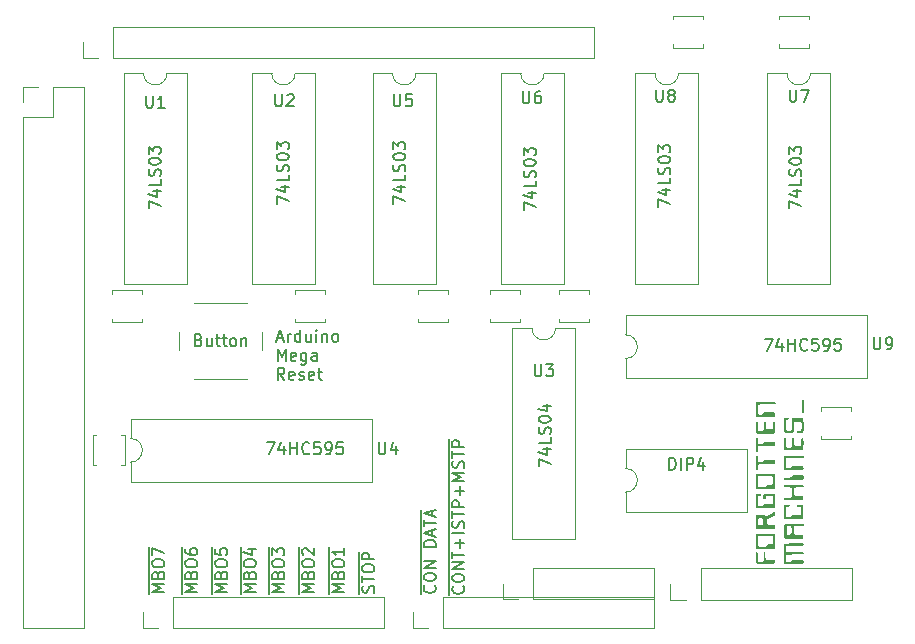
<source format=gbr>
%TF.GenerationSoftware,KiCad,Pcbnew,7.0.9*%
%TF.CreationDate,2025-02-11T06:25:59-06:00*%
%TF.ProjectId,Piggyback MEM0-7 + Addr,50696767-7962-4616-936b-204d454d302d,rev?*%
%TF.SameCoordinates,Original*%
%TF.FileFunction,Legend,Top*%
%TF.FilePolarity,Positive*%
%FSLAX46Y46*%
G04 Gerber Fmt 4.6, Leading zero omitted, Abs format (unit mm)*
G04 Created by KiCad (PCBNEW 7.0.9) date 2025-02-11 06:25:59*
%MOMM*%
%LPD*%
G01*
G04 APERTURE LIST*
%ADD10C,0.000000*%
%ADD11C,0.150000*%
%ADD12C,0.120000*%
G04 APERTURE END LIST*
D10*
G36*
X130546715Y-105900576D02*
G01*
X130583222Y-105901109D01*
X130594797Y-105901631D01*
X130603541Y-105902373D01*
X130610670Y-105903376D01*
X130617399Y-105904676D01*
X130625429Y-105906476D01*
X130632923Y-105908386D01*
X130639907Y-105910421D01*
X130646404Y-105912596D01*
X130652440Y-105914928D01*
X130658038Y-105917431D01*
X130663224Y-105920126D01*
X130668022Y-105923024D01*
X130672456Y-105926143D01*
X130676551Y-105929498D01*
X130680332Y-105933107D01*
X130683822Y-105936984D01*
X130687047Y-105941146D01*
X130690031Y-105945609D01*
X130692799Y-105950388D01*
X130695375Y-105955500D01*
X130696265Y-105957420D01*
X130697053Y-105959210D01*
X130697746Y-105960914D01*
X130698350Y-105962573D01*
X130698872Y-105964231D01*
X130699317Y-105965931D01*
X130699692Y-105967716D01*
X130700000Y-105969628D01*
X130700250Y-105971710D01*
X130700447Y-105974006D01*
X130700598Y-105976558D01*
X130700707Y-105979409D01*
X130700782Y-105982601D01*
X130700828Y-105986178D01*
X130700858Y-105994658D01*
X130700842Y-106003751D01*
X130700732Y-106010790D01*
X130700614Y-106013698D01*
X130700438Y-106016282D01*
X130700194Y-106018606D01*
X130699869Y-106020733D01*
X130699453Y-106022726D01*
X130698933Y-106024650D01*
X130698299Y-106026566D01*
X130697539Y-106028538D01*
X130696643Y-106030630D01*
X130695596Y-106032906D01*
X130693014Y-106038256D01*
X130691543Y-106041208D01*
X130690118Y-106043920D01*
X130688714Y-106046417D01*
X130687312Y-106048722D01*
X130685881Y-106050861D01*
X130684403Y-106052857D01*
X130682851Y-106054735D01*
X130681204Y-106056519D01*
X130679436Y-106058234D01*
X130677524Y-106059904D01*
X130675445Y-106061552D01*
X130673174Y-106063205D01*
X130670688Y-106064885D01*
X130667962Y-106066618D01*
X130664973Y-106068427D01*
X130661699Y-106070337D01*
X130658571Y-106071979D01*
X130654990Y-106073572D01*
X130650993Y-106075111D01*
X130646604Y-106076590D01*
X130641852Y-106078003D01*
X130636768Y-106079344D01*
X130631376Y-106080609D01*
X130625708Y-106081792D01*
X130619794Y-106082886D01*
X130613660Y-106083886D01*
X130607335Y-106084787D01*
X130600849Y-106085583D01*
X130594229Y-106086269D01*
X130587505Y-106086838D01*
X130580705Y-106087285D01*
X130573858Y-106087604D01*
X130558302Y-106088343D01*
X130543630Y-106089377D01*
X130529850Y-106090705D01*
X130516970Y-106092325D01*
X130505001Y-106094236D01*
X130493950Y-106096437D01*
X130483827Y-106098926D01*
X130474641Y-106101703D01*
X130468451Y-106103914D01*
X130462653Y-106106278D01*
X130457226Y-106108818D01*
X130452151Y-106111551D01*
X130447408Y-106114501D01*
X130442975Y-106117688D01*
X130438834Y-106121132D01*
X130434964Y-106124855D01*
X130431343Y-106128877D01*
X130427954Y-106133219D01*
X130424773Y-106137903D01*
X130421785Y-106142948D01*
X130418965Y-106148376D01*
X130416295Y-106154209D01*
X130413755Y-106160465D01*
X130411324Y-106167167D01*
X130410033Y-106171054D01*
X130408864Y-106174897D01*
X130407806Y-106178809D01*
X130406846Y-106182901D01*
X130405974Y-106187286D01*
X130405178Y-106192075D01*
X130404445Y-106197379D01*
X130403765Y-106203310D01*
X130403124Y-106209981D01*
X130402513Y-106217503D01*
X130401918Y-106225987D01*
X130401329Y-106235546D01*
X130400119Y-106258333D01*
X130398790Y-106286759D01*
X130396731Y-106399589D01*
X130395988Y-106572162D01*
X130396590Y-106735912D01*
X130398565Y-106822275D01*
X130400229Y-106837145D01*
X130401777Y-106849411D01*
X130403313Y-106859552D01*
X130404942Y-106868046D01*
X130405824Y-106871825D01*
X130406768Y-106875372D01*
X130407787Y-106878747D01*
X130408895Y-106882008D01*
X130411428Y-106888433D01*
X130414472Y-106895124D01*
X130417356Y-106900777D01*
X130420488Y-106906168D01*
X130423865Y-106911295D01*
X130427484Y-106916156D01*
X130431347Y-106920751D01*
X130435448Y-106925077D01*
X130439786Y-106929134D01*
X130444360Y-106932918D01*
X130449168Y-106936430D01*
X130454206Y-106939667D01*
X130459475Y-106942629D01*
X130464971Y-106945313D01*
X130470693Y-106947717D01*
X130476638Y-106949841D01*
X130482805Y-106951683D01*
X130489192Y-106953242D01*
X130504882Y-106956697D01*
X130518826Y-106959823D01*
X130526329Y-106961126D01*
X130536619Y-106962309D01*
X130564019Y-106964292D01*
X130597952Y-106965731D01*
X130635344Y-106966579D01*
X130673120Y-106966796D01*
X130708206Y-106966335D01*
X130737527Y-106965154D01*
X130749065Y-106964280D01*
X130758009Y-106963210D01*
X130763896Y-106962185D01*
X130769609Y-106960968D01*
X130775149Y-106959560D01*
X130780517Y-106957961D01*
X130785714Y-106956169D01*
X130790738Y-106954184D01*
X130795592Y-106952009D01*
X130800275Y-106949640D01*
X130804788Y-106947077D01*
X130809132Y-106944322D01*
X130813307Y-106941373D01*
X130817313Y-106938230D01*
X130821151Y-106934892D01*
X130824822Y-106931360D01*
X130828325Y-106927635D01*
X130831662Y-106923714D01*
X130832812Y-106922221D01*
X130834126Y-106920375D01*
X130837201Y-106915725D01*
X130840769Y-106909967D01*
X130844715Y-106903303D01*
X130848920Y-106895933D01*
X130853267Y-106888059D01*
X130857640Y-106879884D01*
X130861922Y-106871609D01*
X130866739Y-106862264D01*
X130871263Y-106853758D01*
X130875488Y-106846105D01*
X130879402Y-106839322D01*
X130882997Y-106833425D01*
X130886263Y-106828429D01*
X130889191Y-106824351D01*
X130891771Y-106821206D01*
X130893846Y-106819009D01*
X130896080Y-106816857D01*
X130898473Y-106814751D01*
X130901025Y-106812691D01*
X130903737Y-106810676D01*
X130906610Y-106808706D01*
X130909643Y-106806782D01*
X130912838Y-106804900D01*
X130916195Y-106803062D01*
X130919714Y-106801269D01*
X130923397Y-106799519D01*
X130927244Y-106797812D01*
X130931254Y-106796148D01*
X130935429Y-106794525D01*
X130939769Y-106792947D01*
X130944276Y-106791409D01*
X130959092Y-106786512D01*
X131255426Y-106785131D01*
X131551760Y-106783751D01*
X131580334Y-106776942D01*
X131593344Y-106773699D01*
X131599014Y-106772149D01*
X131604197Y-106770612D01*
X131608946Y-106769063D01*
X131613312Y-106767476D01*
X131617347Y-106765826D01*
X131621104Y-106764086D01*
X131624634Y-106762231D01*
X131627991Y-106760235D01*
X131631225Y-106758073D01*
X131634389Y-106755719D01*
X131637535Y-106753145D01*
X131640715Y-106750330D01*
X131643982Y-106747246D01*
X131647387Y-106743866D01*
X131652244Y-106738893D01*
X131654262Y-106736756D01*
X131656044Y-106734791D01*
X131657616Y-106732949D01*
X131659005Y-106731186D01*
X131660241Y-106729454D01*
X131661351Y-106727707D01*
X131662363Y-106725899D01*
X131663304Y-106723982D01*
X131664202Y-106721911D01*
X131665085Y-106719639D01*
X131665981Y-106717119D01*
X131666917Y-106714305D01*
X131669021Y-106707608D01*
X131672616Y-106695836D01*
X131674081Y-106690575D01*
X131675362Y-106685296D01*
X131676485Y-106679672D01*
X131677477Y-106673376D01*
X131678368Y-106666082D01*
X131679182Y-106657463D01*
X131679949Y-106647191D01*
X131680695Y-106634942D01*
X131681447Y-106620387D01*
X131682233Y-106603200D01*
X131684017Y-106559625D01*
X131686264Y-106501601D01*
X131687585Y-106458254D01*
X131688332Y-106413016D01*
X131688528Y-106367582D01*
X131688199Y-106323648D01*
X131687365Y-106282908D01*
X131686050Y-106247057D01*
X131684278Y-106217790D01*
X131682074Y-106196802D01*
X131680582Y-106188338D01*
X131678671Y-106180289D01*
X131676338Y-106172650D01*
X131673575Y-106165412D01*
X131670380Y-106158574D01*
X131666742Y-106152124D01*
X131662660Y-106146057D01*
X131658126Y-106140368D01*
X131653136Y-106135049D01*
X131647684Y-106130094D01*
X131641763Y-106125497D01*
X131635369Y-106121252D01*
X131628496Y-106117350D01*
X131621138Y-106113789D01*
X131613290Y-106110556D01*
X131604945Y-106107650D01*
X131602356Y-106106851D01*
X131599773Y-106106104D01*
X131597269Y-106105428D01*
X131594909Y-106104838D01*
X131592759Y-106104352D01*
X131590892Y-106103983D01*
X131589374Y-106103750D01*
X131588767Y-106103689D01*
X131588275Y-106103669D01*
X131587078Y-106103605D01*
X131585283Y-106103423D01*
X131582976Y-106103135D01*
X131580247Y-106102755D01*
X131577181Y-106102294D01*
X131573869Y-106101765D01*
X131570398Y-106101182D01*
X131566855Y-106100557D01*
X131554887Y-106098442D01*
X131544546Y-106096749D01*
X131535228Y-106095417D01*
X131526335Y-106094384D01*
X131517263Y-106093591D01*
X131507412Y-106092975D01*
X131496181Y-106092476D01*
X131482968Y-106092032D01*
X131390738Y-106090202D01*
X131305169Y-106090216D01*
X131268094Y-106090877D01*
X131236536Y-106091956D01*
X131211776Y-106093438D01*
X131195101Y-106095308D01*
X131181494Y-106097673D01*
X131169422Y-106099924D01*
X131158786Y-106102086D01*
X131149495Y-106104178D01*
X131141448Y-106106225D01*
X131134550Y-106108252D01*
X131128705Y-106110279D01*
X131123818Y-106112330D01*
X131120703Y-106113890D01*
X131117505Y-106115699D01*
X131114251Y-106117730D01*
X131110969Y-106119959D01*
X131107687Y-106122360D01*
X131104432Y-106124907D01*
X131101231Y-106127576D01*
X131098114Y-106130341D01*
X131095107Y-106133178D01*
X131092238Y-106136058D01*
X131089535Y-106138959D01*
X131087025Y-106141855D01*
X131084737Y-106144720D01*
X131082697Y-106147530D01*
X131080934Y-106150258D01*
X131079476Y-106152879D01*
X131077893Y-106156236D01*
X131076304Y-106160048D01*
X131074723Y-106164253D01*
X131073167Y-106168790D01*
X131071649Y-106173596D01*
X131070185Y-106178608D01*
X131067478Y-106189005D01*
X131065164Y-106199483D01*
X131064192Y-106204598D01*
X131063365Y-106209546D01*
X131062695Y-106214266D01*
X131062198Y-106218696D01*
X131061890Y-106222774D01*
X131061785Y-106226435D01*
X131061655Y-106233231D01*
X131061279Y-106241148D01*
X131060677Y-106249959D01*
X131059871Y-106259437D01*
X131058879Y-106269354D01*
X131057726Y-106279481D01*
X131056431Y-106289593D01*
X131055014Y-106299461D01*
X131053085Y-106310820D01*
X131050869Y-106321368D01*
X131048348Y-106331126D01*
X131045506Y-106340117D01*
X131042325Y-106348361D01*
X131038788Y-106355881D01*
X131034879Y-106362699D01*
X131030582Y-106368837D01*
X131028281Y-106371657D01*
X131025877Y-106374315D01*
X131023367Y-106376815D01*
X131020750Y-106379157D01*
X131018022Y-106381346D01*
X131015182Y-106383384D01*
X131012228Y-106385273D01*
X131009158Y-106387017D01*
X131002660Y-106390079D01*
X130995672Y-106392592D01*
X130988176Y-106394576D01*
X130980155Y-106396055D01*
X130972194Y-106396966D01*
X130964422Y-106397312D01*
X130956856Y-106397099D01*
X130949511Y-106396336D01*
X130942402Y-106395031D01*
X130935548Y-106393192D01*
X130928964Y-106390827D01*
X130922664Y-106387946D01*
X130916665Y-106384554D01*
X130910984Y-106380662D01*
X130905633Y-106376276D01*
X130900633Y-106371405D01*
X130895997Y-106366057D01*
X130891741Y-106360240D01*
X130887883Y-106353962D01*
X130884436Y-106347231D01*
X130879277Y-106336008D01*
X130877202Y-106331042D01*
X130876280Y-106328600D01*
X130875431Y-106326141D01*
X130874652Y-106323626D01*
X130873940Y-106321024D01*
X130873292Y-106318299D01*
X130872705Y-106315420D01*
X130872176Y-106312348D01*
X130871701Y-106309051D01*
X130871279Y-106305492D01*
X130870906Y-106301638D01*
X130870579Y-106297456D01*
X130870294Y-106292909D01*
X130869842Y-106282587D01*
X130869526Y-106270394D01*
X130869321Y-106256056D01*
X130869203Y-106239295D01*
X130869149Y-106219836D01*
X130869135Y-106171720D01*
X130869231Y-106098032D01*
X130869756Y-106056759D01*
X130870291Y-106044491D01*
X130871065Y-106035785D01*
X130872123Y-106029125D01*
X130873510Y-106022998D01*
X130875181Y-106016466D01*
X130876907Y-106010204D01*
X130878695Y-106004208D01*
X130880542Y-105998470D01*
X130882453Y-105992988D01*
X130884429Y-105987758D01*
X130886473Y-105982774D01*
X130888586Y-105978031D01*
X130890771Y-105973526D01*
X130893029Y-105969254D01*
X130895364Y-105965210D01*
X130897776Y-105961390D01*
X130900269Y-105957789D01*
X130902844Y-105954402D01*
X130905504Y-105951224D01*
X130908250Y-105948254D01*
X130911832Y-105944813D01*
X130915822Y-105941433D01*
X130920187Y-105938128D01*
X130924894Y-105934913D01*
X130929911Y-105931802D01*
X130935204Y-105928810D01*
X130940741Y-105925953D01*
X130946490Y-105923244D01*
X130952415Y-105920698D01*
X130958487Y-105918332D01*
X130964671Y-105916156D01*
X130970935Y-105914189D01*
X130977247Y-105912445D01*
X130983572Y-105910938D01*
X130989879Y-105909683D01*
X130996135Y-105908695D01*
X131010959Y-105906974D01*
X131019482Y-105906257D01*
X131029235Y-105905627D01*
X131053889Y-105904610D01*
X131087838Y-105903878D01*
X131134005Y-105903386D01*
X131195311Y-105903090D01*
X131375019Y-105902907D01*
X131586032Y-105903198D01*
X131653593Y-105903785D01*
X131701589Y-105904865D01*
X131734315Y-105906588D01*
X131756069Y-105909103D01*
X131771148Y-105912559D01*
X131783849Y-105917105D01*
X131792567Y-105920660D01*
X131799972Y-105923905D01*
X131803255Y-105925457D01*
X131806301Y-105926985D01*
X131809136Y-105928507D01*
X131811792Y-105930040D01*
X131814298Y-105931604D01*
X131816683Y-105933215D01*
X131818978Y-105934892D01*
X131821210Y-105936652D01*
X131823413Y-105938512D01*
X131825613Y-105940492D01*
X131827840Y-105942609D01*
X131830126Y-105944880D01*
X131833969Y-105949039D01*
X131837691Y-105953599D01*
X131841282Y-105958533D01*
X131844729Y-105963815D01*
X131848023Y-105969416D01*
X131851151Y-105975310D01*
X131854104Y-105981470D01*
X131856868Y-105987869D01*
X131859435Y-105994479D01*
X131861792Y-106001274D01*
X131863929Y-106008227D01*
X131865833Y-106015309D01*
X131867495Y-106022495D01*
X131868904Y-106029758D01*
X131870047Y-106037069D01*
X131870914Y-106044403D01*
X131873437Y-106515233D01*
X131872354Y-106978910D01*
X131872353Y-106978908D01*
X131872015Y-106981362D01*
X131871692Y-106984283D01*
X131871393Y-106987563D01*
X131871124Y-106991094D01*
X131870892Y-106994765D01*
X131870707Y-106998467D01*
X131870573Y-107002091D01*
X131870503Y-107005529D01*
X131870284Y-107010695D01*
X131869755Y-107016248D01*
X131868937Y-107022124D01*
X131867848Y-107028261D01*
X131866510Y-107034594D01*
X131864942Y-107041059D01*
X131863164Y-107047595D01*
X131861196Y-107054137D01*
X131859058Y-107060621D01*
X131856771Y-107066985D01*
X131854354Y-107073164D01*
X131851827Y-107079094D01*
X131849210Y-107084714D01*
X131846523Y-107089958D01*
X131843787Y-107094764D01*
X131841021Y-107099068D01*
X131837351Y-107104151D01*
X131833543Y-107108909D01*
X131829566Y-107113357D01*
X131827503Y-107115472D01*
X131825385Y-107117518D01*
X131823207Y-107119495D01*
X131820965Y-107121407D01*
X131818656Y-107123259D01*
X131816275Y-107125049D01*
X131813817Y-107126781D01*
X131811279Y-107128457D01*
X131808656Y-107130081D01*
X131805944Y-107131653D01*
X131803138Y-107133177D01*
X131800236Y-107134655D01*
X131794121Y-107137483D01*
X131787566Y-107140154D01*
X131780536Y-107142689D01*
X131772998Y-107145106D01*
X131764920Y-107147423D01*
X131756265Y-107149661D01*
X131747000Y-107151838D01*
X131725326Y-107156708D01*
X131039525Y-107156708D01*
X130446423Y-107156160D01*
X130360155Y-107154986D01*
X130335819Y-107152774D01*
X130328236Y-107151052D01*
X130321151Y-107149322D01*
X130314529Y-107147567D01*
X130308337Y-107145774D01*
X130302543Y-107143924D01*
X130297113Y-107142005D01*
X130292014Y-107140001D01*
X130287211Y-107137895D01*
X130282675Y-107135673D01*
X130278368Y-107133320D01*
X130274261Y-107130819D01*
X130270317Y-107128156D01*
X130266506Y-107125316D01*
X130262792Y-107122281D01*
X130259144Y-107119038D01*
X130255527Y-107115570D01*
X130251917Y-107111831D01*
X130248473Y-107107937D01*
X130245187Y-107103873D01*
X130242053Y-107099623D01*
X130239063Y-107095176D01*
X130236210Y-107090511D01*
X130233486Y-107085616D01*
X130230883Y-107080475D01*
X130228395Y-107075072D01*
X130226014Y-107069393D01*
X130223733Y-107063422D01*
X130221544Y-107057143D01*
X130219440Y-107050542D01*
X130217414Y-107043603D01*
X130215457Y-107036311D01*
X130213563Y-107028650D01*
X130212934Y-107025585D01*
X130212379Y-107021603D01*
X130211893Y-107016091D01*
X130211472Y-107008438D01*
X130211112Y-106998033D01*
X130210807Y-106984265D01*
X130210553Y-106966520D01*
X130210345Y-106944189D01*
X130210052Y-106883317D01*
X130209889Y-106796757D01*
X130209812Y-106527000D01*
X130209830Y-106041225D01*
X130214651Y-106022175D01*
X130217654Y-106010861D01*
X130220734Y-106000405D01*
X130223926Y-105990761D01*
X130227264Y-105981880D01*
X130230782Y-105973718D01*
X130234515Y-105966225D01*
X130238499Y-105959357D01*
X130242766Y-105953064D01*
X130247352Y-105947301D01*
X130252292Y-105942020D01*
X130257619Y-105937175D01*
X130263369Y-105932717D01*
X130269576Y-105928601D01*
X130276275Y-105924779D01*
X130283498Y-105921204D01*
X130291283Y-105917829D01*
X130293983Y-105916754D01*
X130296662Y-105915746D01*
X130299363Y-105914793D01*
X130302133Y-105913885D01*
X130305016Y-105913012D01*
X130308059Y-105912163D01*
X130311305Y-105911329D01*
X130314800Y-105910499D01*
X130318589Y-105909662D01*
X130322718Y-105908808D01*
X130332174Y-105907009D01*
X130343529Y-105905020D01*
X130357144Y-105902755D01*
X130362218Y-105902244D01*
X130370731Y-105901792D01*
X130382510Y-105901400D01*
X130397380Y-105901072D01*
X130435699Y-105900621D01*
X130484293Y-105900467D01*
X130546715Y-105900576D01*
G37*
G36*
X130306009Y-102692081D02*
G01*
X130310497Y-102692221D01*
X130314875Y-102692474D01*
X130319102Y-102692844D01*
X130323133Y-102693330D01*
X130326928Y-102693934D01*
X130330443Y-102694657D01*
X130334135Y-102695579D01*
X130337690Y-102696594D01*
X130341114Y-102697709D01*
X130344407Y-102698925D01*
X130347573Y-102700248D01*
X130350614Y-102701684D01*
X130353534Y-102703235D01*
X130356335Y-102704906D01*
X130359021Y-102706700D01*
X130361593Y-102708624D01*
X130364056Y-102710679D01*
X130366411Y-102712872D01*
X130368662Y-102715207D01*
X130370812Y-102717686D01*
X130372862Y-102720317D01*
X130374818Y-102723101D01*
X130376680Y-102726044D01*
X130378452Y-102729150D01*
X130380138Y-102732423D01*
X130381739Y-102735867D01*
X130383259Y-102739488D01*
X130384700Y-102743288D01*
X130386065Y-102747272D01*
X130387358Y-102751446D01*
X130388582Y-102755812D01*
X130389736Y-102760376D01*
X130391858Y-102770113D01*
X130393746Y-102780690D01*
X130395424Y-102792142D01*
X130395909Y-102798565D01*
X130396426Y-102810376D01*
X130397490Y-102847508D01*
X130398491Y-102898233D01*
X130399303Y-102957242D01*
X130400110Y-103016025D01*
X130401100Y-103066548D01*
X130402149Y-103103429D01*
X130403131Y-103121284D01*
X130404627Y-103130251D01*
X130406582Y-103138867D01*
X130408989Y-103147123D01*
X130411840Y-103155009D01*
X130415128Y-103162516D01*
X130418844Y-103169633D01*
X130422980Y-103176351D01*
X130427530Y-103182660D01*
X130432487Y-103188551D01*
X130437841Y-103194012D01*
X130443585Y-103199035D01*
X130449712Y-103203609D01*
X130456214Y-103207726D01*
X130463084Y-103211374D01*
X130470314Y-103214545D01*
X130477895Y-103217228D01*
X130490928Y-103221212D01*
X130496786Y-103222833D01*
X130502509Y-103224230D01*
X130508324Y-103225420D01*
X130514459Y-103226420D01*
X130521142Y-103227248D01*
X130528601Y-103227921D01*
X130537063Y-103228456D01*
X130546755Y-103228870D01*
X130557906Y-103229183D01*
X130570744Y-103229407D01*
X130602387Y-103229669D01*
X130643508Y-103229794D01*
X130709619Y-103229860D01*
X130730599Y-103229720D01*
X130745535Y-103229395D01*
X130755933Y-103228830D01*
X130763297Y-103227973D01*
X130769132Y-103226770D01*
X130774944Y-103225168D01*
X130783714Y-103222499D01*
X130791804Y-103219718D01*
X130799271Y-103216770D01*
X130806172Y-103213600D01*
X130812566Y-103210154D01*
X130815590Y-103208309D01*
X130818508Y-103206375D01*
X130821330Y-103204344D01*
X130824058Y-103202210D01*
X130826703Y-103199965D01*
X130829272Y-103197603D01*
X130831771Y-103195116D01*
X130834208Y-103192499D01*
X130838923Y-103186842D01*
X130843475Y-103180580D01*
X130847921Y-103173656D01*
X130852319Y-103166015D01*
X130856726Y-103157601D01*
X130861200Y-103148363D01*
X130865797Y-103138242D01*
X130871056Y-103126543D01*
X130875974Y-103116078D01*
X130880645Y-103106767D01*
X130885162Y-103098525D01*
X130889618Y-103091269D01*
X130894105Y-103084914D01*
X130896390Y-103082049D01*
X130898718Y-103079378D01*
X130901101Y-103076892D01*
X130903549Y-103074579D01*
X130906075Y-103072428D01*
X130908690Y-103070430D01*
X130911408Y-103068574D01*
X130914237Y-103066851D01*
X130917191Y-103065246D01*
X130920280Y-103063754D01*
X130926914Y-103061059D01*
X130934230Y-103058683D01*
X130942323Y-103056541D01*
X130951286Y-103054549D01*
X130961210Y-103052625D01*
X130964747Y-103052061D01*
X130969136Y-103051562D01*
X130974804Y-103051126D01*
X130982175Y-103050751D01*
X130991681Y-103050430D01*
X131003745Y-103050163D01*
X131037264Y-103049778D01*
X131086146Y-103049569D01*
X131153809Y-103049512D01*
X131359144Y-103049756D01*
X131587005Y-103050228D01*
X131703348Y-103051318D01*
X131733345Y-103052409D01*
X131751835Y-103054033D01*
X131764277Y-103056315D01*
X131776127Y-103059382D01*
X131780978Y-103060749D01*
X131785726Y-103062281D01*
X131790367Y-103063978D01*
X131794902Y-103065836D01*
X131799325Y-103067852D01*
X131803640Y-103070026D01*
X131807840Y-103072354D01*
X131811925Y-103074835D01*
X131815894Y-103077465D01*
X131819744Y-103080243D01*
X131823473Y-103083166D01*
X131827080Y-103086235D01*
X131830562Y-103089443D01*
X131833919Y-103092789D01*
X131837147Y-103096273D01*
X131840246Y-103099891D01*
X131843213Y-103103641D01*
X131846046Y-103107520D01*
X131848744Y-103111528D01*
X131851306Y-103115660D01*
X131853727Y-103119916D01*
X131856008Y-103124292D01*
X131858146Y-103128787D01*
X131860139Y-103133398D01*
X131861986Y-103138123D01*
X131863684Y-103142960D01*
X131865232Y-103147906D01*
X131866629Y-103152960D01*
X131867871Y-103158118D01*
X131868957Y-103163381D01*
X131870656Y-103174202D01*
X131871637Y-103184905D01*
X131872453Y-103199196D01*
X131873080Y-103215661D01*
X131873492Y-103232885D01*
X131873667Y-103249455D01*
X131873578Y-103263956D01*
X131873202Y-103274973D01*
X131872898Y-103278734D01*
X131872513Y-103281093D01*
X131872503Y-103281092D01*
X131872329Y-103281796D01*
X131872157Y-103282593D01*
X131871825Y-103284429D01*
X131871515Y-103286529D01*
X131871234Y-103288821D01*
X131870990Y-103291235D01*
X131870791Y-103293699D01*
X131870646Y-103296140D01*
X131870561Y-103298489D01*
X131870412Y-103301143D01*
X131870087Y-103304065D01*
X131869596Y-103307222D01*
X131868951Y-103310578D01*
X131868161Y-103314100D01*
X131867238Y-103317754D01*
X131866192Y-103321506D01*
X131865034Y-103325322D01*
X131863774Y-103329168D01*
X131862425Y-103333009D01*
X131860995Y-103336811D01*
X131859496Y-103340543D01*
X131857939Y-103344169D01*
X131856335Y-103347653D01*
X131854693Y-103350964D01*
X131853026Y-103354066D01*
X131849608Y-103359893D01*
X131846107Y-103365325D01*
X131842488Y-103370387D01*
X131838715Y-103375102D01*
X131834753Y-103379497D01*
X131832690Y-103381582D01*
X131830567Y-103383596D01*
X131828379Y-103385542D01*
X131826121Y-103387424D01*
X131823791Y-103389244D01*
X131821381Y-103391006D01*
X131816312Y-103394367D01*
X131810875Y-103397532D01*
X131805040Y-103400526D01*
X131798768Y-103403374D01*
X131792026Y-103406101D01*
X131784778Y-103408730D01*
X131776989Y-103411290D01*
X131768624Y-103413802D01*
X131744376Y-103420792D01*
X131134776Y-103421924D01*
X130644941Y-103423378D01*
X130545555Y-103424391D01*
X130512476Y-103425789D01*
X130495866Y-103429483D01*
X130482278Y-103432838D01*
X130476457Y-103434455D01*
X130471196Y-103436067D01*
X130466433Y-103437701D01*
X130462102Y-103439384D01*
X130458140Y-103441144D01*
X130454480Y-103443006D01*
X130451060Y-103444997D01*
X130447814Y-103447145D01*
X130444678Y-103449475D01*
X130441587Y-103452016D01*
X130438476Y-103454793D01*
X130435281Y-103457834D01*
X130431992Y-103461227D01*
X130428881Y-103464811D01*
X130425945Y-103468590D01*
X130423185Y-103472568D01*
X130420596Y-103476749D01*
X130418180Y-103481136D01*
X130415933Y-103485734D01*
X130413854Y-103490546D01*
X130411942Y-103495575D01*
X130410196Y-103500827D01*
X130408613Y-103506304D01*
X130407192Y-103512011D01*
X130405930Y-103517951D01*
X130404829Y-103524128D01*
X130403885Y-103530547D01*
X130403097Y-103537210D01*
X130402618Y-103544183D01*
X130402107Y-103555950D01*
X130401052Y-103591329D01*
X130400057Y-103638279D01*
X130399249Y-103691726D01*
X130398448Y-103744422D01*
X130397473Y-103789324D01*
X130396446Y-103821675D01*
X130395952Y-103831657D01*
X130395491Y-103836718D01*
X130393585Y-103846148D01*
X130391417Y-103854987D01*
X130388976Y-103863246D01*
X130386253Y-103870939D01*
X130383238Y-103878076D01*
X130379921Y-103884673D01*
X130376294Y-103890741D01*
X130372343Y-103896293D01*
X130368061Y-103901341D01*
X130363438Y-103905899D01*
X130358463Y-103909980D01*
X130353128Y-103913596D01*
X130347421Y-103916758D01*
X130341334Y-103919481D01*
X130334856Y-103921777D01*
X130327977Y-103923658D01*
X130320819Y-103925267D01*
X130317616Y-103925905D01*
X130314613Y-103926431D01*
X130311771Y-103926846D01*
X130309055Y-103927152D01*
X130306425Y-103927347D01*
X130303845Y-103927434D01*
X130301275Y-103927412D01*
X130298679Y-103927282D01*
X130296018Y-103927044D01*
X130293257Y-103926699D01*
X130290354Y-103926247D01*
X130287275Y-103925688D01*
X130280432Y-103924256D01*
X130277262Y-103923481D01*
X130274102Y-103922575D01*
X130270964Y-103921544D01*
X130267858Y-103920394D01*
X130264795Y-103919131D01*
X130261787Y-103917761D01*
X130258844Y-103916292D01*
X130255977Y-103914728D01*
X130253197Y-103913076D01*
X130250515Y-103911344D01*
X130247942Y-103909536D01*
X130245491Y-103907660D01*
X130243171Y-103905720D01*
X130240991Y-103903725D01*
X130238967Y-103901679D01*
X130237106Y-103899589D01*
X130235770Y-103897881D01*
X130234341Y-103895836D01*
X130232837Y-103893488D01*
X130231273Y-103890867D01*
X130229665Y-103888010D01*
X130228029Y-103884948D01*
X130226381Y-103881717D01*
X130224737Y-103878348D01*
X130221526Y-103871333D01*
X130218520Y-103864171D01*
X130217136Y-103860618D01*
X130215851Y-103857129D01*
X130214682Y-103853737D01*
X130213644Y-103850475D01*
X130212995Y-103847945D01*
X130212422Y-103844450D01*
X130211923Y-103839301D01*
X130211490Y-103831813D01*
X130211121Y-103821300D01*
X130210809Y-103807075D01*
X130210550Y-103788452D01*
X130210339Y-103764744D01*
X130210041Y-103699329D01*
X130209877Y-103605339D01*
X130209793Y-103309667D01*
X130209792Y-102781558D01*
X130214688Y-102762403D01*
X130216538Y-102755643D01*
X130218542Y-102749258D01*
X130220699Y-102743241D01*
X130223015Y-102737590D01*
X130225494Y-102732300D01*
X130228138Y-102727366D01*
X130230951Y-102722784D01*
X130233935Y-102718550D01*
X130237095Y-102714660D01*
X130240434Y-102711108D01*
X130243952Y-102707891D01*
X130247657Y-102705005D01*
X130251550Y-102702445D01*
X130255634Y-102700206D01*
X130259913Y-102698285D01*
X130264391Y-102696677D01*
X130267651Y-102695747D01*
X130271224Y-102694917D01*
X130275068Y-102694190D01*
X130279141Y-102693567D01*
X130283400Y-102693050D01*
X130287803Y-102692638D01*
X130292308Y-102692334D01*
X130296872Y-102692139D01*
X130301453Y-102692054D01*
X130306009Y-102692081D01*
G37*
G36*
X134161959Y-101212155D02*
G01*
X134164980Y-101212214D01*
X134171915Y-101212440D01*
X134179169Y-101212755D01*
X134185042Y-101213124D01*
X134187560Y-101213351D01*
X134189853Y-101213617D01*
X134191961Y-101213931D01*
X134193924Y-101214300D01*
X134195782Y-101214734D01*
X134197576Y-101215241D01*
X134199346Y-101215830D01*
X134201131Y-101216508D01*
X134202972Y-101217284D01*
X134204910Y-101218167D01*
X134209233Y-101220287D01*
X134212688Y-101222080D01*
X134215887Y-101223852D01*
X134218855Y-101225626D01*
X134221610Y-101227426D01*
X134224177Y-101229275D01*
X134226577Y-101231199D01*
X134228834Y-101233220D01*
X134230969Y-101235360D01*
X134233005Y-101237645D01*
X134234964Y-101240098D01*
X134236868Y-101242743D01*
X134238739Y-101245604D01*
X134240601Y-101248703D01*
X134242474Y-101252065D01*
X134244382Y-101255714D01*
X134246347Y-101259673D01*
X134249514Y-101266290D01*
X134250947Y-101269470D01*
X134252284Y-101272672D01*
X134253529Y-101275975D01*
X134254685Y-101279462D01*
X134255754Y-101283213D01*
X134256741Y-101287309D01*
X134257648Y-101291830D01*
X134258478Y-101296856D01*
X134259236Y-101302470D01*
X134259923Y-101308751D01*
X134260543Y-101315780D01*
X134261101Y-101323638D01*
X134261599Y-101332406D01*
X134262040Y-101342165D01*
X134262427Y-101352994D01*
X134262763Y-101364975D01*
X134263298Y-101392718D01*
X134263670Y-101426036D01*
X134263904Y-101465577D01*
X134264029Y-101511986D01*
X134264069Y-101565909D01*
X134263998Y-101698881D01*
X134263310Y-101946716D01*
X134262040Y-102056598D01*
X134262039Y-102056598D01*
X134262039Y-102056599D01*
X134262038Y-102056599D01*
X134262038Y-102056600D01*
X134261204Y-102062957D01*
X134260176Y-102071661D01*
X134259088Y-102081566D01*
X134258066Y-102091525D01*
X134257179Y-102099152D01*
X134256036Y-102106623D01*
X134254642Y-102113922D01*
X134253003Y-102121042D01*
X134251123Y-102127966D01*
X134249011Y-102134683D01*
X134246667Y-102141180D01*
X134244100Y-102147445D01*
X134241317Y-102153465D01*
X134238321Y-102159227D01*
X134235117Y-102164720D01*
X134231712Y-102169930D01*
X134228111Y-102174844D01*
X134224320Y-102179451D01*
X134220343Y-102183737D01*
X134216186Y-102187691D01*
X134211528Y-102191646D01*
X134206706Y-102195343D01*
X134201689Y-102198794D01*
X134196447Y-102202008D01*
X134190950Y-102204996D01*
X134185169Y-102207767D01*
X134179073Y-102210333D01*
X134172632Y-102212704D01*
X134165817Y-102214889D01*
X134158598Y-102216900D01*
X134150944Y-102218746D01*
X134142826Y-102220438D01*
X134134212Y-102221986D01*
X134125076Y-102223400D01*
X134115384Y-102224691D01*
X134105108Y-102225870D01*
X133446535Y-102228151D01*
X132776247Y-102225794D01*
X132762350Y-102224661D01*
X132748761Y-102223222D01*
X132735659Y-102221506D01*
X132723221Y-102219545D01*
X132711622Y-102217369D01*
X132701043Y-102215008D01*
X132691660Y-102212493D01*
X132683649Y-102209855D01*
X132679983Y-102208434D01*
X132676278Y-102206880D01*
X132672558Y-102205203D01*
X132668847Y-102203420D01*
X132665166Y-102201544D01*
X132661538Y-102199589D01*
X132657988Y-102197570D01*
X132654538Y-102195501D01*
X132651211Y-102193396D01*
X132648030Y-102191269D01*
X132645017Y-102189134D01*
X132642197Y-102187006D01*
X132639592Y-102184898D01*
X132637224Y-102182826D01*
X132635119Y-102180802D01*
X132633295Y-102178841D01*
X132629946Y-102174729D01*
X132626746Y-102170270D01*
X132623696Y-102165471D01*
X132620799Y-102160335D01*
X132618055Y-102154869D01*
X132615467Y-102149079D01*
X132613037Y-102142969D01*
X132610766Y-102136545D01*
X132608656Y-102129812D01*
X132606711Y-102122776D01*
X132604929Y-102115442D01*
X132603311Y-102107816D01*
X132601866Y-102099902D01*
X132600589Y-102091707D01*
X132599485Y-102083234D01*
X132598553Y-102074492D01*
X132598040Y-102063161D01*
X132597594Y-102040761D01*
X132596906Y-101963398D01*
X132596496Y-101843686D01*
X132596370Y-101682908D01*
X132596526Y-101450324D01*
X132597860Y-101332500D01*
X132599409Y-101302809D01*
X132601781Y-101285231D01*
X132605153Y-101274240D01*
X132609699Y-101264311D01*
X132611494Y-101260628D01*
X132613409Y-101257082D01*
X132615446Y-101253668D01*
X132617603Y-101250390D01*
X132619880Y-101247249D01*
X132622275Y-101244245D01*
X132624790Y-101241379D01*
X132627421Y-101238652D01*
X132630169Y-101236063D01*
X132633034Y-101233616D01*
X132636013Y-101231308D01*
X132639107Y-101229142D01*
X132642315Y-101227119D01*
X132645636Y-101225238D01*
X132649068Y-101223502D01*
X132652613Y-101221909D01*
X132657282Y-101219983D01*
X132659327Y-101219200D01*
X132661256Y-101218530D01*
X132663128Y-101217965D01*
X132665002Y-101217498D01*
X132666936Y-101217121D01*
X132668988Y-101216829D01*
X132671217Y-101216615D01*
X132673682Y-101216470D01*
X132676440Y-101216388D01*
X132679550Y-101216364D01*
X132683072Y-101216389D01*
X132687060Y-101216456D01*
X132696681Y-101216691D01*
X132726506Y-101217484D01*
X132739206Y-101225167D01*
X132741872Y-101226833D01*
X132744582Y-101228624D01*
X132747260Y-101230484D01*
X132749831Y-101232357D01*
X132752219Y-101234186D01*
X132754351Y-101235916D01*
X132756149Y-101237491D01*
X132756900Y-101238203D01*
X132757540Y-101238852D01*
X132758949Y-101240468D01*
X132760423Y-101242372D01*
X132761945Y-101244530D01*
X132763499Y-101246912D01*
X132765071Y-101249485D01*
X132766641Y-101252216D01*
X132768196Y-101255073D01*
X132769718Y-101258025D01*
X132771191Y-101261039D01*
X132772599Y-101264081D01*
X132773926Y-101267121D01*
X132775155Y-101270125D01*
X132776271Y-101273062D01*
X132777257Y-101275899D01*
X132778097Y-101278605D01*
X132778775Y-101281144D01*
X132779104Y-101283458D01*
X132779416Y-101287651D01*
X132779993Y-101302005D01*
X132780512Y-101324865D01*
X132780981Y-101356892D01*
X132781805Y-101451088D01*
X132782528Y-101589872D01*
X132783441Y-101770336D01*
X132784853Y-101867257D01*
X132786054Y-101894606D01*
X132787748Y-101913327D01*
X132790060Y-101927510D01*
X132793111Y-101941239D01*
X132795077Y-101949381D01*
X132796914Y-101956217D01*
X132797821Y-101959232D01*
X132798740Y-101962025D01*
X132799685Y-101964631D01*
X132800672Y-101967085D01*
X132801715Y-101969420D01*
X132802828Y-101971673D01*
X132804028Y-101973879D01*
X132805328Y-101976069D01*
X132806743Y-101978282D01*
X132808288Y-101980552D01*
X132811827Y-101985399D01*
X132814924Y-101989355D01*
X132818070Y-101993080D01*
X132821279Y-101996583D01*
X132824564Y-101999870D01*
X132827938Y-102002952D01*
X132831414Y-102005835D01*
X132835004Y-102008529D01*
X132838723Y-102011043D01*
X132842584Y-102013383D01*
X132846599Y-102015560D01*
X132850782Y-102017581D01*
X132855145Y-102019455D01*
X132859703Y-102021190D01*
X132864468Y-102022796D01*
X132869454Y-102024277D01*
X132874673Y-102025647D01*
X132880927Y-102027236D01*
X132887003Y-102028865D01*
X132892205Y-102030343D01*
X132894262Y-102030965D01*
X132895840Y-102031478D01*
X132900041Y-102032457D01*
X132906622Y-102033382D01*
X132925894Y-102035039D01*
X132951591Y-102036395D01*
X132981655Y-102037399D01*
X133014022Y-102037997D01*
X133046632Y-102038136D01*
X133077422Y-102037763D01*
X133104331Y-102036825D01*
X133116480Y-102036097D01*
X133127299Y-102035190D01*
X133137107Y-102034047D01*
X133146222Y-102032611D01*
X133150618Y-102031766D01*
X133154962Y-102030825D01*
X133163646Y-102028630D01*
X133172588Y-102025970D01*
X133182109Y-102022788D01*
X133188690Y-102020262D01*
X133194976Y-102017385D01*
X133200961Y-102014168D01*
X133206639Y-102010613D01*
X133212005Y-102006728D01*
X133217054Y-102002519D01*
X133221781Y-101997992D01*
X133226178Y-101993155D01*
X133230244Y-101988013D01*
X133233969Y-101982572D01*
X133237351Y-101976840D01*
X133240382Y-101970822D01*
X133243059Y-101964524D01*
X133245375Y-101957954D01*
X133247325Y-101951118D01*
X133248903Y-101944021D01*
X133250146Y-101937198D01*
X133251252Y-101930126D01*
X133252229Y-101922422D01*
X133253088Y-101913703D01*
X133253837Y-101903582D01*
X133254486Y-101891676D01*
X133255044Y-101877600D01*
X133255522Y-101860971D01*
X133256269Y-101818513D01*
X133256805Y-101761227D01*
X133257203Y-101686038D01*
X133257538Y-101589871D01*
X133258419Y-101302006D01*
X133263756Y-101281526D01*
X133266351Y-101271994D01*
X133267599Y-101267763D01*
X133268831Y-101263854D01*
X133270059Y-101260241D01*
X133271294Y-101256901D01*
X133272549Y-101253804D01*
X133273835Y-101250927D01*
X133275165Y-101248245D01*
X133276553Y-101245731D01*
X133278008Y-101243360D01*
X133279542Y-101241106D01*
X133281169Y-101238943D01*
X133282901Y-101236846D01*
X133284749Y-101234789D01*
X133286725Y-101232747D01*
X133289467Y-101230094D01*
X133292159Y-101227676D01*
X133294830Y-101225483D01*
X133297508Y-101223503D01*
X133300222Y-101221725D01*
X133303001Y-101220140D01*
X133305872Y-101218737D01*
X133308866Y-101217504D01*
X133312009Y-101216432D01*
X133315331Y-101215508D01*
X133318860Y-101214724D01*
X133322624Y-101214067D01*
X133326653Y-101213528D01*
X133330975Y-101213095D01*
X133335618Y-101212757D01*
X133340610Y-101212505D01*
X133345438Y-101212342D01*
X133349927Y-101212271D01*
X133354115Y-101212303D01*
X133358040Y-101212446D01*
X133361743Y-101212709D01*
X133365261Y-101213102D01*
X133368634Y-101213632D01*
X133371898Y-101214311D01*
X133375095Y-101215145D01*
X133378262Y-101216146D01*
X133381439Y-101217320D01*
X133384664Y-101218679D01*
X133387976Y-101220231D01*
X133391414Y-101221984D01*
X133395016Y-101223948D01*
X133398821Y-101226133D01*
X133401585Y-101227809D01*
X133404192Y-101229513D01*
X133406655Y-101231263D01*
X133408993Y-101233077D01*
X133411221Y-101234976D01*
X133413353Y-101236979D01*
X133415408Y-101239104D01*
X133417401Y-101241371D01*
X133419349Y-101243799D01*
X133421266Y-101246408D01*
X133423171Y-101249215D01*
X133425078Y-101252242D01*
X133427002Y-101255507D01*
X133428964Y-101259028D01*
X133430975Y-101262825D01*
X133433053Y-101266919D01*
X133441941Y-101284749D01*
X133443433Y-101494461D01*
X133445083Y-101647854D01*
X133446050Y-101698630D01*
X133446958Y-101722164D01*
X133449108Y-101739455D01*
X133450234Y-101747117D01*
X133451415Y-101754189D01*
X133452670Y-101760721D01*
X133454012Y-101766761D01*
X133455457Y-101772359D01*
X133457022Y-101777567D01*
X133458723Y-101782429D01*
X133460575Y-101786999D01*
X133462596Y-101791325D01*
X133464799Y-101795457D01*
X133467204Y-101799443D01*
X133469824Y-101803334D01*
X133472676Y-101807177D01*
X133475776Y-101811026D01*
X133477388Y-101812863D01*
X133479218Y-101814789D01*
X133481234Y-101816776D01*
X133483403Y-101818804D01*
X133485694Y-101820844D01*
X133488074Y-101822872D01*
X133490510Y-101824864D01*
X133492971Y-101826795D01*
X133495425Y-101828640D01*
X133497838Y-101830374D01*
X133500180Y-101831973D01*
X133502417Y-101833413D01*
X133504517Y-101834666D01*
X133506448Y-101835710D01*
X133508178Y-101836520D01*
X133509675Y-101837070D01*
X133512237Y-101837886D01*
X133516085Y-101839163D01*
X133520696Y-101840726D01*
X133525551Y-101842401D01*
X133530789Y-101844148D01*
X133536081Y-101845747D01*
X133541506Y-101847205D01*
X133547146Y-101848533D01*
X133553082Y-101849738D01*
X133559394Y-101850830D01*
X133566164Y-101851818D01*
X133573472Y-101852712D01*
X133581399Y-101853520D01*
X133590026Y-101854251D01*
X133599433Y-101854914D01*
X133609703Y-101855518D01*
X133633151Y-101856586D01*
X133661017Y-101857527D01*
X133713905Y-101858812D01*
X133764020Y-101859460D01*
X133810656Y-101859486D01*
X133853104Y-101858907D01*
X133890658Y-101857737D01*
X133922609Y-101855992D01*
X133948251Y-101853687D01*
X133966875Y-101850838D01*
X133975512Y-101848958D01*
X133983379Y-101847117D01*
X133989609Y-101845525D01*
X133991839Y-101844889D01*
X133993334Y-101844394D01*
X133998190Y-101842434D01*
X134002921Y-101840295D01*
X134007519Y-101837987D01*
X134011973Y-101835515D01*
X134016274Y-101832888D01*
X134020414Y-101830115D01*
X134024381Y-101827202D01*
X134028168Y-101824159D01*
X134031763Y-101820992D01*
X134035159Y-101817710D01*
X134038346Y-101814321D01*
X134041314Y-101810833D01*
X134044054Y-101807253D01*
X134046556Y-101803590D01*
X134048811Y-101799850D01*
X134050810Y-101796045D01*
X134052134Y-101793195D01*
X134053455Y-101790106D01*
X134056046Y-101783368D01*
X134058490Y-101776155D01*
X134060698Y-101768788D01*
X134062579Y-101761591D01*
X134064042Y-101754888D01*
X134064588Y-101751822D01*
X134064997Y-101749001D01*
X134065254Y-101746465D01*
X134065351Y-101744254D01*
X134065410Y-101742408D01*
X134065562Y-101740351D01*
X134065797Y-101738152D01*
X134066105Y-101735883D01*
X134066474Y-101733609D01*
X134066895Y-101731401D01*
X134067356Y-101729326D01*
X134067848Y-101727456D01*
X134068164Y-101725714D01*
X134068469Y-101722695D01*
X134069044Y-101712704D01*
X134069580Y-101697245D01*
X134070082Y-101676077D01*
X134071003Y-101615662D01*
X134071844Y-101529548D01*
X134073544Y-101387982D01*
X134074534Y-101338869D01*
X134075460Y-101313648D01*
X134076432Y-101303613D01*
X134077738Y-101294150D01*
X134079383Y-101285245D01*
X134081373Y-101276893D01*
X134083713Y-101269083D01*
X134086410Y-101261805D01*
X134089470Y-101255050D01*
X134092895Y-101248809D01*
X134096696Y-101243072D01*
X134100875Y-101237830D01*
X134105439Y-101233073D01*
X134110394Y-101228791D01*
X134115746Y-101224976D01*
X134121499Y-101221618D01*
X134127660Y-101218707D01*
X134134235Y-101216233D01*
X134136435Y-101215516D01*
X134138508Y-101214879D01*
X134140483Y-101214316D01*
X134142395Y-101213827D01*
X134144273Y-101213407D01*
X134146151Y-101213053D01*
X134148060Y-101212762D01*
X134150033Y-101212530D01*
X134152099Y-101212355D01*
X134154294Y-101212233D01*
X134156648Y-101212161D01*
X134159192Y-101212136D01*
X134161959Y-101212155D01*
G37*
G36*
X132910934Y-99466988D02*
G01*
X132946817Y-99467515D01*
X132959063Y-99468000D01*
X132968784Y-99468671D01*
X132976933Y-99469555D01*
X132984463Y-99470681D01*
X132995790Y-99472771D01*
X133006163Y-99475130D01*
X133015613Y-99477788D01*
X133024169Y-99480775D01*
X133028124Y-99482402D01*
X133031866Y-99484122D01*
X133035401Y-99485940D01*
X133038732Y-99487860D01*
X133041863Y-99489884D01*
X133044799Y-99492018D01*
X133047541Y-99494264D01*
X133050095Y-99496627D01*
X133052465Y-99499112D01*
X133054656Y-99501718D01*
X133056668Y-99504455D01*
X133058508Y-99507321D01*
X133060179Y-99510324D01*
X133061685Y-99513467D01*
X133063029Y-99516753D01*
X133064216Y-99520184D01*
X133065250Y-99523768D01*
X133066134Y-99527505D01*
X133067469Y-99535460D01*
X133068251Y-99544079D01*
X133068512Y-99553392D01*
X133068367Y-99560162D01*
X133067903Y-99566516D01*
X133067108Y-99572470D01*
X133065969Y-99578044D01*
X133064472Y-99583256D01*
X133063586Y-99585732D01*
X133062605Y-99588125D01*
X133061529Y-99590437D01*
X133060355Y-99592670D01*
X133059084Y-99594827D01*
X133057709Y-99596910D01*
X133056234Y-99598921D01*
X133054654Y-99600863D01*
X133052969Y-99602737D01*
X133051177Y-99604547D01*
X133049276Y-99606295D01*
X133047264Y-99607983D01*
X133045141Y-99609613D01*
X133042904Y-99611187D01*
X133038082Y-99614180D01*
X133032787Y-99616979D01*
X133027005Y-99619604D01*
X133020722Y-99622073D01*
X133017913Y-99622959D01*
X133014287Y-99623872D01*
X133004966Y-99625733D01*
X132993514Y-99627563D01*
X132980688Y-99629267D01*
X132967243Y-99630758D01*
X132953937Y-99631941D01*
X132941526Y-99632725D01*
X132930764Y-99633019D01*
X132923612Y-99633355D01*
X132914045Y-99634263D01*
X132902881Y-99635620D01*
X132890942Y-99637304D01*
X132879047Y-99639191D01*
X132868017Y-99641157D01*
X132858675Y-99643082D01*
X132851835Y-99644840D01*
X132842874Y-99647818D01*
X132834480Y-99651071D01*
X132826635Y-99654617D01*
X132819321Y-99658478D01*
X132812518Y-99662674D01*
X132806207Y-99667225D01*
X132803231Y-99669640D01*
X132800370Y-99672152D01*
X132797623Y-99674762D01*
X132794988Y-99677474D01*
X132792461Y-99680289D01*
X132790041Y-99683211D01*
X132787725Y-99686242D01*
X132785511Y-99689386D01*
X132781378Y-99696016D01*
X132777625Y-99703124D01*
X132774230Y-99710728D01*
X132771177Y-99718850D01*
X132768446Y-99727509D01*
X132766018Y-99736727D01*
X132764547Y-99743140D01*
X132763250Y-99749698D01*
X132762115Y-99756864D01*
X132761131Y-99765103D01*
X132760288Y-99774880D01*
X132759576Y-99786659D01*
X132758982Y-99800904D01*
X132758498Y-99818078D01*
X132758111Y-99838647D01*
X132757811Y-99863075D01*
X132757431Y-99925363D01*
X132757271Y-100008656D01*
X132757246Y-100116668D01*
X132757435Y-100310805D01*
X132758593Y-100414881D01*
X132759830Y-100443766D01*
X132761659Y-100462881D01*
X132764202Y-100476474D01*
X132767574Y-100488793D01*
X132769977Y-100496224D01*
X132772767Y-100503410D01*
X132775935Y-100510339D01*
X132779471Y-100517003D01*
X132783366Y-100523390D01*
X132787610Y-100529491D01*
X132792193Y-100535297D01*
X132797108Y-100540796D01*
X132802341Y-100545978D01*
X132807886Y-100550835D01*
X132813733Y-100555355D01*
X132819872Y-100559529D01*
X132826293Y-100563347D01*
X132832987Y-100566798D01*
X132839944Y-100569874D01*
X132847155Y-100572561D01*
X132854444Y-100574925D01*
X132861814Y-100577082D01*
X132869341Y-100579039D01*
X132877099Y-100580805D01*
X132885160Y-100582384D01*
X132893599Y-100583788D01*
X132902490Y-100585021D01*
X132911907Y-100586092D01*
X132921923Y-100587010D01*
X132932613Y-100587781D01*
X132944049Y-100588412D01*
X132956306Y-100588911D01*
X132983579Y-100589546D01*
X133015022Y-100589743D01*
X133061094Y-100589215D01*
X133081347Y-100588517D01*
X133099896Y-100587495D01*
X133116852Y-100586124D01*
X133132327Y-100584378D01*
X133146432Y-100582232D01*
X133159281Y-100579661D01*
X133170985Y-100576638D01*
X133181656Y-100573138D01*
X133191407Y-100569136D01*
X133200348Y-100564606D01*
X133208593Y-100559522D01*
X133216254Y-100553860D01*
X133223442Y-100547593D01*
X133230271Y-100540696D01*
X133233793Y-100536739D01*
X133237075Y-100532728D01*
X133240129Y-100528629D01*
X133242969Y-100524405D01*
X133245607Y-100520024D01*
X133248058Y-100515452D01*
X133250335Y-100510653D01*
X133252451Y-100505594D01*
X133254420Y-100500241D01*
X133256255Y-100494558D01*
X133257970Y-100488512D01*
X133259578Y-100482068D01*
X133261093Y-100475192D01*
X133262527Y-100467850D01*
X133263896Y-100460007D01*
X133265211Y-100451629D01*
X133265927Y-100446618D01*
X133266556Y-100441405D01*
X133267104Y-100435458D01*
X133267578Y-100428249D01*
X133267982Y-100419243D01*
X133268322Y-100407912D01*
X133268603Y-100393727D01*
X133268832Y-100376154D01*
X133269155Y-100328727D01*
X133269333Y-100261390D01*
X133269437Y-100049994D01*
X133269813Y-99801590D01*
X133271487Y-99659317D01*
X133273099Y-99616914D01*
X133275382Y-99587764D01*
X133278452Y-99567441D01*
X133282425Y-99551519D01*
X133285175Y-99542955D01*
X133288234Y-99534992D01*
X133289887Y-99531229D01*
X133291627Y-99527608D01*
X133293458Y-99524126D01*
X133295382Y-99520781D01*
X133297404Y-99517569D01*
X133299526Y-99514489D01*
X133301752Y-99511538D01*
X133304085Y-99508712D01*
X133306529Y-99506009D01*
X133309087Y-99503426D01*
X133311762Y-99500962D01*
X133314558Y-99498612D01*
X133317478Y-99496374D01*
X133320525Y-99494247D01*
X133323703Y-99492227D01*
X133327015Y-99490311D01*
X133330465Y-99488496D01*
X133334055Y-99486780D01*
X133337790Y-99485161D01*
X133341671Y-99483635D01*
X133349890Y-99480852D01*
X133358741Y-99478412D01*
X133368248Y-99476291D01*
X133378438Y-99474469D01*
X133386647Y-99473208D01*
X133394783Y-99472095D01*
X133403326Y-99471121D01*
X133412753Y-99470277D01*
X133423544Y-99469555D01*
X133436175Y-99468944D01*
X133451126Y-99468434D01*
X133468875Y-99468020D01*
X133514677Y-99467434D01*
X133577409Y-99467110D01*
X133660896Y-99466975D01*
X133768964Y-99466956D01*
X134043185Y-99467572D01*
X134096533Y-99468643D01*
X134123505Y-99470516D01*
X134136998Y-99472142D01*
X134150264Y-99473965D01*
X134161777Y-99475762D01*
X134166399Y-99476582D01*
X134170012Y-99477312D01*
X134174006Y-99478271D01*
X134178012Y-99479378D01*
X134182013Y-99480624D01*
X134185992Y-99481997D01*
X134189930Y-99483492D01*
X134193811Y-99485097D01*
X134197617Y-99486807D01*
X134201330Y-99488611D01*
X134204934Y-99490500D01*
X134208411Y-99492465D01*
X134211743Y-99494498D01*
X134214913Y-99496590D01*
X134217905Y-99498733D01*
X134220699Y-99500917D01*
X134223279Y-99503133D01*
X134225628Y-99505374D01*
X134228519Y-99508494D01*
X134231334Y-99511928D01*
X134234064Y-99515657D01*
X134236701Y-99519662D01*
X134239237Y-99523923D01*
X134241663Y-99528421D01*
X134243972Y-99533137D01*
X134246155Y-99538051D01*
X134248205Y-99543145D01*
X134250112Y-99548400D01*
X134251869Y-99553795D01*
X134253469Y-99559310D01*
X134254903Y-99564931D01*
X134256161Y-99570633D01*
X134257238Y-99576399D01*
X134258123Y-99582209D01*
X134262479Y-99613960D01*
X134265302Y-100098066D01*
X134264197Y-100598583D01*
X134264198Y-100598590D01*
X134262598Y-100617685D01*
X134260236Y-100635131D01*
X134258745Y-100643258D01*
X134257034Y-100651000D01*
X134255092Y-100658366D01*
X134252909Y-100665365D01*
X134250476Y-100672008D01*
X134247783Y-100678303D01*
X134244820Y-100684258D01*
X134241575Y-100689884D01*
X134238040Y-100695190D01*
X134234205Y-100700184D01*
X134230059Y-100704877D01*
X134225592Y-100709277D01*
X134220795Y-100713394D01*
X134215657Y-100717235D01*
X134210168Y-100720811D01*
X134204319Y-100724132D01*
X134198098Y-100727206D01*
X134191497Y-100730043D01*
X134184506Y-100732651D01*
X134177113Y-100735040D01*
X134169309Y-100737220D01*
X134161085Y-100739199D01*
X134143334Y-100742591D01*
X134123778Y-100745292D01*
X134102340Y-100747375D01*
X134074559Y-100748704D01*
X134032264Y-100749672D01*
X133924921Y-100750507D01*
X133821884Y-100749848D01*
X133784974Y-100748945D01*
X133764731Y-100747657D01*
X133756275Y-100746272D01*
X133748446Y-100744662D01*
X133741220Y-100742809D01*
X133734573Y-100740694D01*
X133728483Y-100738296D01*
X133722925Y-100735600D01*
X133720339Y-100734133D01*
X133717877Y-100732583D01*
X133715536Y-100730950D01*
X133713314Y-100729227D01*
X133711208Y-100727417D01*
X133709214Y-100725514D01*
X133707330Y-100723517D01*
X133705554Y-100721424D01*
X133703881Y-100719231D01*
X133702310Y-100716937D01*
X133700835Y-100714540D01*
X133699456Y-100712036D01*
X133696973Y-100706700D01*
X133694835Y-100700912D01*
X133693020Y-100694650D01*
X133691503Y-100687898D01*
X133690698Y-100683326D01*
X133690083Y-100678788D01*
X133689658Y-100674293D01*
X133689421Y-100669844D01*
X133689371Y-100665450D01*
X133689508Y-100661116D01*
X133689830Y-100656852D01*
X133690338Y-100652660D01*
X133691029Y-100648548D01*
X133691902Y-100644523D01*
X133692957Y-100640592D01*
X133694194Y-100636760D01*
X133695611Y-100633034D01*
X133697207Y-100629421D01*
X133698980Y-100625927D01*
X133700931Y-100622559D01*
X133702124Y-100620655D01*
X133703244Y-100618934D01*
X133704316Y-100617376D01*
X133705369Y-100615960D01*
X133706425Y-100614667D01*
X133707511Y-100613473D01*
X133708652Y-100612360D01*
X133709873Y-100611307D01*
X133711200Y-100610293D01*
X133712657Y-100609299D01*
X133714271Y-100608303D01*
X133716067Y-100607283D01*
X133718069Y-100606222D01*
X133720304Y-100605097D01*
X133722797Y-100603888D01*
X133725572Y-100602574D01*
X133729610Y-100600720D01*
X133733455Y-100599081D01*
X133737270Y-100597639D01*
X133741216Y-100596379D01*
X133743290Y-100595813D01*
X133745457Y-100595286D01*
X133747737Y-100594797D01*
X133750153Y-100594344D01*
X133755467Y-100593537D01*
X133761562Y-100592850D01*
X133768598Y-100592265D01*
X133776740Y-100591770D01*
X133786148Y-100591346D01*
X133796985Y-100590979D01*
X133809413Y-100590653D01*
X133823594Y-100590353D01*
X133857864Y-100589764D01*
X133918066Y-100588486D01*
X133939731Y-100587642D01*
X133957130Y-100586554D01*
X133971279Y-100585142D01*
X133983197Y-100583323D01*
X133993902Y-100581020D01*
X134004410Y-100578148D01*
X134007980Y-100577033D01*
X134011535Y-100575808D01*
X134015064Y-100574477D01*
X134018563Y-100573043D01*
X134022025Y-100571510D01*
X134025444Y-100569883D01*
X134028813Y-100568164D01*
X134032126Y-100566356D01*
X134035376Y-100564464D01*
X134038557Y-100562491D01*
X134041663Y-100560441D01*
X134044687Y-100558317D01*
X134047623Y-100556125D01*
X134050463Y-100553864D01*
X134053204Y-100551541D01*
X134055837Y-100549159D01*
X134060029Y-100545102D01*
X134063926Y-100541039D01*
X134067544Y-100536930D01*
X134070902Y-100532739D01*
X134074021Y-100528425D01*
X134076917Y-100523951D01*
X134079608Y-100519279D01*
X134082114Y-100514369D01*
X134084452Y-100509184D01*
X134086642Y-100503685D01*
X134088701Y-100497833D01*
X134090649Y-100491590D01*
X134092503Y-100484917D01*
X134094282Y-100477777D01*
X134096005Y-100470131D01*
X134097690Y-100461940D01*
X134098502Y-100457746D01*
X134099213Y-100453682D01*
X134099830Y-100449366D01*
X134100360Y-100444415D01*
X134100810Y-100438452D01*
X134101185Y-100431095D01*
X134101493Y-100421963D01*
X134101740Y-100410676D01*
X134101933Y-100396853D01*
X134102079Y-100380113D01*
X134102256Y-100336361D01*
X134102323Y-100276375D01*
X134102335Y-100197109D01*
X134102238Y-100063996D01*
X134101755Y-99989105D01*
X134100597Y-99952923D01*
X134099674Y-99943247D01*
X134098474Y-99935932D01*
X134096922Y-99928308D01*
X134095319Y-99921176D01*
X134093651Y-99914501D01*
X134091898Y-99908249D01*
X134090045Y-99902387D01*
X134088075Y-99896880D01*
X134085971Y-99891694D01*
X134083717Y-99886795D01*
X134081295Y-99882148D01*
X134078690Y-99877721D01*
X134075883Y-99873477D01*
X134072859Y-99869385D01*
X134069601Y-99865406D01*
X134066092Y-99861512D01*
X134062316Y-99857664D01*
X134058255Y-99853830D01*
X134053732Y-99849947D01*
X134048946Y-99846313D01*
X134043866Y-99842922D01*
X134038470Y-99839763D01*
X134032730Y-99836831D01*
X134026621Y-99834116D01*
X134020117Y-99831611D01*
X134013193Y-99829308D01*
X134005823Y-99827199D01*
X133997981Y-99825276D01*
X133989642Y-99823531D01*
X133980778Y-99821956D01*
X133971366Y-99820543D01*
X133961379Y-99819284D01*
X133950792Y-99818172D01*
X133939579Y-99817198D01*
X133915287Y-99816270D01*
X133873392Y-99815611D01*
X133760539Y-99815096D01*
X133648515Y-99815644D01*
X133607656Y-99816315D01*
X133584814Y-99817248D01*
X133570877Y-99818699D01*
X133557878Y-99820469D01*
X133545774Y-99822583D01*
X133534523Y-99825066D01*
X133524080Y-99827941D01*
X133514407Y-99831231D01*
X133505455Y-99834962D01*
X133497184Y-99839157D01*
X133489549Y-99843840D01*
X133482510Y-99849034D01*
X133476021Y-99854765D01*
X133470041Y-99861056D01*
X133464527Y-99867931D01*
X133459435Y-99875414D01*
X133454723Y-99883529D01*
X133450347Y-99892301D01*
X133448900Y-99895623D01*
X133447422Y-99899390D01*
X133445952Y-99903472D01*
X133444534Y-99907739D01*
X133443209Y-99912061D01*
X133442018Y-99916307D01*
X133441002Y-99920347D01*
X133440205Y-99924051D01*
X133434264Y-99954742D01*
X133433896Y-99957524D01*
X133433550Y-99962035D01*
X133432921Y-99976785D01*
X133432364Y-100000082D01*
X133431866Y-100033013D01*
X133430989Y-100132123D01*
X133430183Y-100282826D01*
X133428533Y-100523332D01*
X133427530Y-100588731D01*
X133426410Y-100617260D01*
X133423982Y-100634903D01*
X133420968Y-100650922D01*
X133419212Y-100658347D01*
X133417272Y-100665394D01*
X133415138Y-100672075D01*
X133412796Y-100678400D01*
X133410234Y-100684374D01*
X133407441Y-100690012D01*
X133404403Y-100695323D01*
X133401109Y-100700316D01*
X133397547Y-100704999D01*
X133393703Y-100709384D01*
X133389567Y-100713481D01*
X133385125Y-100717299D01*
X133380366Y-100720846D01*
X133375276Y-100724137D01*
X133369845Y-100727177D01*
X133364060Y-100729977D01*
X133357908Y-100732548D01*
X133351377Y-100734898D01*
X133344455Y-100737038D01*
X133337131Y-100738978D01*
X133329389Y-100740727D01*
X133321221Y-100742295D01*
X133303552Y-100744928D01*
X133284025Y-100746956D01*
X133262542Y-100748455D01*
X133230189Y-100749346D01*
X133172138Y-100749991D01*
X133093409Y-100750352D01*
X132999017Y-100750393D01*
X132835499Y-100749699D01*
X132781812Y-100748726D01*
X132742470Y-100747061D01*
X132714196Y-100744501D01*
X132693712Y-100740842D01*
X132677741Y-100735877D01*
X132663006Y-100729404D01*
X132659895Y-100727852D01*
X132656878Y-100726229D01*
X132653953Y-100724528D01*
X132651118Y-100722750D01*
X132648373Y-100720891D01*
X132645715Y-100718950D01*
X132643144Y-100716923D01*
X132640658Y-100714810D01*
X132638256Y-100712607D01*
X132635936Y-100710313D01*
X132633696Y-100707925D01*
X132631537Y-100705440D01*
X132629455Y-100702857D01*
X132627450Y-100700173D01*
X132625520Y-100697387D01*
X132623664Y-100694495D01*
X132621881Y-100691496D01*
X132620168Y-100688387D01*
X132618526Y-100685166D01*
X132616951Y-100681831D01*
X132615444Y-100678380D01*
X132614002Y-100674809D01*
X132611310Y-100667303D01*
X132608861Y-100659295D01*
X132606647Y-100650767D01*
X132604656Y-100641700D01*
X132602877Y-100632077D01*
X132601889Y-100625314D01*
X132601002Y-100617051D01*
X132600212Y-100606873D01*
X132599512Y-100594363D01*
X132598366Y-100560687D01*
X132597521Y-100512700D01*
X132596936Y-100447074D01*
X132596571Y-100360485D01*
X132596322Y-100111116D01*
X132596579Y-99845936D01*
X132597743Y-99692391D01*
X132600411Y-99614659D01*
X132602496Y-99593030D01*
X132605181Y-99576918D01*
X132608112Y-99563678D01*
X132611339Y-99551593D01*
X132614931Y-99540606D01*
X132616886Y-99535504D01*
X132618958Y-99530654D01*
X132621157Y-99526047D01*
X132623489Y-99521676D01*
X132625966Y-99517533D01*
X132628596Y-99513611D01*
X132631386Y-99509901D01*
X132634345Y-99506396D01*
X132637483Y-99503089D01*
X132640807Y-99499971D01*
X132644328Y-99497036D01*
X132648052Y-99494274D01*
X132651989Y-99491680D01*
X132656148Y-99489244D01*
X132660538Y-99486960D01*
X132665166Y-99484819D01*
X132670042Y-99482814D01*
X132675174Y-99480938D01*
X132686243Y-99477539D01*
X132698442Y-99474561D01*
X132711839Y-99471942D01*
X132726506Y-99469622D01*
X132732702Y-99468949D01*
X132741277Y-99468378D01*
X132752422Y-99467906D01*
X132766333Y-99467528D01*
X132783203Y-99467239D01*
X132803226Y-99467038D01*
X132853506Y-99466874D01*
X132910934Y-99466988D01*
G37*
G36*
X134119512Y-108470314D02*
G01*
X134175328Y-108471278D01*
X134195475Y-108472957D01*
X134201890Y-108474310D01*
X134208401Y-108475627D01*
X134214248Y-108476755D01*
X134218670Y-108477544D01*
X134221005Y-108478007D01*
X134223518Y-108478644D01*
X134226176Y-108479446D01*
X134228947Y-108480392D01*
X134231800Y-108481469D01*
X134234704Y-108482660D01*
X134237623Y-108483951D01*
X134240530Y-108485325D01*
X134243390Y-108486767D01*
X134246172Y-108488261D01*
X134248845Y-108489793D01*
X134251376Y-108491345D01*
X134253734Y-108492902D01*
X134255886Y-108494451D01*
X134257801Y-108495974D01*
X134259446Y-108497455D01*
X134261298Y-108499341D01*
X134263084Y-108501335D01*
X134266455Y-108505635D01*
X134269552Y-108510316D01*
X134272363Y-108515332D01*
X134274880Y-108520644D01*
X134277092Y-108526209D01*
X134278990Y-108531985D01*
X134280563Y-108537930D01*
X134281802Y-108544002D01*
X134282697Y-108550158D01*
X134283238Y-108556358D01*
X134283415Y-108562556D01*
X134283218Y-108568714D01*
X134282638Y-108574788D01*
X134281665Y-108580737D01*
X134280288Y-108586518D01*
X134280287Y-108586518D01*
X134280287Y-108586517D01*
X134279175Y-108590232D01*
X134277930Y-108593863D01*
X134276558Y-108597404D01*
X134275062Y-108600848D01*
X134273448Y-108604188D01*
X134271719Y-108607419D01*
X134269880Y-108610532D01*
X134267937Y-108613524D01*
X134265892Y-108616385D01*
X134263751Y-108619110D01*
X134261518Y-108621691D01*
X134259199Y-108624123D01*
X134256795Y-108626399D01*
X134254314Y-108628513D01*
X134251758Y-108630456D01*
X134249135Y-108632224D01*
X134246566Y-108633746D01*
X134243707Y-108635258D01*
X134240584Y-108636753D01*
X134237227Y-108638220D01*
X134233668Y-108639651D01*
X134229930Y-108641038D01*
X134226044Y-108642372D01*
X134222039Y-108643644D01*
X134217943Y-108644846D01*
X134213784Y-108645968D01*
X134209592Y-108647002D01*
X134205395Y-108647940D01*
X134201221Y-108648771D01*
X134197098Y-108649489D01*
X134193057Y-108650084D01*
X134189124Y-108650547D01*
X134159931Y-108651439D01*
X134094529Y-108652431D01*
X134002605Y-108653403D01*
X133893849Y-108654234D01*
X133728066Y-108655509D01*
X133628831Y-108657109D01*
X133597578Y-108658206D01*
X133575056Y-108659595D01*
X133558627Y-108661347D01*
X133545657Y-108663532D01*
X133535376Y-108665840D01*
X133525742Y-108668525D01*
X133516741Y-108671603D01*
X133508358Y-108675088D01*
X133500578Y-108678993D01*
X133493386Y-108683333D01*
X133490006Y-108685670D01*
X133486768Y-108688120D01*
X133483669Y-108690688D01*
X133480708Y-108693371D01*
X133477882Y-108696176D01*
X133475191Y-108699100D01*
X133472632Y-108702147D01*
X133470203Y-108705320D01*
X133467903Y-108708617D01*
X133465730Y-108712043D01*
X133463681Y-108715600D01*
X133461755Y-108719287D01*
X133458264Y-108727064D01*
X133455243Y-108735388D01*
X133452676Y-108744273D01*
X133450549Y-108753734D01*
X133443952Y-108787132D01*
X133442461Y-108812599D01*
X133441394Y-108865759D01*
X133440535Y-109018247D01*
X133441377Y-109170769D01*
X133442439Y-109223974D01*
X133443927Y-109249502D01*
X133450464Y-109282762D01*
X133451444Y-109287440D01*
X133452518Y-109291935D01*
X133453693Y-109296258D01*
X133454972Y-109300420D01*
X133456362Y-109304430D01*
X133457866Y-109308297D01*
X133459491Y-109312033D01*
X133461241Y-109315646D01*
X133463120Y-109319146D01*
X133465136Y-109322544D01*
X133467292Y-109325849D01*
X133469594Y-109329073D01*
X133472046Y-109332224D01*
X133474653Y-109335312D01*
X133477422Y-109338348D01*
X133480356Y-109341341D01*
X133483421Y-109344282D01*
X133486436Y-109347004D01*
X133489431Y-109349524D01*
X133492443Y-109351858D01*
X133495504Y-109354021D01*
X133498647Y-109356030D01*
X133501906Y-109357902D01*
X133505315Y-109359652D01*
X133508905Y-109361296D01*
X133512709Y-109362851D01*
X133516763Y-109364332D01*
X133521100Y-109365756D01*
X133525751Y-109367139D01*
X133530751Y-109368498D01*
X133536133Y-109369847D01*
X133541931Y-109371204D01*
X133566826Y-109376858D01*
X133821883Y-109378263D01*
X133975131Y-109379240D01*
X134059480Y-109380634D01*
X134085201Y-109381789D01*
X134104955Y-109383410D01*
X134141567Y-109388534D01*
X134148103Y-109389683D01*
X134154620Y-109391068D01*
X134161090Y-109392679D01*
X134167485Y-109394501D01*
X134173777Y-109396522D01*
X134179938Y-109398730D01*
X134185941Y-109401110D01*
X134191757Y-109403652D01*
X134197359Y-109406341D01*
X134202717Y-109409166D01*
X134207805Y-109412113D01*
X134212595Y-109415169D01*
X134217059Y-109418322D01*
X134221168Y-109421558D01*
X134224896Y-109424866D01*
X134228213Y-109428232D01*
X134230024Y-109430296D01*
X134231850Y-109432543D01*
X134233681Y-109434956D01*
X134235508Y-109437517D01*
X134237321Y-109440208D01*
X134239110Y-109443012D01*
X134240865Y-109445911D01*
X134242577Y-109448889D01*
X134244235Y-109451926D01*
X134245830Y-109455006D01*
X134247352Y-109458112D01*
X134248790Y-109461224D01*
X134250136Y-109464328D01*
X134251379Y-109467403D01*
X134252510Y-109470434D01*
X134253519Y-109473401D01*
X134254559Y-109477089D01*
X134255590Y-109481617D01*
X134257586Y-109492794D01*
X134259428Y-109506131D01*
X134261038Y-109520825D01*
X134262340Y-109536074D01*
X134263254Y-109551073D01*
X134263702Y-109565023D01*
X134263727Y-109571352D01*
X134263606Y-109577118D01*
X134262577Y-109597900D01*
X134261007Y-109616802D01*
X134258813Y-109633935D01*
X134255910Y-109649406D01*
X134254166Y-109656553D01*
X134252213Y-109663328D01*
X134250041Y-109669742D01*
X134247639Y-109675811D01*
X134244996Y-109681548D01*
X134242103Y-109686966D01*
X134238949Y-109692078D01*
X134235522Y-109696902D01*
X134231813Y-109701448D01*
X134227812Y-109705730D01*
X134223507Y-109709763D01*
X134218888Y-109713561D01*
X134213944Y-109717137D01*
X134208666Y-109720505D01*
X134203042Y-109723678D01*
X134197063Y-109726672D01*
X134183994Y-109732172D01*
X134169374Y-109737117D01*
X134153122Y-109741616D01*
X134135152Y-109745779D01*
X134131607Y-109746427D01*
X134126819Y-109746999D01*
X134119911Y-109747502D01*
X134110003Y-109747939D01*
X134096220Y-109748318D01*
X134077682Y-109748643D01*
X134053511Y-109748921D01*
X134022830Y-109749156D01*
X133938432Y-109749521D01*
X133817459Y-109749783D01*
X133437709Y-109750176D01*
X133025352Y-109749754D01*
X132808739Y-109749532D01*
X132758622Y-109748351D01*
X132732322Y-109746501D01*
X132720320Y-109743854D01*
X132713098Y-109740279D01*
X132708754Y-109737860D01*
X132703930Y-109734812D01*
X132698711Y-109731213D01*
X132693181Y-109727135D01*
X132687421Y-109722654D01*
X132681515Y-109717844D01*
X132675549Y-109712781D01*
X132669602Y-109707539D01*
X132663760Y-109702192D01*
X132658106Y-109696816D01*
X132652722Y-109691486D01*
X132647693Y-109686276D01*
X132643101Y-109681261D01*
X132639029Y-109676516D01*
X132635562Y-109672115D01*
X132632782Y-109668135D01*
X132630313Y-109664211D01*
X132627972Y-109660315D01*
X132625754Y-109656438D01*
X132623657Y-109652570D01*
X132621676Y-109648702D01*
X132619807Y-109644826D01*
X132618048Y-109640932D01*
X132616394Y-109637011D01*
X132614841Y-109633053D01*
X132613386Y-109629051D01*
X132612025Y-109624994D01*
X132610755Y-109620874D01*
X132609571Y-109616681D01*
X132608471Y-109612407D01*
X132607449Y-109608042D01*
X132606503Y-109603576D01*
X132605120Y-109596205D01*
X132604530Y-109592555D01*
X132604000Y-109588809D01*
X132603524Y-109584879D01*
X132603097Y-109580677D01*
X132602714Y-109576112D01*
X132602368Y-109571097D01*
X132601768Y-109559360D01*
X132601254Y-109544754D01*
X132600779Y-109526569D01*
X132600302Y-109504093D01*
X132597636Y-109263538D01*
X132829166Y-109263538D01*
X132836268Y-109284706D01*
X132839349Y-109293551D01*
X132840831Y-109297503D01*
X132842301Y-109301191D01*
X132843779Y-109304649D01*
X132845287Y-109307914D01*
X132846845Y-109311025D01*
X132848472Y-109314016D01*
X132850191Y-109316923D01*
X132852021Y-109319782D01*
X132853984Y-109322631D01*
X132856099Y-109325506D01*
X132858388Y-109328442D01*
X132860871Y-109331477D01*
X132866502Y-109337985D01*
X132869227Y-109341011D01*
X132871845Y-109343833D01*
X132874382Y-109346473D01*
X132876866Y-109348952D01*
X132879322Y-109351290D01*
X132881778Y-109353510D01*
X132884261Y-109355631D01*
X132886798Y-109357675D01*
X132889415Y-109359663D01*
X132892140Y-109361615D01*
X132894999Y-109363554D01*
X132898018Y-109365499D01*
X132901226Y-109367473D01*
X132904649Y-109369495D01*
X132908313Y-109371587D01*
X132912245Y-109373769D01*
X132916968Y-109376336D01*
X132921285Y-109378590D01*
X132925351Y-109380552D01*
X132929319Y-109382242D01*
X132931314Y-109382991D01*
X132933343Y-109383680D01*
X132935424Y-109384311D01*
X132937577Y-109384887D01*
X132939822Y-109385410D01*
X132942176Y-109385881D01*
X132944660Y-109386308D01*
X132947293Y-109386688D01*
X132950094Y-109387025D01*
X132953082Y-109387323D01*
X132959697Y-109387808D01*
X132967293Y-109388164D01*
X132976020Y-109388410D01*
X132986037Y-109388567D01*
X132997494Y-109388656D01*
X133025352Y-109388709D01*
X133065207Y-109388592D01*
X133079151Y-109388392D01*
X133090019Y-109388055D01*
X133098500Y-109387553D01*
X133105279Y-109386856D01*
X133111043Y-109385934D01*
X133116478Y-109384759D01*
X133120799Y-109383642D01*
X133125124Y-109382358D01*
X133129451Y-109380909D01*
X133133774Y-109379296D01*
X133138092Y-109377521D01*
X133142398Y-109375587D01*
X133146691Y-109373494D01*
X133150966Y-109371247D01*
X133155220Y-109368846D01*
X133159448Y-109366292D01*
X133163646Y-109363591D01*
X133167812Y-109360742D01*
X133171941Y-109357748D01*
X133176030Y-109354611D01*
X133180074Y-109351332D01*
X133184070Y-109347914D01*
X133186295Y-109345868D01*
X133188764Y-109343430D01*
X133191449Y-109340633D01*
X133194317Y-109337517D01*
X133200486Y-109330481D01*
X133207031Y-109322613D01*
X133213707Y-109314214D01*
X133220275Y-109305580D01*
X133226492Y-109297008D01*
X133232118Y-109288796D01*
X133239147Y-109278394D01*
X133240602Y-109276112D01*
X133241946Y-109273843D01*
X133243182Y-109271533D01*
X133244315Y-109269122D01*
X133245349Y-109266556D01*
X133246290Y-109263778D01*
X133247141Y-109260729D01*
X133247908Y-109257356D01*
X133248594Y-109253599D01*
X133249204Y-109249403D01*
X133249742Y-109244712D01*
X133250214Y-109239468D01*
X133250624Y-109233614D01*
X133250975Y-109227095D01*
X133251273Y-109219853D01*
X133251523Y-109211833D01*
X133251892Y-109193227D01*
X133252121Y-109170825D01*
X133252243Y-109144172D01*
X133252296Y-109112817D01*
X133252337Y-109034185D01*
X133252339Y-108916258D01*
X133251902Y-108852024D01*
X133251417Y-108834279D01*
X133250700Y-108823043D01*
X133249711Y-108816010D01*
X133248408Y-108810877D01*
X133246347Y-108804238D01*
X133243909Y-108796874D01*
X133241196Y-108789056D01*
X133238306Y-108781057D01*
X133235340Y-108773147D01*
X133232399Y-108765600D01*
X133229581Y-108758685D01*
X133226987Y-108752676D01*
X133224830Y-108748143D01*
X133222419Y-108743599D01*
X133219766Y-108739058D01*
X133216879Y-108734532D01*
X133213769Y-108730032D01*
X133210447Y-108725569D01*
X133206923Y-108721154D01*
X133203206Y-108716800D01*
X133199306Y-108712517D01*
X133195234Y-108708318D01*
X133191000Y-108704211D01*
X133186614Y-108700212D01*
X133182085Y-108696330D01*
X133177427Y-108692577D01*
X133172646Y-108688965D01*
X133167753Y-108685505D01*
X133165835Y-108684211D01*
X133164044Y-108683051D01*
X133162335Y-108682012D01*
X133160661Y-108681080D01*
X133158977Y-108680240D01*
X133157236Y-108679479D01*
X133155392Y-108678784D01*
X133153399Y-108678140D01*
X133151210Y-108677534D01*
X133148781Y-108676952D01*
X133146064Y-108676381D01*
X133143014Y-108675805D01*
X133139584Y-108675212D01*
X133135729Y-108674588D01*
X133126557Y-108673191D01*
X133117566Y-108671919D01*
X133109374Y-108670933D01*
X133101428Y-108670210D01*
X133093179Y-108669725D01*
X133084075Y-108669456D01*
X133073565Y-108669377D01*
X133061098Y-108669466D01*
X133046124Y-108669697D01*
X133024176Y-108670212D01*
X133003809Y-108670931D01*
X132985216Y-108671843D01*
X132968582Y-108672931D01*
X132954101Y-108674181D01*
X132941963Y-108675579D01*
X132932357Y-108677110D01*
X132925474Y-108678761D01*
X132921290Y-108680131D01*
X132917180Y-108681603D01*
X132913144Y-108683175D01*
X132909186Y-108684847D01*
X132905303Y-108686618D01*
X132901500Y-108688487D01*
X132897776Y-108690455D01*
X132894134Y-108692519D01*
X132890574Y-108694679D01*
X132887097Y-108696935D01*
X132883705Y-108699285D01*
X132880401Y-108701729D01*
X132877183Y-108704267D01*
X132874054Y-108706896D01*
X132871016Y-108709618D01*
X132868069Y-108712430D01*
X132865104Y-108715419D01*
X132862320Y-108718372D01*
X132859706Y-108721312D01*
X132857244Y-108724264D01*
X132854923Y-108727251D01*
X132852729Y-108730296D01*
X132850647Y-108733423D01*
X132848664Y-108736657D01*
X132846765Y-108740019D01*
X132844937Y-108743534D01*
X132843165Y-108747228D01*
X132841437Y-108751119D01*
X132839737Y-108755235D01*
X132838053Y-108759599D01*
X132836370Y-108764234D01*
X132834674Y-108769163D01*
X132829166Y-108785573D01*
X132829166Y-109263538D01*
X132597636Y-109263538D01*
X132596391Y-109151258D01*
X132595760Y-108792893D01*
X132596505Y-108692621D01*
X132597348Y-108637498D01*
X132597936Y-108622170D01*
X132598702Y-108612490D01*
X132599699Y-108606582D01*
X132600978Y-108602563D01*
X132603070Y-108597330D01*
X132605207Y-108592298D01*
X132607407Y-108587443D01*
X132609686Y-108582735D01*
X132612062Y-108578153D01*
X132614552Y-108573667D01*
X132617172Y-108569253D01*
X132619940Y-108564884D01*
X132622874Y-108560534D01*
X132625991Y-108556176D01*
X132629306Y-108551785D01*
X132632838Y-108547333D01*
X132636603Y-108542796D01*
X132640621Y-108538147D01*
X132644905Y-108533359D01*
X132649475Y-108528406D01*
X132651485Y-108526285D01*
X132653408Y-108524319D01*
X132655270Y-108522487D01*
X132657094Y-108520772D01*
X132658907Y-108519162D01*
X132660732Y-108517631D01*
X132662594Y-108516166D01*
X132664519Y-108514749D01*
X132666531Y-108513362D01*
X132668654Y-108511987D01*
X132670914Y-108510606D01*
X132673336Y-108509203D01*
X132675943Y-108507758D01*
X132678762Y-108506256D01*
X132681816Y-108504677D01*
X132685131Y-108503004D01*
X132689961Y-108500664D01*
X132695136Y-108498289D01*
X132700494Y-108495944D01*
X132705874Y-108493695D01*
X132711115Y-108491608D01*
X132716055Y-108489749D01*
X132720535Y-108488184D01*
X132724392Y-108486977D01*
X132731301Y-108484911D01*
X132737595Y-108482884D01*
X132740294Y-108481959D01*
X132742579Y-108481132D01*
X132744363Y-108480430D01*
X132745559Y-108479885D01*
X132746148Y-108479650D01*
X132747035Y-108479404D01*
X132748200Y-108479151D01*
X132749624Y-108478891D01*
X132753181Y-108478359D01*
X132757564Y-108477827D01*
X132762629Y-108477309D01*
X132768233Y-108476820D01*
X132774233Y-108476378D01*
X132780484Y-108475998D01*
X132905737Y-108473923D01*
X133163900Y-108471932D01*
X133812359Y-108469806D01*
X134119512Y-108470314D01*
G37*
G36*
X134278555Y-98563637D02*
G01*
X134278450Y-99004163D01*
X134277721Y-99090791D01*
X134276437Y-99115513D01*
X134275900Y-99115608D01*
X134274848Y-99115694D01*
X134271318Y-99115844D01*
X134266072Y-99115961D01*
X134259334Y-99116042D01*
X134242275Y-99116092D01*
X134221930Y-99115978D01*
X134170072Y-99115493D01*
X134170072Y-98012709D01*
X134278022Y-98012709D01*
X134278555Y-98563637D01*
G37*
G36*
X130972511Y-110858868D02*
G01*
X130978957Y-110859098D01*
X130984825Y-110859503D01*
X130990156Y-110860103D01*
X130994994Y-110860920D01*
X130999381Y-110861977D01*
X131003361Y-110863295D01*
X131005212Y-110864059D01*
X131006976Y-110864896D01*
X131008661Y-110865809D01*
X131010270Y-110866802D01*
X131011809Y-110867876D01*
X131013285Y-110869034D01*
X131014701Y-110870280D01*
X131016064Y-110871615D01*
X131018651Y-110874566D01*
X131021086Y-110877909D01*
X131023415Y-110881665D01*
X131025678Y-110885858D01*
X131027923Y-110890508D01*
X131029879Y-110894839D01*
X131030766Y-110896925D01*
X131031595Y-110899018D01*
X131032370Y-110901162D01*
X131033091Y-110903402D01*
X131033761Y-110905782D01*
X131034383Y-110908348D01*
X131034959Y-110911143D01*
X131035491Y-110914212D01*
X131035981Y-110917600D01*
X131036431Y-110921351D01*
X131036845Y-110925510D01*
X131037223Y-110930121D01*
X131037569Y-110935229D01*
X131037884Y-110940881D01*
X131038432Y-110953985D01*
X131038886Y-110969790D01*
X131039263Y-110988655D01*
X131039582Y-111010934D01*
X131039860Y-111036984D01*
X131040116Y-111067164D01*
X131040633Y-111141333D01*
X131041724Y-111273460D01*
X131042472Y-111315772D01*
X131043557Y-111346218D01*
X131045133Y-111367772D01*
X131047352Y-111383410D01*
X131050366Y-111396107D01*
X131054325Y-111408839D01*
X131056745Y-111415706D01*
X131059424Y-111422288D01*
X131062364Y-111428586D01*
X131065568Y-111434601D01*
X131069036Y-111440335D01*
X131072768Y-111445789D01*
X131076767Y-111450963D01*
X131081031Y-111455860D01*
X131085565Y-111460479D01*
X131090370Y-111464822D01*
X131095441Y-111468891D01*
X131100786Y-111472686D01*
X131106402Y-111476208D01*
X131112291Y-111479460D01*
X131118455Y-111482441D01*
X131124894Y-111485152D01*
X131130505Y-111487257D01*
X131133270Y-111488214D01*
X131136062Y-111489119D01*
X131138923Y-111489982D01*
X131141893Y-111490813D01*
X131145013Y-111491620D01*
X131148326Y-111492414D01*
X131155689Y-111493999D01*
X131164309Y-111495643D01*
X131174515Y-111497423D01*
X131186634Y-111499413D01*
X131191261Y-111500126D01*
X131195941Y-111500759D01*
X131201003Y-111501315D01*
X131206775Y-111501801D01*
X131213586Y-111502224D01*
X131221766Y-111502589D01*
X131231642Y-111502904D01*
X131243547Y-111503173D01*
X131274751Y-111503605D01*
X131318009Y-111503933D01*
X131451217Y-111504485D01*
X131610015Y-111505164D01*
X131700627Y-111506111D01*
X131745133Y-111507747D01*
X131756998Y-111508955D01*
X131765615Y-111510494D01*
X131775158Y-111512763D01*
X131784055Y-111515291D01*
X131792335Y-111518098D01*
X131800018Y-111521206D01*
X131807133Y-111524636D01*
X131813699Y-111528411D01*
X131819743Y-111532552D01*
X131822576Y-111534765D01*
X131825288Y-111537078D01*
X131827881Y-111539493D01*
X131830358Y-111542014D01*
X131832722Y-111544641D01*
X131834977Y-111547380D01*
X131839170Y-111553195D01*
X131842961Y-111559485D01*
X131846373Y-111566267D01*
X131849430Y-111573566D01*
X131852158Y-111581402D01*
X131854578Y-111589796D01*
X131855144Y-111592344D01*
X131855740Y-111595739D01*
X131856982Y-111604606D01*
X131858221Y-111615471D01*
X131859376Y-111627407D01*
X131860363Y-111639487D01*
X131861100Y-111650784D01*
X131861506Y-111660373D01*
X131861493Y-111667325D01*
X131860845Y-111679582D01*
X131859683Y-111700133D01*
X131859682Y-111700133D01*
X131858989Y-111709601D01*
X131857996Y-111719495D01*
X131856767Y-111729419D01*
X131855364Y-111738974D01*
X131853851Y-111747767D01*
X131852291Y-111755398D01*
X131850745Y-111761473D01*
X131849999Y-111763803D01*
X131849279Y-111765596D01*
X131846168Y-111772102D01*
X131840871Y-111783070D01*
X131839590Y-111785611D01*
X131838240Y-111788086D01*
X131836819Y-111790496D01*
X131835326Y-111792842D01*
X131833760Y-111795125D01*
X131832121Y-111797345D01*
X131830406Y-111799505D01*
X131828613Y-111801603D01*
X131826743Y-111803642D01*
X131824793Y-111805621D01*
X131822762Y-111807542D01*
X131820650Y-111809406D01*
X131818454Y-111811213D01*
X131816173Y-111812965D01*
X131813807Y-111814662D01*
X131811354Y-111816304D01*
X131808812Y-111817894D01*
X131806180Y-111819431D01*
X131803457Y-111820915D01*
X131800642Y-111822352D01*
X131794730Y-111825072D01*
X131788433Y-111827600D01*
X131781740Y-111829941D01*
X131774643Y-111832104D01*
X131767129Y-111834093D01*
X131759190Y-111835917D01*
X131735906Y-111840892D01*
X130353725Y-111840892D01*
X130330108Y-111836103D01*
X130321119Y-111834151D01*
X130312701Y-111832049D01*
X130304829Y-111829781D01*
X130297478Y-111827330D01*
X130290623Y-111824680D01*
X130284239Y-111821814D01*
X130278301Y-111818717D01*
X130272784Y-111815372D01*
X130267662Y-111811763D01*
X130262912Y-111807871D01*
X130258506Y-111803683D01*
X130254423Y-111799181D01*
X130250635Y-111794349D01*
X130247118Y-111789172D01*
X130243846Y-111783630D01*
X130240795Y-111777713D01*
X130239404Y-111774756D01*
X130238092Y-111771816D01*
X130236851Y-111768868D01*
X130235677Y-111765885D01*
X130234560Y-111762843D01*
X130233494Y-111759715D01*
X130232472Y-111756476D01*
X130231485Y-111753101D01*
X130230528Y-111749564D01*
X130229594Y-111745839D01*
X130228674Y-111741901D01*
X130227762Y-111737725D01*
X130225933Y-111728554D01*
X130224048Y-111718125D01*
X130223448Y-111714257D01*
X130222916Y-111709684D01*
X130222449Y-111703955D01*
X130222043Y-111696619D01*
X130221693Y-111687228D01*
X130221395Y-111675327D01*
X130220939Y-111642195D01*
X130220643Y-111593618D01*
X130220472Y-111525987D01*
X130220375Y-111319134D01*
X130220936Y-110992225D01*
X130222119Y-110942456D01*
X130223078Y-110931869D01*
X130224333Y-110925434D01*
X130225204Y-110922147D01*
X130226186Y-110918798D01*
X130227269Y-110915410D01*
X130228441Y-110912010D01*
X130231011Y-110905266D01*
X130233805Y-110898763D01*
X130235259Y-110895664D01*
X130236735Y-110892699D01*
X130238222Y-110889892D01*
X130239709Y-110887268D01*
X130241187Y-110884852D01*
X130242640Y-110882668D01*
X130244063Y-110880742D01*
X130245439Y-110879096D01*
X130245977Y-110878547D01*
X130246638Y-110877948D01*
X130247415Y-110877304D01*
X130248299Y-110876622D01*
X130249279Y-110875907D01*
X130250347Y-110875166D01*
X130251493Y-110874404D01*
X130252708Y-110873627D01*
X130253981Y-110872841D01*
X130255305Y-110872052D01*
X130256669Y-110871266D01*
X130258064Y-110870487D01*
X130259482Y-110869726D01*
X130260910Y-110868983D01*
X130262341Y-110868268D01*
X130263767Y-110867585D01*
X130265927Y-110866589D01*
X130267951Y-110865694D01*
X130269869Y-110864895D01*
X130271715Y-110864185D01*
X130273519Y-110863559D01*
X130275313Y-110863008D01*
X130277130Y-110862526D01*
X130279002Y-110862109D01*
X130280959Y-110861748D01*
X130283035Y-110861437D01*
X130285260Y-110861170D01*
X130287668Y-110860940D01*
X130290288Y-110860742D01*
X130293154Y-110860567D01*
X130299750Y-110860266D01*
X130307556Y-110860120D01*
X130314808Y-110860329D01*
X130321531Y-110860910D01*
X130327750Y-110861880D01*
X130330679Y-110862517D01*
X130333491Y-110863257D01*
X130336190Y-110864104D01*
X130338779Y-110865059D01*
X130341261Y-110866124D01*
X130343639Y-110867302D01*
X130345917Y-110868595D01*
X130348097Y-110870004D01*
X130350183Y-110871533D01*
X130352178Y-110873183D01*
X130354085Y-110874957D01*
X130355907Y-110876856D01*
X130357646Y-110878883D01*
X130359310Y-110881041D01*
X130360897Y-110883330D01*
X130362412Y-110885754D01*
X130363858Y-110888315D01*
X130365238Y-110891014D01*
X130367814Y-110896839D01*
X130370165Y-110903243D01*
X130372317Y-110910248D01*
X130373122Y-110913183D01*
X130373486Y-110914661D01*
X130373828Y-110916225D01*
X130374147Y-110917931D01*
X130374445Y-110919839D01*
X130374722Y-110922007D01*
X130374981Y-110924493D01*
X130375222Y-110927356D01*
X130375445Y-110930654D01*
X130375653Y-110934445D01*
X130375845Y-110938787D01*
X130376024Y-110943739D01*
X130376191Y-110949360D01*
X130376490Y-110962838D01*
X130376752Y-110979690D01*
X130376984Y-111000382D01*
X130377196Y-111025379D01*
X130377396Y-111055149D01*
X130377796Y-111130875D01*
X130378252Y-111231292D01*
X130379817Y-111458015D01*
X130380760Y-111522456D01*
X130381749Y-111548792D01*
X130383168Y-111556749D01*
X130384673Y-111564262D01*
X130386274Y-111571358D01*
X130387984Y-111578063D01*
X130389816Y-111584403D01*
X130391779Y-111590406D01*
X130393887Y-111596099D01*
X130396153Y-111601508D01*
X130398585Y-111606658D01*
X130401199Y-111611580D01*
X130404003Y-111616298D01*
X130407012Y-111620838D01*
X130410238Y-111625229D01*
X130413691Y-111629496D01*
X130417384Y-111633666D01*
X130421328Y-111637766D01*
X130425802Y-111642064D01*
X130430339Y-111646056D01*
X130434985Y-111649760D01*
X130439787Y-111653194D01*
X130444790Y-111656378D01*
X130450040Y-111659330D01*
X130455584Y-111662069D01*
X130461467Y-111664613D01*
X130467733Y-111666980D01*
X130474430Y-111669189D01*
X130481605Y-111671260D01*
X130489302Y-111673209D01*
X130497567Y-111675056D01*
X130506447Y-111676820D01*
X130515987Y-111678519D01*
X130526233Y-111680171D01*
X130533956Y-111681241D01*
X130542202Y-111682092D01*
X130551706Y-111682747D01*
X130563198Y-111683231D01*
X130577413Y-111683566D01*
X130595082Y-111683774D01*
X130616935Y-111683881D01*
X130643708Y-111683908D01*
X130695684Y-111683788D01*
X130713226Y-111683577D01*
X130726627Y-111683204D01*
X130737005Y-111682627D01*
X130745479Y-111681800D01*
X130753166Y-111680679D01*
X130761184Y-111679219D01*
X130771741Y-111677119D01*
X130780829Y-111675139D01*
X130788694Y-111673203D01*
X130795582Y-111671234D01*
X130801740Y-111669158D01*
X130804622Y-111668053D01*
X130807414Y-111666894D01*
X130812851Y-111664369D01*
X130818297Y-111661506D01*
X130824588Y-111657818D01*
X130830496Y-111653912D01*
X130836034Y-111649769D01*
X130838668Y-111647603D01*
X130841213Y-111645371D01*
X130843672Y-111643070D01*
X130846046Y-111640698D01*
X130848337Y-111638252D01*
X130850546Y-111635731D01*
X130852673Y-111633131D01*
X130854723Y-111630451D01*
X130856695Y-111627687D01*
X130858591Y-111624839D01*
X130860411Y-111621903D01*
X130862161Y-111618876D01*
X130863838Y-111615758D01*
X130865446Y-111612544D01*
X130868457Y-111605824D01*
X130871210Y-111598695D01*
X130873712Y-111591140D01*
X130875978Y-111583139D01*
X130878020Y-111574674D01*
X130879850Y-111565725D01*
X130881128Y-111558409D01*
X130882271Y-111550608D01*
X130883286Y-111542021D01*
X130884181Y-111532345D01*
X130884966Y-111521281D01*
X130885642Y-111508527D01*
X130886711Y-111476744D01*
X130887446Y-111434585D01*
X130887906Y-111379643D01*
X130888151Y-111309506D01*
X130888239Y-111221767D01*
X130888853Y-111035665D01*
X130889471Y-110973246D01*
X130890213Y-110943426D01*
X130890925Y-110935302D01*
X130891810Y-110927664D01*
X130892874Y-110920499D01*
X130894124Y-110913796D01*
X130895563Y-110907541D01*
X130897199Y-110901722D01*
X130899036Y-110896327D01*
X130901081Y-110891345D01*
X130903337Y-110886761D01*
X130905811Y-110882566D01*
X130908509Y-110878745D01*
X130911436Y-110875287D01*
X130914597Y-110872179D01*
X130918000Y-110869410D01*
X130921646Y-110866967D01*
X130925544Y-110864838D01*
X130927637Y-110863821D01*
X130929555Y-110862924D01*
X130931346Y-110862140D01*
X130933060Y-110861461D01*
X130934745Y-110860879D01*
X130936450Y-110860386D01*
X130938226Y-110859978D01*
X130940120Y-110859644D01*
X130942182Y-110859378D01*
X130944462Y-110859173D01*
X130947006Y-110859020D01*
X130949867Y-110858913D01*
X130953091Y-110858844D01*
X130956729Y-110858805D01*
X130965442Y-110858791D01*
X130972511Y-110858868D01*
G37*
G36*
X132870942Y-106847611D02*
G01*
X132874821Y-106847934D01*
X132881151Y-106848305D01*
X132899835Y-106849137D01*
X132924335Y-106850002D01*
X132951991Y-106850797D01*
X132988666Y-106851861D01*
X133001351Y-106852389D01*
X133011080Y-106852973D01*
X133018462Y-106853660D01*
X133024102Y-106854495D01*
X133028612Y-106855523D01*
X133032598Y-106856790D01*
X133038722Y-106859068D01*
X133044377Y-106861383D01*
X133049591Y-106863759D01*
X133054390Y-106866222D01*
X133058801Y-106868798D01*
X133062850Y-106871513D01*
X133066565Y-106874394D01*
X133069971Y-106877466D01*
X133073096Y-106880756D01*
X133075966Y-106884289D01*
X133078607Y-106888091D01*
X133081049Y-106892189D01*
X133083316Y-106896608D01*
X133085435Y-106901374D01*
X133087432Y-106906514D01*
X133089335Y-106912053D01*
X133090411Y-106915612D01*
X133091334Y-106919195D01*
X133092108Y-106922803D01*
X133092727Y-106926439D01*
X133093196Y-106930105D01*
X133093513Y-106933805D01*
X133093679Y-106937540D01*
X133093692Y-106941313D01*
X133093554Y-106945126D01*
X133093264Y-106948981D01*
X133092821Y-106952883D01*
X133092227Y-106956830D01*
X133091481Y-106960828D01*
X133090583Y-106964879D01*
X133089533Y-106968983D01*
X133088330Y-106973146D01*
X133086910Y-106977479D01*
X133085360Y-106981573D01*
X133083670Y-106985439D01*
X133081830Y-106989088D01*
X133079826Y-106992532D01*
X133077651Y-106995783D01*
X133075292Y-106998852D01*
X133072739Y-107001751D01*
X133069979Y-107004491D01*
X133067005Y-107007085D01*
X133063801Y-107009542D01*
X133060361Y-107011876D01*
X133056672Y-107014096D01*
X133052722Y-107016217D01*
X133048502Y-107018247D01*
X133044000Y-107020200D01*
X133040881Y-107021473D01*
X133037991Y-107022606D01*
X133035225Y-107023615D01*
X133032477Y-107024516D01*
X133029642Y-107025325D01*
X133026614Y-107026060D01*
X133023288Y-107026737D01*
X133019558Y-107027372D01*
X133015318Y-107027982D01*
X133010463Y-107028583D01*
X133004888Y-107029191D01*
X132998486Y-107029824D01*
X132982783Y-107031228D01*
X132962508Y-107032927D01*
X132926006Y-107036040D01*
X132913206Y-107037249D01*
X132903141Y-107038334D01*
X132895134Y-107039370D01*
X132888510Y-107040440D01*
X132882592Y-107041622D01*
X132876706Y-107042996D01*
X132869621Y-107044915D01*
X132862855Y-107047117D01*
X132856406Y-107049606D01*
X132850271Y-107052382D01*
X132844448Y-107055449D01*
X132838934Y-107058810D01*
X132833725Y-107062466D01*
X132828818Y-107066420D01*
X132824212Y-107070675D01*
X132819903Y-107075233D01*
X132815888Y-107080096D01*
X132812165Y-107085267D01*
X132808729Y-107090749D01*
X132805580Y-107096544D01*
X132802713Y-107102655D01*
X132800126Y-107109083D01*
X132799244Y-107111621D01*
X132798329Y-107114566D01*
X132796444Y-107121432D01*
X132794572Y-107129188D01*
X132792813Y-107137338D01*
X132791268Y-107145390D01*
X132790037Y-107152850D01*
X132789223Y-107159224D01*
X132789002Y-107161849D01*
X132788924Y-107164018D01*
X132788860Y-107166426D01*
X132788675Y-107169592D01*
X132788384Y-107173379D01*
X132788000Y-107177653D01*
X132787535Y-107182281D01*
X132787003Y-107187124D01*
X132786417Y-107192051D01*
X132785790Y-107196925D01*
X132784258Y-107228762D01*
X132783163Y-107291261D01*
X132782283Y-107467118D01*
X132783151Y-107642241D01*
X132784242Y-107703822D01*
X132785769Y-107734373D01*
X132786997Y-107743068D01*
X132788004Y-107751228D01*
X132788682Y-107757939D01*
X132788867Y-107760465D01*
X132788932Y-107762286D01*
X132789004Y-107763965D01*
X132789215Y-107766059D01*
X132790006Y-107771292D01*
X132791211Y-107777589D01*
X132792739Y-107784555D01*
X132794499Y-107791793D01*
X132796399Y-107798909D01*
X132798348Y-107805506D01*
X132800253Y-107811187D01*
X132800955Y-107812968D01*
X132801832Y-107814948D01*
X132802866Y-107817097D01*
X132804038Y-107819385D01*
X132806723Y-107824258D01*
X132809739Y-107829327D01*
X132812940Y-107834352D01*
X132816174Y-107839092D01*
X132817758Y-107841280D01*
X132819296Y-107843307D01*
X132820769Y-107845144D01*
X132822157Y-107846759D01*
X132824132Y-107848836D01*
X132826336Y-107850929D01*
X132828751Y-107853028D01*
X132831359Y-107855123D01*
X132834145Y-107857204D01*
X132837089Y-107859257D01*
X132840177Y-107861276D01*
X132843388Y-107863249D01*
X132846707Y-107865166D01*
X132850115Y-107867016D01*
X132853597Y-107868790D01*
X132857133Y-107870475D01*
X132860707Y-107872063D01*
X132864301Y-107873543D01*
X132867899Y-107874905D01*
X132871482Y-107876138D01*
X132877322Y-107878011D01*
X132882794Y-107879677D01*
X132888032Y-107881151D01*
X132893168Y-107882447D01*
X132898338Y-107883577D01*
X132903675Y-107884557D01*
X132909315Y-107885402D01*
X132915389Y-107886124D01*
X132922034Y-107886738D01*
X132929382Y-107887258D01*
X132937569Y-107887699D01*
X132946726Y-107888073D01*
X132968496Y-107888680D01*
X132995761Y-107889195D01*
X133045995Y-107889707D01*
X133087047Y-107889282D01*
X133104524Y-107888657D01*
X133120176Y-107887726D01*
X133134161Y-107886464D01*
X133146637Y-107884848D01*
X133157760Y-107882853D01*
X133167686Y-107880455D01*
X133176574Y-107877631D01*
X133184580Y-107874357D01*
X133191862Y-107870606D01*
X133198574Y-107866357D01*
X133204879Y-107861586D01*
X133210928Y-107856267D01*
X133213647Y-107853664D01*
X133216219Y-107851084D01*
X133218670Y-107848483D01*
X133221025Y-107845826D01*
X133223310Y-107843072D01*
X133225550Y-107840183D01*
X133227772Y-107837121D01*
X133230001Y-107833846D01*
X133232262Y-107830320D01*
X133234581Y-107826504D01*
X133236984Y-107822358D01*
X133239496Y-107817845D01*
X133242143Y-107812926D01*
X133244950Y-107807560D01*
X133251149Y-107795339D01*
X133258302Y-107781181D01*
X133264546Y-107769201D01*
X133270023Y-107759162D01*
X133274877Y-107750833D01*
X133279250Y-107743977D01*
X133283284Y-107738360D01*
X133285219Y-107735943D01*
X133287122Y-107733748D01*
X133289013Y-107731744D01*
X133290908Y-107729904D01*
X133292352Y-107728677D01*
X133294075Y-107727413D01*
X133296050Y-107726122D01*
X133298249Y-107724818D01*
X133300647Y-107723510D01*
X133303215Y-107722211D01*
X133305927Y-107720931D01*
X133308757Y-107719684D01*
X133311675Y-107718479D01*
X133314659Y-107717328D01*
X133317680Y-107716244D01*
X133320707Y-107715237D01*
X133323718Y-107714319D01*
X133326685Y-107713501D01*
X133329580Y-107712796D01*
X133332377Y-107712213D01*
X133337202Y-107711463D01*
X133343467Y-107710767D01*
X133360567Y-107709541D01*
X133384188Y-107708523D01*
X133414839Y-107707701D01*
X133453030Y-107707065D01*
X133499277Y-107706604D01*
X133617961Y-107706165D01*
X133741841Y-107705637D01*
X133838170Y-107704339D01*
X133905268Y-107702309D01*
X133927331Y-107701031D01*
X133941457Y-107699583D01*
X133950899Y-107698029D01*
X133960523Y-107696224D01*
X133970023Y-107694244D01*
X133979093Y-107692160D01*
X133987428Y-107690047D01*
X133994720Y-107687979D01*
X134000665Y-107686028D01*
X134003037Y-107685121D01*
X134004958Y-107684270D01*
X134011119Y-107681099D01*
X134016915Y-107677760D01*
X134022357Y-107674237D01*
X134027457Y-107670515D01*
X134032226Y-107666577D01*
X134036677Y-107662410D01*
X134040821Y-107657999D01*
X134044669Y-107653328D01*
X134048234Y-107648381D01*
X134051527Y-107643144D01*
X134054559Y-107637602D01*
X134057344Y-107631738D01*
X134059891Y-107625538D01*
X134062214Y-107618988D01*
X134064323Y-107612070D01*
X134066232Y-107604771D01*
X134069437Y-107591197D01*
X134070731Y-107585011D01*
X134071838Y-107578751D01*
X134072774Y-107572061D01*
X134073552Y-107564587D01*
X134074187Y-107555970D01*
X134074694Y-107545858D01*
X134075087Y-107533892D01*
X134075380Y-107519719D01*
X134075589Y-107502981D01*
X134075727Y-107483324D01*
X134075850Y-107433823D01*
X134075866Y-107368375D01*
X134075721Y-107254215D01*
X134075384Y-107217831D01*
X134074730Y-107191631D01*
X134073654Y-107172906D01*
X134072055Y-107158948D01*
X134069823Y-107147042D01*
X134066857Y-107134484D01*
X134065094Y-107127874D01*
X134063079Y-107121454D01*
X134060823Y-107115240D01*
X134058336Y-107109244D01*
X134055627Y-107103480D01*
X134052706Y-107097961D01*
X134049583Y-107092702D01*
X134046266Y-107087716D01*
X134042766Y-107083016D01*
X134039092Y-107078616D01*
X134035253Y-107074529D01*
X134031260Y-107070771D01*
X134027122Y-107067353D01*
X134022848Y-107064289D01*
X134018449Y-107061594D01*
X134013932Y-107059281D01*
X134007603Y-107056541D01*
X134000841Y-107053988D01*
X133993638Y-107051621D01*
X133985982Y-107049438D01*
X133977863Y-107047437D01*
X133969273Y-107045619D01*
X133960202Y-107043981D01*
X133950640Y-107042519D01*
X133940576Y-107041236D01*
X133930002Y-107040129D01*
X133918908Y-107039197D01*
X133907281Y-107038437D01*
X133895116Y-107037850D01*
X133882399Y-107037433D01*
X133869124Y-107037185D01*
X133855278Y-107037105D01*
X133816614Y-107036654D01*
X133799632Y-107036055D01*
X133784113Y-107035184D01*
X133769977Y-107034020D01*
X133757146Y-107032546D01*
X133745542Y-107030744D01*
X133735086Y-107028594D01*
X133725699Y-107026079D01*
X133717303Y-107023180D01*
X133709818Y-107019878D01*
X133703168Y-107016155D01*
X133697273Y-107011992D01*
X133692053Y-107007372D01*
X133687432Y-107002275D01*
X133683330Y-106996682D01*
X133682025Y-106994512D01*
X133680683Y-106991907D01*
X133679321Y-106988924D01*
X133677953Y-106985621D01*
X133676599Y-106982057D01*
X133675274Y-106978290D01*
X133673996Y-106974377D01*
X133672781Y-106970376D01*
X133671647Y-106966345D01*
X133670610Y-106962343D01*
X133669688Y-106958426D01*
X133668897Y-106954653D01*
X133668254Y-106951082D01*
X133667776Y-106947771D01*
X133667481Y-106944776D01*
X133667385Y-106942159D01*
X133667409Y-106941082D01*
X133667471Y-106939885D01*
X133667704Y-106937178D01*
X133668068Y-106934141D01*
X133668546Y-106930873D01*
X133669124Y-106927477D01*
X133669783Y-106924053D01*
X133670509Y-106920702D01*
X133671286Y-106917525D01*
X133673089Y-106911124D01*
X133675049Y-106905197D01*
X133677197Y-106899714D01*
X133679564Y-106894645D01*
X133680839Y-106892257D01*
X133682181Y-106889961D01*
X133683593Y-106887754D01*
X133685080Y-106885632D01*
X133686645Y-106883590D01*
X133688290Y-106881628D01*
X133690023Y-106879739D01*
X133691846Y-106877920D01*
X133693761Y-106876167D01*
X133695775Y-106874477D01*
X133697889Y-106872847D01*
X133700109Y-106871272D01*
X133702438Y-106869748D01*
X133704880Y-106868273D01*
X133710119Y-106865451D01*
X133715856Y-106862776D01*
X133722123Y-106860219D01*
X133728950Y-106857751D01*
X133736370Y-106855340D01*
X133751219Y-106850744D01*
X133948996Y-106851327D01*
X134103121Y-106852333D01*
X134138973Y-106853191D01*
X134148142Y-106853732D01*
X134152065Y-106854356D01*
X134153422Y-106854939D01*
X134155260Y-106855659D01*
X134157495Y-106856488D01*
X134160047Y-106857397D01*
X134162835Y-106858359D01*
X134165778Y-106859345D01*
X134168795Y-106860326D01*
X134171807Y-106861274D01*
X134178941Y-106863734D01*
X134185790Y-106866608D01*
X134192349Y-106869893D01*
X134198613Y-106873583D01*
X134204581Y-106877679D01*
X134210250Y-106882173D01*
X134215615Y-106887063D01*
X134220673Y-106892345D01*
X134225422Y-106898015D01*
X134229859Y-106904071D01*
X134233977Y-106910507D01*
X134237777Y-106917321D01*
X134241254Y-106924509D01*
X134244405Y-106932067D01*
X134247227Y-106939992D01*
X134249714Y-106948279D01*
X134252031Y-106956890D01*
X134254061Y-106965217D01*
X134255826Y-106973988D01*
X134256616Y-106978767D01*
X134257344Y-106983930D01*
X134258017Y-106989569D01*
X134258636Y-106995771D01*
X134259721Y-107010237D01*
X134260618Y-107028059D01*
X134261347Y-107049961D01*
X134261928Y-107076672D01*
X134262381Y-107108918D01*
X134262723Y-107147429D01*
X134262978Y-107192930D01*
X134263296Y-107307814D01*
X134263492Y-107459392D01*
X134263099Y-107876376D01*
X134263103Y-107876376D01*
X134263107Y-107876375D01*
X134263111Y-107876375D01*
X134263113Y-107876375D01*
X134263115Y-107876374D01*
X134263013Y-107876811D01*
X134262882Y-107877668D01*
X134262541Y-107880554D01*
X134261598Y-107890368D01*
X134260419Y-107904351D01*
X134259133Y-107921039D01*
X134257748Y-107937960D01*
X134256299Y-107952580D01*
X134255605Y-107958538D01*
X134254958Y-107963335D01*
X134254382Y-107966776D01*
X134253896Y-107968664D01*
X134253378Y-107970002D01*
X134252709Y-107971866D01*
X134251028Y-107976831D01*
X134249075Y-107982881D01*
X134247075Y-107989337D01*
X134245964Y-107992788D01*
X134244734Y-107996211D01*
X134243387Y-107999600D01*
X134241928Y-108002948D01*
X134240361Y-108006251D01*
X134238688Y-108009501D01*
X134236915Y-108012692D01*
X134235044Y-108015819D01*
X134233079Y-108018875D01*
X134231027Y-108021854D01*
X134228888Y-108024749D01*
X134226666Y-108027555D01*
X134224367Y-108030266D01*
X134221994Y-108032876D01*
X134219550Y-108035377D01*
X134217039Y-108037764D01*
X134214360Y-108040073D01*
X134211390Y-108042368D01*
X134208150Y-108044639D01*
X134204669Y-108046873D01*
X134200969Y-108049061D01*
X134197079Y-108051189D01*
X134193020Y-108053247D01*
X134188820Y-108055224D01*
X134184504Y-108057108D01*
X134180096Y-108058887D01*
X134175622Y-108060551D01*
X134171106Y-108062087D01*
X134166576Y-108063484D01*
X134162054Y-108064732D01*
X134157567Y-108065818D01*
X134153139Y-108066731D01*
X134144907Y-108068317D01*
X134136576Y-108069993D01*
X134129118Y-108071561D01*
X134123505Y-108072821D01*
X134112753Y-108073482D01*
X134084988Y-108074026D01*
X133969078Y-108074802D01*
X133757079Y-108075218D01*
X133430298Y-108075341D01*
X132747672Y-108075341D01*
X132718039Y-108069301D01*
X132706364Y-108066833D01*
X132696488Y-108064576D01*
X132692549Y-108063606D01*
X132689449Y-108062781D01*
X132687319Y-108062136D01*
X132686657Y-108061889D01*
X132686289Y-108061699D01*
X132686024Y-108061520D01*
X132685669Y-108061309D01*
X132684715Y-108060801D01*
X132683475Y-108060195D01*
X132681996Y-108059513D01*
X132680326Y-108058776D01*
X132678512Y-108058007D01*
X132676604Y-108057225D01*
X132674647Y-108056454D01*
X132672516Y-108055570D01*
X132670105Y-108054466D01*
X132667500Y-108053187D01*
X132664781Y-108051777D01*
X132662032Y-108050280D01*
X132659336Y-108048739D01*
X132656776Y-108047199D01*
X132654435Y-108045705D01*
X132651345Y-108043582D01*
X132648351Y-108041364D01*
X132645454Y-108039050D01*
X132642652Y-108036635D01*
X132639945Y-108034119D01*
X132637332Y-108031499D01*
X132634811Y-108028772D01*
X132632381Y-108025935D01*
X132630042Y-108022986D01*
X132627790Y-108019924D01*
X132625627Y-108016745D01*
X132623551Y-108013447D01*
X132621563Y-108010027D01*
X132619656Y-108006483D01*
X132617835Y-108002813D01*
X132616096Y-107999014D01*
X132614439Y-107995083D01*
X132612862Y-107991019D01*
X132609945Y-107982480D01*
X132607338Y-107973376D01*
X132605030Y-107963689D01*
X132603014Y-107953397D01*
X132601283Y-107942483D01*
X132599826Y-107930927D01*
X132598635Y-107918708D01*
X132596832Y-107765049D01*
X132596211Y-107460854D01*
X132596784Y-107156456D01*
X132598560Y-107002192D01*
X132599566Y-106991066D01*
X132600708Y-106980654D01*
X132601999Y-106970915D01*
X132603455Y-106961808D01*
X132605088Y-106953294D01*
X132606916Y-106945332D01*
X132608948Y-106937881D01*
X132611201Y-106930903D01*
X132613689Y-106924356D01*
X132616425Y-106918200D01*
X132619423Y-106912396D01*
X132622699Y-106906902D01*
X132626265Y-106901680D01*
X132630136Y-106896688D01*
X132634327Y-106891886D01*
X132638850Y-106887233D01*
X132641953Y-106884400D01*
X132645402Y-106881623D01*
X132649179Y-106878910D01*
X132653263Y-106876270D01*
X132657640Y-106873709D01*
X132662293Y-106871233D01*
X132667204Y-106868852D01*
X132672355Y-106866572D01*
X132677729Y-106864401D01*
X132683310Y-106862345D01*
X132689080Y-106860413D01*
X132695020Y-106858611D01*
X132701115Y-106856947D01*
X132707347Y-106855427D01*
X132713696Y-106854061D01*
X132720149Y-106852854D01*
X132730527Y-106851784D01*
X132748288Y-106850660D01*
X132796031Y-106848594D01*
X132843532Y-106847348D01*
X132860989Y-106847248D01*
X132870942Y-106847611D01*
G37*
G36*
X134203941Y-102701136D02*
G01*
X134217700Y-102705989D01*
X134224631Y-102708553D01*
X134231054Y-102711180D01*
X134236991Y-102713896D01*
X134242463Y-102716718D01*
X134247494Y-102719672D01*
X134252106Y-102722780D01*
X134256321Y-102726062D01*
X134260163Y-102729542D01*
X134263654Y-102733241D01*
X134266816Y-102737182D01*
X134269672Y-102741386D01*
X134272245Y-102745876D01*
X134274556Y-102750673D01*
X134276630Y-102755800D01*
X134278487Y-102761279D01*
X134280151Y-102767131D01*
X134280846Y-102770095D01*
X134281446Y-102773264D01*
X134281950Y-102776609D01*
X134282360Y-102780103D01*
X134282675Y-102783714D01*
X134282896Y-102787414D01*
X134283022Y-102791174D01*
X134283054Y-102794964D01*
X134282991Y-102798755D01*
X134282834Y-102802517D01*
X134282584Y-102806221D01*
X134282240Y-102809837D01*
X134281801Y-102813337D01*
X134281270Y-102816692D01*
X134280645Y-102819870D01*
X134279926Y-102822844D01*
X134279921Y-102822834D01*
X134278191Y-102828543D01*
X134277201Y-102831293D01*
X134276128Y-102833975D01*
X134274971Y-102836589D01*
X134273730Y-102839134D01*
X134272402Y-102841611D01*
X134270992Y-102844021D01*
X134269495Y-102846364D01*
X134267912Y-102848639D01*
X134266243Y-102850849D01*
X134264487Y-102852993D01*
X134262645Y-102855069D01*
X134260715Y-102857081D01*
X134258697Y-102859027D01*
X134256591Y-102860909D01*
X134254396Y-102862726D01*
X134252113Y-102864479D01*
X134249740Y-102866168D01*
X134247278Y-102867793D01*
X134242082Y-102870854D01*
X134236524Y-102873665D01*
X134230599Y-102876229D01*
X134224304Y-102878547D01*
X134217637Y-102880622D01*
X134210595Y-102882458D01*
X134200515Y-102883155D01*
X134175003Y-102883761D01*
X134068328Y-102884761D01*
X133871842Y-102885568D01*
X133566823Y-102886292D01*
X133060765Y-102887836D01*
X132955274Y-102888859D01*
X132919123Y-102890226D01*
X132907350Y-102892441D01*
X132896693Y-102894622D01*
X132887101Y-102896782D01*
X132878523Y-102898935D01*
X132870906Y-102901096D01*
X132864199Y-102903277D01*
X132858351Y-102905491D01*
X132853310Y-102907754D01*
X132850049Y-102909441D01*
X132846875Y-102911245D01*
X132843790Y-102913170D01*
X132840793Y-102915211D01*
X132837884Y-102917371D01*
X132835063Y-102919649D01*
X132832331Y-102922047D01*
X132829686Y-102924562D01*
X132827129Y-102927199D01*
X132824661Y-102929952D01*
X132822281Y-102932825D01*
X132819987Y-102935817D01*
X132817783Y-102938928D01*
X132815664Y-102942158D01*
X132813635Y-102945507D01*
X132811693Y-102948975D01*
X132809839Y-102952562D01*
X132808073Y-102956270D01*
X132806394Y-102960097D01*
X132804803Y-102964043D01*
X132803299Y-102968108D01*
X132801883Y-102972294D01*
X132800555Y-102976599D01*
X132799313Y-102981023D01*
X132798160Y-102985568D01*
X132797093Y-102990232D01*
X132795223Y-102999922D01*
X132793701Y-103010091D01*
X132792529Y-103020742D01*
X132790752Y-103120944D01*
X132789974Y-103312205D01*
X132790299Y-103503784D01*
X132791839Y-103604942D01*
X132792451Y-103611227D01*
X132793217Y-103617502D01*
X132794128Y-103623741D01*
X132795179Y-103629915D01*
X132796360Y-103635998D01*
X132797664Y-103641960D01*
X132799083Y-103647778D01*
X132800609Y-103653422D01*
X132802235Y-103658864D01*
X132803952Y-103664078D01*
X132805753Y-103669037D01*
X132807630Y-103673712D01*
X132809576Y-103678078D01*
X132811582Y-103682105D01*
X132813641Y-103685768D01*
X132815745Y-103689038D01*
X132817394Y-103691307D01*
X132819214Y-103693609D01*
X132821188Y-103695930D01*
X132823301Y-103698255D01*
X132825536Y-103700572D01*
X132827876Y-103702866D01*
X132830307Y-103705122D01*
X132832810Y-103707327D01*
X132835370Y-103709468D01*
X132837971Y-103711529D01*
X132840597Y-103713498D01*
X132843230Y-103715360D01*
X132845855Y-103717100D01*
X132848456Y-103718706D01*
X132851015Y-103720163D01*
X132853518Y-103721457D01*
X132856211Y-103722681D01*
X132859500Y-103724023D01*
X132863260Y-103725438D01*
X132867359Y-103726884D01*
X132871672Y-103728316D01*
X132876071Y-103729690D01*
X132880428Y-103730964D01*
X132884617Y-103732093D01*
X132888093Y-103732976D01*
X132891325Y-103733750D01*
X132894500Y-103734422D01*
X132897805Y-103734999D01*
X132901429Y-103735489D01*
X132905556Y-103735899D01*
X132910379Y-103736235D01*
X132916081Y-103736507D01*
X132922852Y-103736720D01*
X132930878Y-103736882D01*
X132940347Y-103737000D01*
X132951447Y-103737082D01*
X132979288Y-103737166D01*
X133015902Y-103737191D01*
X133078314Y-103737115D01*
X133098949Y-103736928D01*
X133114262Y-103736585D01*
X133125548Y-103736042D01*
X133134102Y-103735257D01*
X133141219Y-103734187D01*
X133148194Y-103732790D01*
X133156977Y-103730828D01*
X133165077Y-103728849D01*
X133172539Y-103726826D01*
X133179413Y-103724732D01*
X133185744Y-103722539D01*
X133191581Y-103720222D01*
X133196971Y-103717752D01*
X133201961Y-103715102D01*
X133206599Y-103712246D01*
X133210933Y-103709155D01*
X133215008Y-103705804D01*
X133218874Y-103702166D01*
X133222577Y-103698211D01*
X133226165Y-103693914D01*
X133229686Y-103689249D01*
X133233187Y-103684186D01*
X133235365Y-103680866D01*
X133237477Y-103677564D01*
X133239470Y-103674369D01*
X133241291Y-103671366D01*
X133242890Y-103668643D01*
X133244213Y-103666287D01*
X133245209Y-103664383D01*
X133245827Y-103663019D01*
X133246404Y-103661608D01*
X133247286Y-103659565D01*
X133249786Y-103653972D01*
X133252978Y-103647016D01*
X133256509Y-103639466D01*
X133259883Y-103632213D01*
X133262645Y-103626057D01*
X133264513Y-103621651D01*
X133265021Y-103620306D01*
X133265199Y-103619643D01*
X133265211Y-103619551D01*
X133265248Y-103619424D01*
X133265390Y-103619067D01*
X133265623Y-103618581D01*
X133265941Y-103617972D01*
X133266809Y-103616422D01*
X133267958Y-103614481D01*
X133269350Y-103612213D01*
X133270945Y-103609681D01*
X133272705Y-103606949D01*
X133274592Y-103604081D01*
X133277420Y-103600019D01*
X133280337Y-103596216D01*
X133283367Y-103592660D01*
X133286530Y-103589335D01*
X133288170Y-103587756D01*
X133289851Y-103586230D01*
X133291576Y-103584756D01*
X133293350Y-103583331D01*
X133295173Y-103581955D01*
X133297049Y-103580625D01*
X133298981Y-103579340D01*
X133300972Y-103578098D01*
X133305140Y-103575736D01*
X133309576Y-103573526D01*
X133314301Y-103571456D01*
X133319338Y-103569511D01*
X133324710Y-103567677D01*
X133330437Y-103565943D01*
X133336543Y-103564293D01*
X133343050Y-103562716D01*
X133366493Y-103557317D01*
X133734417Y-103557367D01*
X134042523Y-103557956D01*
X134098773Y-103558955D01*
X134120332Y-103560683D01*
X134136458Y-103563521D01*
X134144025Y-103564792D01*
X134149965Y-103565743D01*
X134156657Y-103566944D01*
X134163321Y-103568486D01*
X134169928Y-103570353D01*
X134176451Y-103572527D01*
X134182859Y-103574992D01*
X134189126Y-103577732D01*
X134195221Y-103580729D01*
X134201118Y-103583969D01*
X134206786Y-103587433D01*
X134212199Y-103591106D01*
X134217327Y-103594970D01*
X134222141Y-103599010D01*
X134226614Y-103603209D01*
X134230717Y-103607550D01*
X134234419Y-103612018D01*
X134237697Y-103616594D01*
X134239796Y-103619862D01*
X134241776Y-103623122D01*
X134243641Y-103626389D01*
X134245395Y-103629673D01*
X134247042Y-103632986D01*
X134248587Y-103636341D01*
X134250035Y-103639749D01*
X134251390Y-103643223D01*
X134252656Y-103646774D01*
X134253838Y-103650414D01*
X134254940Y-103654156D01*
X134255966Y-103658011D01*
X134256924Y-103661991D01*
X134257814Y-103666108D01*
X134258643Y-103670375D01*
X134259414Y-103674803D01*
X134260861Y-103686563D01*
X134262056Y-103701976D01*
X134262967Y-103719673D01*
X134263564Y-103738280D01*
X134263814Y-103756428D01*
X134263686Y-103772743D01*
X134263148Y-103785856D01*
X134262715Y-103790783D01*
X134262168Y-103794394D01*
X134261645Y-103797057D01*
X134261089Y-103800167D01*
X134259948Y-103807281D01*
X134258882Y-103814829D01*
X134258419Y-103818485D01*
X134258026Y-103821911D01*
X134257372Y-103826853D01*
X134256478Y-103831824D01*
X134255355Y-103836803D01*
X134254014Y-103841763D01*
X134252467Y-103846683D01*
X134250725Y-103851539D01*
X134248799Y-103856305D01*
X134246703Y-103860957D01*
X134244444Y-103865471D01*
X134242038Y-103869824D01*
X134239493Y-103873990D01*
X134236823Y-103877949D01*
X134234037Y-103881672D01*
X134231148Y-103885138D01*
X134228168Y-103888322D01*
X134225107Y-103891199D01*
X134222804Y-103893086D01*
X134220139Y-103895037D01*
X134217153Y-103897033D01*
X134213885Y-103899055D01*
X134210377Y-103901083D01*
X134206669Y-103903098D01*
X134202802Y-103905081D01*
X134198817Y-103907013D01*
X134194753Y-103908875D01*
X134190653Y-103910648D01*
X134186556Y-103912311D01*
X134182504Y-103913848D01*
X134178535Y-103915238D01*
X134174692Y-103916462D01*
X134171016Y-103917499D01*
X134167546Y-103918335D01*
X134164050Y-103919047D01*
X134159624Y-103919877D01*
X134148705Y-103921772D01*
X134136229Y-103923779D01*
X134123636Y-103925657D01*
X134118234Y-103926383D01*
X134112243Y-103927021D01*
X134104710Y-103927576D01*
X134094679Y-103928053D01*
X134081199Y-103928459D01*
X134063311Y-103928799D01*
X134040065Y-103929079D01*
X134010509Y-103929306D01*
X133928640Y-103929619D01*
X133810074Y-103929785D01*
X133432324Y-103929862D01*
X132854580Y-103929311D01*
X132770969Y-103928065D01*
X132743220Y-103925678D01*
X132726828Y-103922989D01*
X132712540Y-103920226D01*
X132706065Y-103918777D01*
X132699971Y-103917262D01*
X132694210Y-103915666D01*
X132688734Y-103913972D01*
X132683494Y-103912165D01*
X132678442Y-103910229D01*
X132673531Y-103908148D01*
X132668711Y-103905907D01*
X132663934Y-103903489D01*
X132659153Y-103900880D01*
X132654318Y-103898062D01*
X132649383Y-103895021D01*
X132647843Y-103894002D01*
X132646308Y-103892893D01*
X132643260Y-103890409D01*
X132640246Y-103887585D01*
X132637275Y-103884434D01*
X132634354Y-103880970D01*
X132631492Y-103877207D01*
X132628697Y-103873157D01*
X132625978Y-103868835D01*
X132623342Y-103864254D01*
X132620798Y-103859429D01*
X132618354Y-103854372D01*
X132616018Y-103849097D01*
X132613799Y-103843619D01*
X132611705Y-103837951D01*
X132609743Y-103832106D01*
X132607923Y-103826098D01*
X132606189Y-103819761D01*
X132605450Y-103816741D01*
X132604783Y-103813722D01*
X132604180Y-103810630D01*
X132603637Y-103807394D01*
X132603142Y-103803940D01*
X132602687Y-103800195D01*
X132602265Y-103796086D01*
X132601868Y-103791541D01*
X132601114Y-103780847D01*
X132600361Y-103767529D01*
X132599543Y-103751004D01*
X132598481Y-103718813D01*
X132597678Y-103672392D01*
X132596846Y-103537600D01*
X132597051Y-103348114D01*
X132598296Y-103105420D01*
X132600021Y-102842953D01*
X132606833Y-102815607D01*
X132609394Y-102805839D01*
X132612054Y-102796742D01*
X132614836Y-102788277D01*
X132617765Y-102780416D01*
X132620865Y-102773120D01*
X132624159Y-102766356D01*
X132627672Y-102760090D01*
X132631427Y-102754287D01*
X132635448Y-102748913D01*
X132639759Y-102743933D01*
X132644384Y-102739314D01*
X132649348Y-102735020D01*
X132654674Y-102731018D01*
X132660384Y-102727272D01*
X132666504Y-102723750D01*
X132673058Y-102720415D01*
X132677582Y-102718295D01*
X132681975Y-102716341D01*
X132686273Y-102714548D01*
X132690508Y-102712905D01*
X132694715Y-102711404D01*
X132698927Y-102710037D01*
X132703178Y-102708797D01*
X132707501Y-102707674D01*
X132711930Y-102706660D01*
X132716499Y-102705748D01*
X132721241Y-102704929D01*
X132726190Y-102704195D01*
X132731381Y-102703537D01*
X132736845Y-102702947D01*
X132748733Y-102701943D01*
X132813384Y-102701227D01*
X132971514Y-102700738D01*
X133489566Y-102700586D01*
X134203941Y-102701136D01*
G37*
G36*
X130977440Y-99811064D02*
G01*
X130983153Y-99811294D01*
X130988553Y-99811728D01*
X130993666Y-99812374D01*
X130998521Y-99813241D01*
X131003142Y-99814338D01*
X131007557Y-99815674D01*
X131011792Y-99817259D01*
X131015874Y-99819100D01*
X131019829Y-99821208D01*
X131023683Y-99823589D01*
X131027464Y-99826256D01*
X131031197Y-99829215D01*
X131034910Y-99832476D01*
X131038628Y-99836048D01*
X131040908Y-99838399D01*
X131043107Y-99840809D01*
X131045223Y-99843278D01*
X131047256Y-99845805D01*
X131049207Y-99848390D01*
X131051075Y-99851032D01*
X131052859Y-99853730D01*
X131054559Y-99856485D01*
X131056175Y-99859295D01*
X131057706Y-99862159D01*
X131059152Y-99865078D01*
X131060514Y-99868050D01*
X131061789Y-99871075D01*
X131062979Y-99874153D01*
X131064081Y-99877283D01*
X131065099Y-99880464D01*
X131065532Y-99882287D01*
X131065923Y-99884842D01*
X131066273Y-99888257D01*
X131066585Y-99892663D01*
X131066861Y-99898187D01*
X131067104Y-99904959D01*
X131067491Y-99922763D01*
X131067766Y-99947103D01*
X131067945Y-99979013D01*
X131068077Y-100069668D01*
X131068762Y-100217107D01*
X131069840Y-100267923D01*
X131071611Y-100306660D01*
X131074232Y-100335711D01*
X131077858Y-100357469D01*
X131082643Y-100374327D01*
X131088743Y-100388675D01*
X131091452Y-100393822D01*
X131094431Y-100398768D01*
X131097676Y-100403508D01*
X131101179Y-100408037D01*
X131104935Y-100412350D01*
X131108938Y-100416444D01*
X131113182Y-100420313D01*
X131117661Y-100423954D01*
X131122369Y-100427360D01*
X131127300Y-100430528D01*
X131132448Y-100433453D01*
X131137806Y-100436131D01*
X131143370Y-100438557D01*
X131149133Y-100440726D01*
X131155090Y-100442634D01*
X131161233Y-100444276D01*
X131176175Y-100447842D01*
X131182794Y-100449276D01*
X131189327Y-100450505D01*
X131196131Y-100451538D01*
X131203570Y-100452397D01*
X131211999Y-100453098D01*
X131221782Y-100453655D01*
X131233277Y-100454087D01*
X131246846Y-100454412D01*
X131262847Y-100454643D01*
X131281641Y-100454801D01*
X131329048Y-100454958D01*
X131391948Y-100455016D01*
X131570807Y-100455140D01*
X131590916Y-100450278D01*
X131604083Y-100446928D01*
X131609916Y-100445296D01*
X131615299Y-100443667D01*
X131620278Y-100442022D01*
X131624890Y-100440341D01*
X131629175Y-100438605D01*
X131633175Y-100436795D01*
X131636928Y-100434892D01*
X131640477Y-100432875D01*
X131643859Y-100430727D01*
X131647118Y-100428427D01*
X131650292Y-100425957D01*
X131653421Y-100423297D01*
X131656547Y-100420426D01*
X131659708Y-100417328D01*
X131662886Y-100413935D01*
X131665921Y-100410305D01*
X131668810Y-100406440D01*
X131671555Y-100402343D01*
X131674156Y-100398015D01*
X131676609Y-100393457D01*
X131678916Y-100388675D01*
X131681075Y-100383667D01*
X131683085Y-100378436D01*
X131684946Y-100372985D01*
X131686656Y-100367314D01*
X131688216Y-100361427D01*
X131689622Y-100355325D01*
X131690877Y-100349010D01*
X131691977Y-100342485D01*
X131692925Y-100335750D01*
X131693445Y-100328369D01*
X131693974Y-100314614D01*
X131695028Y-100270053D01*
X131696008Y-100206218D01*
X131696836Y-100127259D01*
X131698600Y-99985569D01*
X131699617Y-99936900D01*
X131700562Y-99912417D01*
X131701499Y-99903283D01*
X131702697Y-99894626D01*
X131704159Y-99886439D01*
X131705890Y-99878712D01*
X131707894Y-99871438D01*
X131710175Y-99864607D01*
X131712739Y-99858212D01*
X131715589Y-99852244D01*
X131718731Y-99846692D01*
X131722167Y-99841550D01*
X131725905Y-99836810D01*
X131729946Y-99832460D01*
X131734296Y-99828495D01*
X131738960Y-99824905D01*
X131743941Y-99821681D01*
X131749245Y-99818815D01*
X131753919Y-99816552D01*
X131755942Y-99815634D01*
X131757837Y-99814844D01*
X131759667Y-99814174D01*
X131761492Y-99813613D01*
X131763375Y-99813151D01*
X131765375Y-99812780D01*
X131767556Y-99812490D01*
X131769978Y-99812269D01*
X131772703Y-99812110D01*
X131775792Y-99812002D01*
X131779307Y-99811935D01*
X131783309Y-99811900D01*
X131793020Y-99811885D01*
X131802702Y-99811905D01*
X131810189Y-99812007D01*
X131813258Y-99812115D01*
X131815955Y-99812272D01*
X131818339Y-99812485D01*
X131820471Y-99812768D01*
X131822407Y-99813127D01*
X131824208Y-99813572D01*
X131825932Y-99814112D01*
X131827639Y-99814757D01*
X131829386Y-99815516D01*
X131831234Y-99816398D01*
X131835468Y-99818567D01*
X131838278Y-99820096D01*
X131840998Y-99821701D01*
X131843629Y-99823388D01*
X131846174Y-99825156D01*
X131848632Y-99827010D01*
X131851006Y-99828950D01*
X131853296Y-99830979D01*
X131855504Y-99833100D01*
X131857631Y-99835316D01*
X131859678Y-99837627D01*
X131861646Y-99840038D01*
X131863537Y-99842551D01*
X131865352Y-99845166D01*
X131867092Y-99847887D01*
X131868758Y-99850717D01*
X131870352Y-99853658D01*
X131871875Y-99856712D01*
X131873328Y-99859881D01*
X131874712Y-99863168D01*
X131876030Y-99866576D01*
X131877279Y-99870106D01*
X131878465Y-99873761D01*
X131879586Y-99877543D01*
X131880645Y-99881456D01*
X131882581Y-99889679D01*
X131884281Y-99898449D01*
X131885756Y-99907786D01*
X131887014Y-99917709D01*
X131888594Y-100041980D01*
X131889158Y-100292788D01*
X131888681Y-100542323D01*
X131887140Y-100662776D01*
X131887153Y-100662775D01*
X131886817Y-100665117D01*
X131886496Y-100667719D01*
X131886197Y-100670495D01*
X131885928Y-100673358D01*
X131885696Y-100676221D01*
X131885509Y-100678996D01*
X131885375Y-100681600D01*
X131885300Y-100683942D01*
X131885148Y-100686940D01*
X131884806Y-100690321D01*
X131884288Y-100694040D01*
X131883605Y-100698050D01*
X131881802Y-100706749D01*
X131879494Y-100716044D01*
X131876782Y-100725555D01*
X131873767Y-100734907D01*
X131872178Y-100739405D01*
X131870551Y-100743722D01*
X131868899Y-100747811D01*
X131867233Y-100751622D01*
X131864782Y-100756604D01*
X131862030Y-100761460D01*
X131858984Y-100766184D01*
X131855656Y-100770766D01*
X131852056Y-100775199D01*
X131848194Y-100779473D01*
X131844079Y-100783580D01*
X131839721Y-100787513D01*
X131835130Y-100791261D01*
X131830316Y-100794818D01*
X131825288Y-100798174D01*
X131820057Y-100801321D01*
X131814632Y-100804253D01*
X131809023Y-100806956D01*
X131803240Y-100809426D01*
X131797292Y-100811654D01*
X131791370Y-100813513D01*
X131784235Y-100815408D01*
X131776149Y-100817286D01*
X131767375Y-100819097D01*
X131758173Y-100820790D01*
X131748805Y-100822314D01*
X131739532Y-100823618D01*
X131730617Y-100824651D01*
X131055920Y-100826226D01*
X130380184Y-100823111D01*
X130369471Y-100821845D01*
X130358426Y-100820173D01*
X130347356Y-100818166D01*
X130336569Y-100815891D01*
X130326375Y-100813420D01*
X130317079Y-100810822D01*
X130308992Y-100808166D01*
X130305497Y-100806838D01*
X130302419Y-100805523D01*
X130300593Y-100804697D01*
X130298841Y-100803927D01*
X130297206Y-100803230D01*
X130295731Y-100802622D01*
X130294456Y-100802119D01*
X130293424Y-100801740D01*
X130292675Y-100801499D01*
X130292421Y-100801437D01*
X130292252Y-100801416D01*
X130292056Y-100801368D01*
X130291718Y-100801223D01*
X130291246Y-100800990D01*
X130290650Y-100800672D01*
X130289113Y-100799801D01*
X130287170Y-100798649D01*
X130284887Y-100797253D01*
X130282326Y-100795654D01*
X130279552Y-100793888D01*
X130276629Y-100791996D01*
X130272477Y-100789093D01*
X130268470Y-100785902D01*
X130264612Y-100782429D01*
X130260908Y-100778681D01*
X130257362Y-100774666D01*
X130253977Y-100770391D01*
X130250758Y-100765861D01*
X130247710Y-100761085D01*
X130244836Y-100756070D01*
X130242141Y-100750821D01*
X130239629Y-100745347D01*
X130237305Y-100739654D01*
X130235170Y-100733748D01*
X130233231Y-100727638D01*
X130231492Y-100721329D01*
X130229957Y-100714830D01*
X130228319Y-100707059D01*
X130226879Y-100699394D01*
X130225625Y-100691256D01*
X130224542Y-100682065D01*
X130223620Y-100671241D01*
X130222845Y-100658205D01*
X130222203Y-100642375D01*
X130221684Y-100623175D01*
X130221272Y-100600021D01*
X130220958Y-100572336D01*
X130220566Y-100501054D01*
X130220405Y-100404687D01*
X130220375Y-100278599D01*
X130220941Y-99967649D01*
X130222094Y-99917292D01*
X130224226Y-99897599D01*
X130226484Y-99887431D01*
X130229240Y-99877902D01*
X130230803Y-99873379D01*
X130232491Y-99869016D01*
X130234302Y-99864815D01*
X130236235Y-99860774D01*
X130238292Y-99856895D01*
X130240470Y-99853178D01*
X130242771Y-99849623D01*
X130245192Y-99846231D01*
X130247737Y-99843001D01*
X130250401Y-99839935D01*
X130253186Y-99837031D01*
X130256092Y-99834292D01*
X130259117Y-99831716D01*
X130262263Y-99829304D01*
X130265528Y-99827056D01*
X130268912Y-99824974D01*
X130272415Y-99823057D01*
X130276036Y-99821304D01*
X130279776Y-99819718D01*
X130283634Y-99818297D01*
X130287609Y-99817042D01*
X130291701Y-99815953D01*
X130295910Y-99815032D01*
X130300236Y-99814277D01*
X130304679Y-99813689D01*
X130309237Y-99813269D01*
X130313911Y-99813018D01*
X130318700Y-99812933D01*
X130322965Y-99812984D01*
X130327052Y-99813141D01*
X130330979Y-99813407D01*
X130334760Y-99813788D01*
X130338415Y-99814289D01*
X130341959Y-99814914D01*
X130345408Y-99815669D01*
X130348782Y-99816557D01*
X130352094Y-99817585D01*
X130355362Y-99818755D01*
X130358603Y-99820074D01*
X130361833Y-99821547D01*
X130365070Y-99823177D01*
X130368329Y-99824970D01*
X130371627Y-99826930D01*
X130374982Y-99829062D01*
X130376232Y-99829985D01*
X130377606Y-99831179D01*
X130379082Y-99832622D01*
X130380639Y-99834282D01*
X130382259Y-99836133D01*
X130383919Y-99838145D01*
X130385600Y-99840292D01*
X130387280Y-99842544D01*
X130388940Y-99844875D01*
X130390559Y-99847255D01*
X130392118Y-99849656D01*
X130393593Y-99852051D01*
X130394967Y-99854412D01*
X130396218Y-99856710D01*
X130397325Y-99858917D01*
X130398268Y-99861005D01*
X130399033Y-99863002D01*
X130399908Y-99865611D01*
X130400862Y-99868721D01*
X130401862Y-99872222D01*
X130402881Y-99876003D01*
X130403889Y-99879955D01*
X130404851Y-99883966D01*
X130405739Y-99887926D01*
X130406430Y-99891324D01*
X130407037Y-99894981D01*
X130407568Y-99899288D01*
X130408027Y-99904637D01*
X130408419Y-99911421D01*
X130408751Y-99920031D01*
X130409026Y-99930858D01*
X130409250Y-99944294D01*
X130409429Y-99960731D01*
X130409568Y-99980562D01*
X130409748Y-100031966D01*
X130409830Y-100101643D01*
X130409858Y-100192726D01*
X130410472Y-100428088D01*
X130411397Y-100480020D01*
X130412899Y-100505320D01*
X130414787Y-100520317D01*
X130415811Y-100527085D01*
X130416901Y-100533410D01*
X130418067Y-100539322D01*
X130419320Y-100544851D01*
X130420668Y-100550029D01*
X130422123Y-100554885D01*
X130423694Y-100559451D01*
X130425391Y-100563759D01*
X130427223Y-100567839D01*
X130429202Y-100571720D01*
X130431336Y-100575437D01*
X130433635Y-100579019D01*
X130436110Y-100582494D01*
X130438771Y-100585897D01*
X130443842Y-100591741D01*
X130446470Y-100594495D01*
X130449168Y-100597140D01*
X130451939Y-100599676D01*
X130454789Y-100602107D01*
X130457724Y-100604434D01*
X130460749Y-100606659D01*
X130463868Y-100608783D01*
X130467088Y-100610809D01*
X130470413Y-100612739D01*
X130473849Y-100614574D01*
X130477400Y-100616316D01*
X130481073Y-100617967D01*
X130484872Y-100619529D01*
X130488803Y-100621005D01*
X130497080Y-100623701D01*
X130505946Y-100626071D01*
X130515443Y-100628130D01*
X130525613Y-100629894D01*
X130536497Y-100631376D01*
X130548138Y-100632592D01*
X130560578Y-100633557D01*
X130573858Y-100634286D01*
X130594371Y-100635096D01*
X130614753Y-100635678D01*
X130634956Y-100636030D01*
X130654930Y-100636158D01*
X130674626Y-100636056D01*
X130693994Y-100635727D01*
X130712985Y-100635170D01*
X130731550Y-100634386D01*
X130743107Y-100633778D01*
X130752690Y-100633163D01*
X130760721Y-100632482D01*
X130767621Y-100631679D01*
X130773811Y-100630697D01*
X130779713Y-100629477D01*
X130785747Y-100627962D01*
X130792335Y-100626096D01*
X130797251Y-100624612D01*
X130801849Y-100623142D01*
X130806157Y-100621674D01*
X130810198Y-100620193D01*
X130813996Y-100618686D01*
X130817577Y-100617140D01*
X130820964Y-100615542D01*
X130824183Y-100613877D01*
X130827259Y-100612134D01*
X130830216Y-100610298D01*
X130833079Y-100608356D01*
X130835872Y-100606294D01*
X130838620Y-100604100D01*
X130841349Y-100601760D01*
X130844082Y-100599260D01*
X130846845Y-100596588D01*
X130850631Y-100592662D01*
X130854108Y-100588684D01*
X130857291Y-100584605D01*
X130860197Y-100580375D01*
X130862843Y-100575944D01*
X130865246Y-100571263D01*
X130867423Y-100566281D01*
X130869389Y-100560952D01*
X130871163Y-100555224D01*
X130872761Y-100549047D01*
X130874198Y-100542373D01*
X130875493Y-100535151D01*
X130876663Y-100527332D01*
X130877722Y-100518866D01*
X130878690Y-100509706D01*
X130879581Y-100499801D01*
X130880108Y-100488774D01*
X130880604Y-100468942D01*
X130881488Y-100404546D01*
X130882198Y-100309987D01*
X130882700Y-100188649D01*
X130883249Y-100026077D01*
X130883997Y-99939537D01*
X130885416Y-99901897D01*
X130886526Y-99892933D01*
X130887981Y-99886019D01*
X130890534Y-99875708D01*
X130891795Y-99871065D01*
X130893058Y-99866736D01*
X130894332Y-99862702D01*
X130895624Y-99858946D01*
X130896944Y-99855443D01*
X130898300Y-99852177D01*
X130899700Y-99849128D01*
X130901152Y-99846276D01*
X130902667Y-99843601D01*
X130904252Y-99841083D01*
X130905916Y-99838704D01*
X130907667Y-99836443D01*
X130909514Y-99834281D01*
X130911466Y-99832197D01*
X130914291Y-99829397D01*
X130917050Y-99826849D01*
X130919772Y-99824540D01*
X130922486Y-99822460D01*
X130925222Y-99820596D01*
X130928006Y-99818939D01*
X130930871Y-99817474D01*
X130933844Y-99816195D01*
X130936953Y-99815087D01*
X130940227Y-99814138D01*
X130943696Y-99813339D01*
X130947389Y-99812677D01*
X130951334Y-99812141D01*
X130955560Y-99811720D01*
X130960096Y-99811403D01*
X130964972Y-99811177D01*
X130971389Y-99811028D01*
X130977440Y-99811064D01*
G37*
G36*
X131719924Y-109295760D02*
G01*
X131730704Y-109297202D01*
X131740863Y-109298742D01*
X131750423Y-109300388D01*
X131759410Y-109302149D01*
X131767853Y-109304036D01*
X131775776Y-109306057D01*
X131783204Y-109308220D01*
X131790164Y-109310537D01*
X131796680Y-109313014D01*
X131802780Y-109315662D01*
X131808487Y-109318490D01*
X131813830Y-109321507D01*
X131818832Y-109324723D01*
X131823520Y-109328145D01*
X131827919Y-109331783D01*
X131832055Y-109335648D01*
X131835882Y-109339689D01*
X131839547Y-109344054D01*
X131843043Y-109348732D01*
X131846366Y-109353709D01*
X131849511Y-109358973D01*
X131852473Y-109364511D01*
X131855246Y-109370308D01*
X131857825Y-109376354D01*
X131860206Y-109382637D01*
X131862383Y-109389140D01*
X131864351Y-109395854D01*
X131866105Y-109402765D01*
X131867638Y-109409861D01*
X131868948Y-109417128D01*
X131870028Y-109424553D01*
X131870873Y-109432125D01*
X131873416Y-109930130D01*
X131872360Y-110421667D01*
X131872030Y-110424268D01*
X131871714Y-110427204D01*
X131871418Y-110430372D01*
X131871152Y-110433673D01*
X131870921Y-110437007D01*
X131870735Y-110440271D01*
X131870601Y-110443367D01*
X131870525Y-110446193D01*
X131870377Y-110449266D01*
X131870031Y-110452681D01*
X131869501Y-110456393D01*
X131868798Y-110460361D01*
X131867936Y-110464542D01*
X131866927Y-110468895D01*
X131865781Y-110473376D01*
X131864513Y-110477943D01*
X131861656Y-110487166D01*
X131860091Y-110491737D01*
X131858453Y-110496224D01*
X131856752Y-110500587D01*
X131855002Y-110504781D01*
X131853213Y-110508764D01*
X131851400Y-110512494D01*
X131849663Y-110515728D01*
X131847755Y-110518935D01*
X131845684Y-110522104D01*
X131843462Y-110525225D01*
X131841099Y-110528287D01*
X131838604Y-110531280D01*
X131835991Y-110534195D01*
X131833267Y-110537018D01*
X131830442Y-110539742D01*
X131827528Y-110542357D01*
X131824535Y-110544850D01*
X131821473Y-110547213D01*
X131818353Y-110549434D01*
X131815185Y-110551505D01*
X131811978Y-110553412D01*
X131808744Y-110555148D01*
X131805544Y-110556653D01*
X131801639Y-110558292D01*
X131797181Y-110560014D01*
X131792322Y-110561764D01*
X131787212Y-110563491D01*
X131782003Y-110565142D01*
X131776846Y-110566663D01*
X131771892Y-110568003D01*
X131748608Y-110573974D01*
X131046725Y-110574024D01*
X130928084Y-110574032D01*
X130344841Y-110574074D01*
X130320709Y-110568762D01*
X130315274Y-110567495D01*
X130309934Y-110566109D01*
X130304699Y-110564609D01*
X130299580Y-110563001D01*
X130294588Y-110561287D01*
X130289735Y-110559478D01*
X130285034Y-110557575D01*
X130280493Y-110555583D01*
X130276127Y-110553509D01*
X130271945Y-110551358D01*
X130267959Y-110549134D01*
X130264181Y-110546843D01*
X130260622Y-110544491D01*
X130257294Y-110542082D01*
X130254208Y-110539622D01*
X130251375Y-110537115D01*
X130248410Y-110534209D01*
X130245596Y-110531168D01*
X130242919Y-110527964D01*
X130240368Y-110524570D01*
X130237928Y-110520957D01*
X130235587Y-110517097D01*
X130233332Y-110512962D01*
X130231148Y-110508523D01*
X130229024Y-110503752D01*
X130226945Y-110498623D01*
X130224900Y-110493105D01*
X130222873Y-110487172D01*
X130220854Y-110480794D01*
X130218827Y-110473944D01*
X130216780Y-110466594D01*
X130214701Y-110458715D01*
X130209792Y-110439665D01*
X130209802Y-109941257D01*
X130395106Y-109941257D01*
X130395869Y-110128242D01*
X130397060Y-110190741D01*
X130399075Y-110237064D01*
X130402130Y-110270576D01*
X130406437Y-110294641D01*
X130409128Y-110304183D01*
X130412212Y-110312626D01*
X130419667Y-110327896D01*
X130421373Y-110330887D01*
X130423075Y-110333725D01*
X130424786Y-110336420D01*
X130426513Y-110338983D01*
X130428267Y-110341424D01*
X130430057Y-110343754D01*
X130431893Y-110345983D01*
X130433785Y-110348122D01*
X130435744Y-110350182D01*
X130437776Y-110352173D01*
X130439894Y-110354107D01*
X130442107Y-110355992D01*
X130444425Y-110357841D01*
X130446856Y-110359663D01*
X130449412Y-110361470D01*
X130452101Y-110363271D01*
X130455720Y-110365574D01*
X130459302Y-110367722D01*
X130462872Y-110369725D01*
X130466451Y-110371591D01*
X130470065Y-110373327D01*
X130473737Y-110374941D01*
X130477490Y-110376443D01*
X130481348Y-110377840D01*
X130485335Y-110379140D01*
X130489474Y-110380352D01*
X130493788Y-110381482D01*
X130498303Y-110382540D01*
X130503040Y-110383534D01*
X130508023Y-110384472D01*
X130513277Y-110385361D01*
X130518825Y-110386211D01*
X130526003Y-110386696D01*
X130540452Y-110387162D01*
X130589267Y-110388007D01*
X130661475Y-110388702D01*
X130753283Y-110389194D01*
X130928084Y-110389247D01*
X130985659Y-110388388D01*
X131027666Y-110386669D01*
X131057338Y-110383886D01*
X131068560Y-110382031D01*
X131077911Y-110379834D01*
X131085796Y-110377271D01*
X131092620Y-110374312D01*
X131104700Y-110367116D01*
X131107015Y-110365490D01*
X131109366Y-110363757D01*
X131111690Y-110361971D01*
X131113921Y-110360185D01*
X131115993Y-110358452D01*
X131117842Y-110356828D01*
X131119402Y-110355363D01*
X131120053Y-110354708D01*
X131120608Y-110354111D01*
X131122216Y-110352209D01*
X131123931Y-110349993D01*
X131125740Y-110347473D01*
X131127640Y-110344670D01*
X131129617Y-110341598D01*
X131131664Y-110338272D01*
X131133773Y-110334708D01*
X131135935Y-110330922D01*
X131140381Y-110322745D01*
X131144932Y-110313868D01*
X131149517Y-110304415D01*
X131154066Y-110294512D01*
X131158016Y-110285819D01*
X131161784Y-110277829D01*
X131165403Y-110270504D01*
X131168897Y-110263808D01*
X131172296Y-110257705D01*
X131175626Y-110252159D01*
X131178916Y-110247132D01*
X131182192Y-110242590D01*
X131185482Y-110238496D01*
X131188814Y-110234813D01*
X131192216Y-110231506D01*
X131195714Y-110228537D01*
X131199337Y-110225871D01*
X131203112Y-110223472D01*
X131207067Y-110221302D01*
X131211230Y-110219327D01*
X131216053Y-110217317D01*
X131221082Y-110215513D01*
X131226515Y-110213900D01*
X131232547Y-110212463D01*
X131239378Y-110211187D01*
X131247205Y-110210058D01*
X131256224Y-110209062D01*
X131266635Y-110208184D01*
X131278634Y-110207409D01*
X131292419Y-110206723D01*
X131308188Y-110206111D01*
X131326137Y-110205559D01*
X131369371Y-110204575D01*
X131423700Y-110203654D01*
X131498709Y-110202385D01*
X131543578Y-110201197D01*
X131557718Y-110200518D01*
X131567931Y-110199719D01*
X131575421Y-110198756D01*
X131581391Y-110197581D01*
X131592473Y-110194890D01*
X131602047Y-110192258D01*
X131606335Y-110190935D01*
X131610325Y-110189593D01*
X131614045Y-110188221D01*
X131617521Y-110186805D01*
X131620779Y-110185336D01*
X131623848Y-110183802D01*
X131626750Y-110182192D01*
X131629515Y-110180493D01*
X131632168Y-110178696D01*
X131634737Y-110176787D01*
X131637248Y-110174757D01*
X131639727Y-110172595D01*
X131643600Y-110168902D01*
X131647268Y-110165005D01*
X131650733Y-110160894D01*
X131654000Y-110156563D01*
X131657073Y-110152002D01*
X131659955Y-110147203D01*
X131662649Y-110142159D01*
X131665160Y-110136860D01*
X131667490Y-110131300D01*
X131669644Y-110125470D01*
X131671626Y-110119361D01*
X131673438Y-110112965D01*
X131675085Y-110106275D01*
X131676570Y-110099283D01*
X131677896Y-110091978D01*
X131679068Y-110084356D01*
X131681033Y-110053637D01*
X131682573Y-109997744D01*
X131684242Y-109843240D01*
X131683815Y-109686454D01*
X131682733Y-109627709D01*
X131681029Y-109592996D01*
X131681028Y-109592995D01*
X131681028Y-109592994D01*
X131681029Y-109592993D01*
X131681028Y-109592992D01*
X131679684Y-109582502D01*
X131677835Y-109572650D01*
X131675467Y-109563418D01*
X131674082Y-109559029D01*
X131672562Y-109554788D01*
X131670902Y-109550693D01*
X131669102Y-109546742D01*
X131667160Y-109542932D01*
X131665074Y-109539261D01*
X131662841Y-109535727D01*
X131660460Y-109532327D01*
X131657928Y-109529060D01*
X131655242Y-109525922D01*
X131652404Y-109522912D01*
X131649408Y-109520028D01*
X131646253Y-109517266D01*
X131642937Y-109514626D01*
X131639459Y-109512103D01*
X131635816Y-109509697D01*
X131632005Y-109507405D01*
X131628026Y-109505225D01*
X131619551Y-109501190D01*
X131610376Y-109497575D01*
X131600483Y-109494360D01*
X131589858Y-109491529D01*
X131583062Y-109489992D01*
X131579733Y-109489336D01*
X131576324Y-109488747D01*
X131572744Y-109488216D01*
X131568898Y-109487736D01*
X131564695Y-109487300D01*
X131560039Y-109486901D01*
X131554839Y-109486530D01*
X131548999Y-109486183D01*
X131535033Y-109485523D01*
X131517392Y-109484866D01*
X131495332Y-109484151D01*
X131399676Y-109482677D01*
X131242295Y-109482150D01*
X131030012Y-109482575D01*
X130769650Y-109483952D01*
X130621637Y-109484997D01*
X130543297Y-109486012D01*
X130522432Y-109486687D01*
X130509604Y-109487570D01*
X130501683Y-109488732D01*
X130495542Y-109490245D01*
X130482798Y-109493831D01*
X130477260Y-109495501D01*
X130472216Y-109497117D01*
X130467622Y-109498702D01*
X130463432Y-109500279D01*
X130459602Y-109501870D01*
X130456087Y-109503494D01*
X130452841Y-109505176D01*
X130449819Y-109506939D01*
X130446976Y-109508802D01*
X130444267Y-109510790D01*
X130441646Y-109512923D01*
X130439069Y-109515224D01*
X130436491Y-109517714D01*
X130433865Y-109520418D01*
X130431563Y-109522980D01*
X130429272Y-109525779D01*
X130427004Y-109528787D01*
X130424775Y-109531979D01*
X130422597Y-109535326D01*
X130420484Y-109538807D01*
X130418448Y-109542391D01*
X130416505Y-109546053D01*
X130414667Y-109549767D01*
X130412948Y-109553507D01*
X130411362Y-109557245D01*
X130409921Y-109560957D01*
X130408639Y-109564615D01*
X130407530Y-109568193D01*
X130406608Y-109571665D01*
X130405885Y-109575004D01*
X130404224Y-109584340D01*
X130402736Y-109594067D01*
X130401413Y-109604487D01*
X130400245Y-109615906D01*
X130399224Y-109628625D01*
X130398340Y-109642950D01*
X130397585Y-109659183D01*
X130396950Y-109677628D01*
X130396003Y-109722369D01*
X130395429Y-109779602D01*
X130395153Y-109851754D01*
X130395106Y-109941257D01*
X130209802Y-109941257D01*
X130209813Y-109430016D01*
X130214644Y-109410965D01*
X130217033Y-109401831D01*
X130219407Y-109393361D01*
X130221786Y-109385516D01*
X130224189Y-109378262D01*
X130226636Y-109371564D01*
X130229148Y-109365385D01*
X130231743Y-109359688D01*
X130234442Y-109354438D01*
X130237265Y-109349598D01*
X130240230Y-109345133D01*
X130243358Y-109341006D01*
X130246670Y-109337180D01*
X130250182Y-109333621D01*
X130253918Y-109330291D01*
X130257895Y-109327156D01*
X130262134Y-109324176D01*
X130266210Y-109321581D01*
X130270450Y-109319110D01*
X130274864Y-109316761D01*
X130279462Y-109314531D01*
X130284254Y-109312417D01*
X130289252Y-109310415D01*
X130294465Y-109308522D01*
X130299903Y-109306735D01*
X130305578Y-109305050D01*
X130311499Y-109303465D01*
X130317676Y-109301976D01*
X130324121Y-109300580D01*
X130330843Y-109299273D01*
X130337853Y-109298054D01*
X130345161Y-109296918D01*
X130352778Y-109295860D01*
X131035977Y-109293350D01*
X131719924Y-109295760D01*
G37*
G36*
X134168673Y-104369475D02*
G01*
X134175692Y-104371446D01*
X134182446Y-104373589D01*
X134188934Y-104375904D01*
X134195154Y-104378391D01*
X134201107Y-104381050D01*
X134206792Y-104383879D01*
X134212210Y-104386880D01*
X134217359Y-104390053D01*
X134222240Y-104393395D01*
X134226852Y-104396909D01*
X134231196Y-104400593D01*
X134235270Y-104404446D01*
X134239074Y-104408472D01*
X134242609Y-104412667D01*
X134245872Y-104417030D01*
X134248867Y-104421563D01*
X134251562Y-104426034D01*
X134254101Y-104430488D01*
X134256488Y-104434938D01*
X134258725Y-104439389D01*
X134260816Y-104443850D01*
X134262764Y-104448331D01*
X134264571Y-104452839D01*
X134266241Y-104457383D01*
X134267776Y-104461972D01*
X134269180Y-104466614D01*
X134270455Y-104471317D01*
X134271604Y-104476090D01*
X134272631Y-104480944D01*
X134273539Y-104485883D01*
X134274330Y-104490919D01*
X134275007Y-104496058D01*
X134275958Y-104505659D01*
X134276854Y-104517623D01*
X134278290Y-104544249D01*
X134278738Y-104556715D01*
X134278945Y-104567153D01*
X134278864Y-104574464D01*
X134278701Y-104576604D01*
X134278449Y-104577550D01*
X134278330Y-104577777D01*
X134278189Y-104578232D01*
X134278030Y-104578903D01*
X134277851Y-104579776D01*
X134277448Y-104582083D01*
X134276993Y-104585055D01*
X134276501Y-104588591D01*
X134275989Y-104592595D01*
X134275468Y-104596968D01*
X134274954Y-104601609D01*
X134274405Y-104606387D01*
X134273783Y-104611147D01*
X134273112Y-104615764D01*
X134272411Y-104620113D01*
X134271703Y-104624067D01*
X134271008Y-104627500D01*
X134270348Y-104630287D01*
X134269744Y-104632301D01*
X134268467Y-104635956D01*
X134267025Y-104640220D01*
X134265596Y-104644565D01*
X134264356Y-104648459D01*
X134262736Y-104653044D01*
X134260693Y-104657780D01*
X134258264Y-104662622D01*
X134255485Y-104667528D01*
X134252391Y-104672456D01*
X134249020Y-104677362D01*
X134245406Y-104682203D01*
X134241586Y-104686937D01*
X134237595Y-104691520D01*
X134233470Y-104695910D01*
X134229247Y-104700064D01*
X134224963Y-104703938D01*
X134220650Y-104707491D01*
X134216349Y-104710678D01*
X134212091Y-104713458D01*
X134207916Y-104715786D01*
X134205357Y-104716999D01*
X134202185Y-104718364D01*
X134198523Y-104719837D01*
X134194499Y-104721370D01*
X134190238Y-104722917D01*
X134185865Y-104724430D01*
X134181506Y-104725865D01*
X134177287Y-104727171D01*
X134157374Y-104733126D01*
X132679940Y-104733126D01*
X132663099Y-104727105D01*
X132656366Y-104724531D01*
X132650097Y-104721782D01*
X132644285Y-104718844D01*
X132638914Y-104715700D01*
X132633973Y-104712338D01*
X132631659Y-104710569D01*
X132629448Y-104708740D01*
X132627339Y-104706848D01*
X132625329Y-104704893D01*
X132623416Y-104702871D01*
X132621601Y-104700781D01*
X132619880Y-104698621D01*
X132618252Y-104696389D01*
X132616717Y-104694084D01*
X132615271Y-104691703D01*
X132613914Y-104689245D01*
X132612644Y-104686706D01*
X132611460Y-104684089D01*
X132610360Y-104681388D01*
X132608405Y-104675727D01*
X132606767Y-104669713D01*
X132605434Y-104663327D01*
X132604392Y-104656558D01*
X132603731Y-104650356D01*
X132603353Y-104644236D01*
X132603256Y-104638211D01*
X132603433Y-104632302D01*
X132603881Y-104626524D01*
X132604596Y-104620894D01*
X132605573Y-104615427D01*
X132606809Y-104610142D01*
X132608297Y-104605054D01*
X132610035Y-104600180D01*
X132612018Y-104595537D01*
X132614241Y-104591141D01*
X132616700Y-104587010D01*
X132619390Y-104583159D01*
X132622308Y-104579605D01*
X132625449Y-104576365D01*
X132627434Y-104574589D01*
X132629631Y-104572813D01*
X132632018Y-104571047D01*
X132634573Y-104569302D01*
X132637275Y-104567589D01*
X132640102Y-104565919D01*
X132643032Y-104564303D01*
X132646043Y-104562751D01*
X132649114Y-104561274D01*
X132652223Y-104559883D01*
X132655347Y-104558590D01*
X132658468Y-104557404D01*
X132661560Y-104556336D01*
X132664603Y-104555398D01*
X132667576Y-104554601D01*
X132670457Y-104553953D01*
X132676551Y-104553388D01*
X132689052Y-104552850D01*
X132707926Y-104552341D01*
X132733146Y-104551861D01*
X132802506Y-104550989D01*
X132896898Y-104550238D01*
X133049390Y-104548787D01*
X133096370Y-104547976D01*
X133114326Y-104547239D01*
X133114719Y-104547065D01*
X133115354Y-104546874D01*
X133116218Y-104546671D01*
X133117297Y-104546455D01*
X133120042Y-104545996D01*
X133123476Y-104545513D01*
X133127485Y-104545019D01*
X133131958Y-104544531D01*
X133136783Y-104544062D01*
X133141843Y-104543628D01*
X133154386Y-104542541D01*
X133165008Y-104541415D01*
X133174040Y-104540180D01*
X133178064Y-104539499D01*
X133181815Y-104538765D01*
X133185335Y-104537968D01*
X133188666Y-104537101D01*
X133191848Y-104536153D01*
X133194923Y-104535118D01*
X133197935Y-104533984D01*
X133200921Y-104532745D01*
X133206990Y-104529913D01*
X133211950Y-104527314D01*
X133216654Y-104524557D01*
X133221119Y-104521620D01*
X133225364Y-104518482D01*
X133229405Y-104515120D01*
X133233262Y-104511511D01*
X133236951Y-104507635D01*
X133240491Y-104503468D01*
X133243899Y-104498989D01*
X133247193Y-104494175D01*
X133250391Y-104489005D01*
X133253510Y-104483457D01*
X133256568Y-104477508D01*
X133259584Y-104471135D01*
X133262574Y-104464317D01*
X133265556Y-104457033D01*
X133269714Y-104446895D01*
X133273840Y-104437560D01*
X133277974Y-104428988D01*
X133282154Y-104421138D01*
X133286417Y-104413970D01*
X133290804Y-104407445D01*
X133295351Y-104401522D01*
X133300098Y-104396158D01*
X133305083Y-104391318D01*
X133310344Y-104386958D01*
X133315920Y-104383038D01*
X133321849Y-104379519D01*
X133328170Y-104376359D01*
X133334920Y-104373520D01*
X133342139Y-104370959D01*
X133349865Y-104368639D01*
X133352493Y-104368001D01*
X133355825Y-104367439D01*
X133360364Y-104366946D01*
X133366611Y-104366520D01*
X133375066Y-104366154D01*
X133386234Y-104365846D01*
X133400613Y-104365588D01*
X133418704Y-104365378D01*
X133468037Y-104365080D01*
X133538243Y-104364913D01*
X133757325Y-104364825D01*
X134151024Y-104364824D01*
X134168673Y-104369475D01*
G37*
G36*
X134207184Y-105207891D02*
G01*
X134214103Y-105209504D01*
X134220702Y-105211379D01*
X134226976Y-105213514D01*
X134232925Y-105215908D01*
X134238548Y-105218560D01*
X134243843Y-105221467D01*
X134248807Y-105224629D01*
X134253438Y-105228045D01*
X134257736Y-105231712D01*
X134261697Y-105235629D01*
X134265321Y-105239796D01*
X134268605Y-105244209D01*
X134271547Y-105248869D01*
X134274148Y-105253772D01*
X134276402Y-105258919D01*
X134278310Y-105264308D01*
X134279111Y-105267131D01*
X134279831Y-105270228D01*
X134280467Y-105273557D01*
X134281021Y-105277079D01*
X134281485Y-105280753D01*
X134281864Y-105284538D01*
X134282152Y-105288396D01*
X134282350Y-105292280D01*
X134282456Y-105296158D01*
X134282467Y-105299985D01*
X134282382Y-105303720D01*
X134282201Y-105307324D01*
X134281920Y-105310756D01*
X134281540Y-105313976D01*
X134281056Y-105316943D01*
X134280470Y-105319617D01*
X134280464Y-105319622D01*
X134280147Y-105320789D01*
X134279762Y-105322061D01*
X134278815Y-105324872D01*
X134277663Y-105327956D01*
X134276349Y-105331212D01*
X134274913Y-105334541D01*
X134273398Y-105337842D01*
X134271845Y-105341016D01*
X134270297Y-105343963D01*
X134268484Y-105347072D01*
X134266513Y-105350066D01*
X134264381Y-105352947D01*
X134262087Y-105355715D01*
X134259628Y-105358372D01*
X134257004Y-105360920D01*
X134254212Y-105363360D01*
X134251250Y-105365692D01*
X134248118Y-105367919D01*
X134244812Y-105370041D01*
X134241333Y-105372061D01*
X134237677Y-105373977D01*
X134233844Y-105375795D01*
X134229830Y-105377513D01*
X134225635Y-105379132D01*
X134221257Y-105380655D01*
X134204706Y-105386117D01*
X133928098Y-105386097D01*
X133768289Y-105386254D01*
X133675957Y-105387084D01*
X133647413Y-105387906D01*
X133626521Y-105389079D01*
X133610207Y-105390666D01*
X133595399Y-105392727D01*
X133588800Y-105393689D01*
X133581002Y-105394749D01*
X133572980Y-105395774D01*
X133565709Y-105396638D01*
X133562359Y-105397063D01*
X133558943Y-105397581D01*
X133555558Y-105398178D01*
X133552298Y-105398826D01*
X133549258Y-105399509D01*
X133546537Y-105400207D01*
X133544228Y-105400898D01*
X133543257Y-105401235D01*
X133542426Y-105401564D01*
X133533721Y-105405301D01*
X133526575Y-105408457D01*
X133520713Y-105411174D01*
X133515858Y-105413598D01*
X133511736Y-105415873D01*
X133508070Y-105418141D01*
X133504587Y-105420549D01*
X133501010Y-105423239D01*
X133495934Y-105427346D01*
X133491253Y-105431515D01*
X133486943Y-105435798D01*
X133484919Y-105437996D01*
X133482982Y-105440240D01*
X133481125Y-105442536D01*
X133479348Y-105444890D01*
X133477647Y-105447308D01*
X133476018Y-105449796D01*
X133474461Y-105452360D01*
X133472971Y-105455006D01*
X133471547Y-105457741D01*
X133470184Y-105460569D01*
X133468882Y-105463498D01*
X133467635Y-105466532D01*
X133465300Y-105472944D01*
X133463159Y-105479853D01*
X133461189Y-105487308D01*
X133459367Y-105495355D01*
X133457671Y-105504043D01*
X133456079Y-105513422D01*
X133454569Y-105523539D01*
X133453108Y-105549471D01*
X133452062Y-105598493D01*
X133451218Y-105735511D01*
X133452044Y-105874003D01*
X133453084Y-105924869D01*
X133454544Y-105953383D01*
X133457051Y-105973140D01*
X133458414Y-105981919D01*
X133459875Y-105990032D01*
X133461454Y-105997530D01*
X133463169Y-106004466D01*
X133465041Y-106010890D01*
X133467086Y-106016854D01*
X133469326Y-106022409D01*
X133471779Y-106027607D01*
X133474463Y-106032499D01*
X133477399Y-106037136D01*
X133480605Y-106041569D01*
X133484101Y-106045850D01*
X133487905Y-106050031D01*
X133492036Y-106054161D01*
X133495199Y-106057143D01*
X133498212Y-106059859D01*
X133501122Y-106062335D01*
X133503982Y-106064596D01*
X133506843Y-106066666D01*
X133509755Y-106068572D01*
X133512771Y-106070338D01*
X133515940Y-106071988D01*
X133519315Y-106073549D01*
X133522946Y-106075045D01*
X133526885Y-106076501D01*
X133531182Y-106077943D01*
X133535888Y-106079395D01*
X133541057Y-106080882D01*
X133546735Y-106082431D01*
X133552977Y-106084065D01*
X133581647Y-106091452D01*
X133826123Y-106092292D01*
X134008520Y-106093522D01*
X134070275Y-106094393D01*
X134101290Y-106095313D01*
X134112769Y-106096229D01*
X134123554Y-106097304D01*
X134133683Y-106098551D01*
X134143191Y-106099982D01*
X134152118Y-106101609D01*
X134160499Y-106103447D01*
X134168373Y-106105506D01*
X134175776Y-106107799D01*
X134182746Y-106110339D01*
X134189320Y-106113140D01*
X134195535Y-106116210D01*
X134201429Y-106119566D01*
X134207038Y-106123218D01*
X134212400Y-106127181D01*
X134217552Y-106131465D01*
X134222532Y-106136084D01*
X134227996Y-106141725D01*
X134233003Y-106147557D01*
X134237566Y-106153627D01*
X134239687Y-106156768D01*
X134241702Y-106159987D01*
X134243613Y-106163293D01*
X134245423Y-106166689D01*
X134247133Y-106170183D01*
X134248745Y-106173781D01*
X134251682Y-106181312D01*
X134254248Y-106189337D01*
X134256459Y-106197902D01*
X134258327Y-106207058D01*
X134259868Y-106216857D01*
X134261097Y-106227347D01*
X134262028Y-106238579D01*
X134262674Y-106250604D01*
X134263052Y-106263471D01*
X134263174Y-106277231D01*
X134262960Y-106293725D01*
X134262306Y-106309221D01*
X134261197Y-106323758D01*
X134259620Y-106337372D01*
X134257562Y-106350099D01*
X134255006Y-106361977D01*
X134251940Y-106373041D01*
X134248348Y-106383331D01*
X134244216Y-106392879D01*
X134239530Y-106401726D01*
X134234276Y-106409907D01*
X134228440Y-106417458D01*
X134222006Y-106424419D01*
X134214962Y-106430824D01*
X134207291Y-106436708D01*
X134198981Y-106442112D01*
X134195015Y-106444420D01*
X134191097Y-106446557D01*
X134187187Y-106448532D01*
X134183246Y-106450356D01*
X134179235Y-106452042D01*
X134175115Y-106453599D01*
X134170848Y-106455038D01*
X134166393Y-106456372D01*
X134161712Y-106457609D01*
X134156766Y-106458763D01*
X134151515Y-106459844D01*
X134145921Y-106460861D01*
X134139945Y-106461827D01*
X134133547Y-106462754D01*
X134126687Y-106463651D01*
X134119330Y-106464528D01*
X133411698Y-106468185D01*
X132703231Y-106465839D01*
X132691268Y-106464421D01*
X132680687Y-106462913D01*
X132671279Y-106461265D01*
X132662842Y-106459427D01*
X132658924Y-106458420D01*
X132655172Y-106457349D01*
X132651561Y-106456205D01*
X132648065Y-106454983D01*
X132644659Y-106453676D01*
X132641316Y-106452278D01*
X132634722Y-106449184D01*
X132631471Y-106447485D01*
X132628367Y-106445722D01*
X132625404Y-106443889D01*
X132622574Y-106441979D01*
X132619875Y-106439986D01*
X132617297Y-106437904D01*
X132614834Y-106435728D01*
X132612484Y-106433450D01*
X132610235Y-106431064D01*
X132608087Y-106428566D01*
X132606030Y-106425947D01*
X132604059Y-106423203D01*
X132602167Y-106420326D01*
X132600350Y-106417311D01*
X132598599Y-106414152D01*
X132596911Y-106410843D01*
X132595983Y-106408915D01*
X132595154Y-106407105D01*
X132594419Y-106405376D01*
X132593771Y-106403689D01*
X132593203Y-106402006D01*
X132592709Y-106400288D01*
X132592282Y-106398497D01*
X132591915Y-106396595D01*
X132591601Y-106394541D01*
X132591334Y-106392299D01*
X132591109Y-106389829D01*
X132590917Y-106387094D01*
X132590752Y-106384054D01*
X132590608Y-106380672D01*
X132590355Y-106372724D01*
X132590195Y-106365487D01*
X132590160Y-106359365D01*
X132590260Y-106354195D01*
X132590512Y-106349807D01*
X132590697Y-106347854D01*
X132590926Y-106346034D01*
X132591198Y-106344327D01*
X132591516Y-106342710D01*
X132591882Y-106341165D01*
X132592297Y-106339668D01*
X132593280Y-106336741D01*
X132595378Y-106331497D01*
X132597648Y-106326574D01*
X132600104Y-106321959D01*
X132602761Y-106317638D01*
X132605636Y-106313597D01*
X132607160Y-106311678D01*
X132608745Y-106309823D01*
X132610392Y-106308032D01*
X132612104Y-106306303D01*
X132613882Y-106304634D01*
X132615729Y-106303023D01*
X132617646Y-106301468D01*
X132619636Y-106299969D01*
X132623841Y-106297129D01*
X132628360Y-106294488D01*
X132633209Y-106292034D01*
X132638404Y-106289753D01*
X132643961Y-106287631D01*
X132649895Y-106285654D01*
X132656224Y-106283811D01*
X132661483Y-106282552D01*
X132667653Y-106281412D01*
X132674824Y-106280387D01*
X132683087Y-106279475D01*
X132692531Y-106278672D01*
X132703247Y-106277977D01*
X132728850Y-106276896D01*
X132760617Y-106276211D01*
X132799264Y-106275899D01*
X132845512Y-106275938D01*
X132900081Y-106276305D01*
X132990586Y-106276635D01*
X133063293Y-106275882D01*
X133116835Y-106274072D01*
X133135993Y-106272781D01*
X133149848Y-106271236D01*
X133154858Y-106270387D01*
X133160287Y-106269287D01*
X133166038Y-106267962D01*
X133172006Y-106266439D01*
X133178095Y-106264745D01*
X133184205Y-106262906D01*
X133190235Y-106260947D01*
X133196088Y-106258899D01*
X133198106Y-106258113D01*
X133200123Y-106257225D01*
X133202138Y-106256237D01*
X133204147Y-106255153D01*
X133208145Y-106252700D01*
X133212099Y-106249889D01*
X133215995Y-106246734D01*
X133219818Y-106243255D01*
X133223550Y-106239471D01*
X133227177Y-106235401D01*
X133230683Y-106231062D01*
X133234052Y-106226472D01*
X133237268Y-106221651D01*
X133240316Y-106216619D01*
X133243182Y-106211392D01*
X133245846Y-106205988D01*
X133248295Y-106200427D01*
X133250514Y-106194728D01*
X133252497Y-106189113D01*
X133254239Y-106183522D01*
X133255023Y-106180580D01*
X133255755Y-106177456D01*
X133256433Y-106174088D01*
X133257060Y-106170413D01*
X133257639Y-106166369D01*
X133258172Y-106161894D01*
X133258658Y-106156923D01*
X133259104Y-106151396D01*
X133259506Y-106145249D01*
X133259871Y-106138419D01*
X133260492Y-106122462D01*
X133260981Y-106103025D01*
X133261354Y-106079607D01*
X133261626Y-106051706D01*
X133261815Y-106018822D01*
X133261997Y-105936101D01*
X133262031Y-105827438D01*
X133261830Y-105630954D01*
X133261295Y-105570158D01*
X133260216Y-105528244D01*
X133258408Y-105500654D01*
X133255678Y-105482826D01*
X133251837Y-105470200D01*
X133246697Y-105458216D01*
X133244983Y-105454688D01*
X133242944Y-105451078D01*
X133240614Y-105447415D01*
X133238021Y-105443730D01*
X133235196Y-105440053D01*
X133232167Y-105436414D01*
X133228964Y-105432842D01*
X133225621Y-105429368D01*
X133222161Y-105426022D01*
X133218619Y-105422833D01*
X133215024Y-105419831D01*
X133211404Y-105417047D01*
X133207791Y-105414510D01*
X133204214Y-105412250D01*
X133200703Y-105410297D01*
X133197287Y-105408682D01*
X133190467Y-105405803D01*
X133184718Y-105403484D01*
X133179762Y-105401645D01*
X133177496Y-105400879D01*
X133175326Y-105400202D01*
X133173215Y-105399603D01*
X133171133Y-105399073D01*
X133169041Y-105398601D01*
X133166907Y-105398177D01*
X133162373Y-105397430D01*
X133157256Y-105396752D01*
X133150006Y-105395833D01*
X133142002Y-105394765D01*
X133134217Y-105393680D01*
X133127623Y-105392711D01*
X133113221Y-105390700D01*
X133105881Y-105389866D01*
X133098090Y-105389138D01*
X133089577Y-105388507D01*
X133080078Y-105387968D01*
X133069320Y-105387513D01*
X133057034Y-105387135D01*
X133026807Y-105386584D01*
X132987244Y-105386257D01*
X132936194Y-105386099D01*
X132871506Y-105386056D01*
X132759849Y-105385953D01*
X132698103Y-105385459D01*
X132680604Y-105384965D01*
X132669174Y-105384253D01*
X132661676Y-105383282D01*
X132655974Y-105382013D01*
X132650440Y-105380479D01*
X132645183Y-105378820D01*
X132640195Y-105377031D01*
X132635466Y-105375106D01*
X132630991Y-105373039D01*
X132626759Y-105370824D01*
X132622762Y-105368454D01*
X132618993Y-105365926D01*
X132615443Y-105363230D01*
X132612104Y-105360364D01*
X132608967Y-105357319D01*
X132606024Y-105354092D01*
X132603267Y-105350675D01*
X132600688Y-105347062D01*
X132598278Y-105343248D01*
X132596030Y-105339228D01*
X132595294Y-105337782D01*
X132594630Y-105336366D01*
X132594035Y-105334952D01*
X132593502Y-105333509D01*
X132593029Y-105332009D01*
X132592610Y-105330423D01*
X132592240Y-105328721D01*
X132591915Y-105326874D01*
X132591631Y-105324853D01*
X132591382Y-105322630D01*
X132591165Y-105320172D01*
X132590974Y-105317453D01*
X132590805Y-105314443D01*
X132590654Y-105311114D01*
X132590384Y-105303376D01*
X132590144Y-105294706D01*
X132590055Y-105287918D01*
X132590088Y-105285084D01*
X132590184Y-105282542D01*
X132590349Y-105280237D01*
X132590595Y-105278108D01*
X132590927Y-105276098D01*
X132591355Y-105274147D01*
X132591886Y-105272197D01*
X132592528Y-105270190D01*
X132593290Y-105268065D01*
X132594181Y-105265766D01*
X132596378Y-105260406D01*
X132597791Y-105257147D01*
X132599266Y-105254008D01*
X132600809Y-105250988D01*
X132602421Y-105248085D01*
X132604107Y-105245297D01*
X132605869Y-105242622D01*
X132607712Y-105240058D01*
X132609639Y-105237602D01*
X132611652Y-105235253D01*
X132613756Y-105233009D01*
X132615955Y-105230869D01*
X132618250Y-105228828D01*
X132620646Y-105226887D01*
X132623147Y-105225043D01*
X132625755Y-105223294D01*
X132628474Y-105221638D01*
X132631308Y-105220074D01*
X132634260Y-105218596D01*
X132637332Y-105217207D01*
X132640530Y-105215903D01*
X132643857Y-105214682D01*
X132647314Y-105213541D01*
X132650907Y-105212480D01*
X132654638Y-105211496D01*
X132658510Y-105210587D01*
X132662530Y-105209751D01*
X132671016Y-105208290D01*
X132680126Y-105207097D01*
X132689885Y-105206159D01*
X133457854Y-105204502D01*
X134207184Y-105207891D01*
G37*
G36*
X131824407Y-107471096D02*
G01*
X131828490Y-107471265D01*
X131832300Y-107471560D01*
X131835857Y-107471981D01*
X131839177Y-107472540D01*
X131842276Y-107473243D01*
X131845174Y-107474097D01*
X131847887Y-107475109D01*
X131850432Y-107476286D01*
X131852826Y-107477636D01*
X131855086Y-107479166D01*
X131857232Y-107480883D01*
X131859277Y-107482794D01*
X131861243Y-107484907D01*
X131863143Y-107487228D01*
X131864996Y-107489765D01*
X131871375Y-107498964D01*
X131871125Y-107585332D01*
X131870729Y-107638568D01*
X131870248Y-107657085D01*
X131869465Y-107671764D01*
X131868297Y-107683773D01*
X131866653Y-107694283D01*
X131864451Y-107704463D01*
X131861605Y-107715484D01*
X131860255Y-107720333D01*
X131858929Y-107724700D01*
X131857577Y-107728642D01*
X131856144Y-107732214D01*
X131855381Y-107733879D01*
X131854578Y-107735473D01*
X131853729Y-107737002D01*
X131852829Y-107738474D01*
X131851866Y-107739895D01*
X131850839Y-107741273D01*
X131849739Y-107742614D01*
X131848561Y-107743927D01*
X131847295Y-107745216D01*
X131845938Y-107746490D01*
X131844482Y-107747755D01*
X131842921Y-107749021D01*
X131839457Y-107751573D01*
X131835490Y-107754203D01*
X131830970Y-107756968D01*
X131825845Y-107759922D01*
X131820062Y-107763123D01*
X131813568Y-107766626D01*
X131806865Y-107770260D01*
X131800175Y-107773979D01*
X131793676Y-107777678D01*
X131787545Y-107781253D01*
X131781960Y-107784599D01*
X131777099Y-107787609D01*
X131773139Y-107790180D01*
X131770258Y-107792208D01*
X131765718Y-107795540D01*
X131763426Y-107797139D01*
X131761055Y-107798732D01*
X131758556Y-107800347D01*
X131755882Y-107802011D01*
X131752983Y-107803752D01*
X131749812Y-107805598D01*
X131742456Y-107809715D01*
X131733428Y-107814584D01*
X131722339Y-107820429D01*
X131708802Y-107827470D01*
X131685809Y-107839470D01*
X131668586Y-107848602D01*
X131649999Y-107858442D01*
X131623724Y-107872145D01*
X131600679Y-107884213D01*
X131593184Y-107888231D01*
X131589857Y-107890120D01*
X131588784Y-107890762D01*
X131586530Y-107892012D01*
X131579035Y-107896035D01*
X131568485Y-107901600D01*
X131555992Y-107908118D01*
X131522997Y-107925484D01*
X131488257Y-107944101D01*
X131470778Y-107953478D01*
X131449787Y-107964583D01*
X131427922Y-107976033D01*
X131407824Y-107986435D01*
X131372079Y-108004877D01*
X131348557Y-108017162D01*
X131305931Y-108039615D01*
X131272357Y-108057031D01*
X131266795Y-108059935D01*
X131259647Y-108063868D01*
X131251403Y-108068544D01*
X131242557Y-108073675D01*
X131225021Y-108084146D01*
X131217316Y-108088911D01*
X131210974Y-108092979D01*
X131205544Y-108096637D01*
X131200528Y-108100186D01*
X131195904Y-108103655D01*
X131191651Y-108107071D01*
X131187744Y-108110461D01*
X131184162Y-108113852D01*
X131180883Y-108117273D01*
X131177884Y-108120750D01*
X131175142Y-108124312D01*
X131172636Y-108127985D01*
X131170343Y-108131797D01*
X131168240Y-108135775D01*
X131166304Y-108139948D01*
X131164516Y-108144343D01*
X131162852Y-108148984D01*
X131161286Y-108153904D01*
X131160525Y-108156487D01*
X131159858Y-108158916D01*
X131159281Y-108161292D01*
X131158786Y-108163714D01*
X131158372Y-108166278D01*
X131158035Y-108169086D01*
X131157770Y-108172234D01*
X131157573Y-108175822D01*
X131157439Y-108179950D01*
X131157364Y-108184715D01*
X131157344Y-108190216D01*
X131157375Y-108196552D01*
X131157573Y-108212124D01*
X131157922Y-108232220D01*
X131160148Y-108340322D01*
X131161269Y-108375837D01*
X131162599Y-108402031D01*
X131164288Y-108421180D01*
X131166488Y-108435561D01*
X131169351Y-108447452D01*
X131173027Y-108459128D01*
X131173935Y-108461627D01*
X131175017Y-108464242D01*
X131176255Y-108466949D01*
X131177636Y-108469727D01*
X131179149Y-108472553D01*
X131180774Y-108475404D01*
X131182498Y-108478258D01*
X131184307Y-108481093D01*
X131186186Y-108483885D01*
X131188119Y-108486612D01*
X131190093Y-108489252D01*
X131192092Y-108491783D01*
X131194101Y-108494181D01*
X131196107Y-108496424D01*
X131198093Y-108498489D01*
X131200046Y-108500356D01*
X131203128Y-108503085D01*
X131206178Y-108505618D01*
X131209237Y-108507974D01*
X131212343Y-108510170D01*
X131215541Y-108512223D01*
X131218868Y-108514153D01*
X131222364Y-108515977D01*
X131226070Y-108517712D01*
X131230027Y-108519376D01*
X131234275Y-108520989D01*
X131238853Y-108522566D01*
X131243803Y-108524126D01*
X131249165Y-108525688D01*
X131254979Y-108527269D01*
X131261285Y-108528886D01*
X131268123Y-108530558D01*
X131272721Y-108531431D01*
X131279004Y-108532240D01*
X131296834Y-108533676D01*
X131322017Y-108534876D01*
X131354958Y-108535852D01*
X131396065Y-108536611D01*
X131445738Y-108537162D01*
X131504386Y-108537517D01*
X131572412Y-108537684D01*
X131724300Y-108537833D01*
X131745979Y-108542872D01*
X131755064Y-108544948D01*
X131763776Y-108546873D01*
X131771126Y-108548434D01*
X131776124Y-108549416D01*
X131777089Y-108549620D01*
X131778227Y-108549920D01*
X131779527Y-108550308D01*
X131780972Y-108550778D01*
X131784239Y-108551946D01*
X131787912Y-108553376D01*
X131791877Y-108555020D01*
X131796018Y-108556834D01*
X131800218Y-108558770D01*
X131804363Y-108560782D01*
X131811941Y-108564802D01*
X131818989Y-108569057D01*
X131822321Y-108571280D01*
X131825526Y-108573571D01*
X131828608Y-108575934D01*
X131831568Y-108578372D01*
X131834409Y-108580889D01*
X131837132Y-108583486D01*
X131839739Y-108586169D01*
X131842234Y-108588940D01*
X131844616Y-108591803D01*
X131846890Y-108594761D01*
X131849057Y-108597817D01*
X131851118Y-108600974D01*
X131853076Y-108604236D01*
X131854934Y-108607606D01*
X131856693Y-108611088D01*
X131858355Y-108614685D01*
X131859922Y-108618399D01*
X131861397Y-108622236D01*
X131862780Y-108626197D01*
X131864077Y-108630286D01*
X131866411Y-108638861D01*
X131868417Y-108647989D01*
X131870111Y-108657697D01*
X131871509Y-108668008D01*
X131872691Y-108680044D01*
X131873526Y-108693014D01*
X131874015Y-108706602D01*
X131874157Y-108720492D01*
X131873955Y-108734371D01*
X131873409Y-108747923D01*
X131872518Y-108760832D01*
X131871284Y-108772783D01*
X131871286Y-108772783D01*
X131871287Y-108772783D01*
X131871288Y-108772783D01*
X131871290Y-108772783D01*
X131871291Y-108772783D01*
X131868964Y-108788141D01*
X131865886Y-108802472D01*
X131864059Y-108809261D01*
X131862034Y-108815801D01*
X131859810Y-108822096D01*
X131857385Y-108828149D01*
X131854752Y-108833962D01*
X131851912Y-108839539D01*
X131848860Y-108844882D01*
X131845594Y-108849995D01*
X131842110Y-108854879D01*
X131838407Y-108859539D01*
X131834479Y-108863976D01*
X131830326Y-108868194D01*
X131825943Y-108872195D01*
X131821328Y-108875983D01*
X131816478Y-108879560D01*
X131811390Y-108882928D01*
X131806061Y-108886093D01*
X131800487Y-108889055D01*
X131794667Y-108891818D01*
X131788596Y-108894384D01*
X131782272Y-108896757D01*
X131775693Y-108898938D01*
X131761753Y-108902741D01*
X131746753Y-108905816D01*
X131730672Y-108908184D01*
X131061174Y-108910436D01*
X130642676Y-108909099D01*
X130380077Y-108908260D01*
X130364217Y-108906902D01*
X130349737Y-108905274D01*
X130336493Y-108903347D01*
X130324340Y-108901089D01*
X130313132Y-108898471D01*
X130307837Y-108897018D01*
X130302724Y-108895463D01*
X130297775Y-108893802D01*
X130292972Y-108892032D01*
X130288296Y-108890149D01*
X130283730Y-108888150D01*
X130279322Y-108886061D01*
X130275078Y-108883883D01*
X130270995Y-108881611D01*
X130267072Y-108879239D01*
X130263305Y-108876762D01*
X130259689Y-108874173D01*
X130256225Y-108871466D01*
X130252906Y-108868636D01*
X130249730Y-108865676D01*
X130246695Y-108862581D01*
X130243796Y-108859346D01*
X130241031Y-108855964D01*
X130238396Y-108852429D01*
X130235889Y-108848735D01*
X130233507Y-108844877D01*
X130231245Y-108840849D01*
X130229101Y-108836644D01*
X130227073Y-108832257D01*
X130225156Y-108827683D01*
X130223349Y-108822916D01*
X130221647Y-108817947D01*
X130220047Y-108812773D01*
X130218546Y-108807389D01*
X130217142Y-108801787D01*
X130215830Y-108795962D01*
X130214608Y-108789908D01*
X130212422Y-108777090D01*
X130210557Y-108763286D01*
X130208989Y-108748449D01*
X130207577Y-108594306D01*
X130207773Y-108287146D01*
X130207900Y-108259548D01*
X130398471Y-108259548D01*
X130398709Y-108319817D01*
X130399604Y-108417432D01*
X130400413Y-108450313D01*
X130401630Y-108474960D01*
X130403376Y-108493160D01*
X130405777Y-108506702D01*
X130408955Y-108517374D01*
X130413034Y-108526962D01*
X130414017Y-108528986D01*
X130415021Y-108530950D01*
X130416048Y-108532860D01*
X130417103Y-108534719D01*
X130418188Y-108536532D01*
X130419308Y-108538303D01*
X130420462Y-108540038D01*
X130421658Y-108541739D01*
X130422896Y-108543413D01*
X130424180Y-108545062D01*
X130425514Y-108546692D01*
X130426900Y-108548307D01*
X130428342Y-108549911D01*
X130429843Y-108551509D01*
X130431406Y-108553104D01*
X130433035Y-108554703D01*
X130438243Y-108559415D01*
X130443742Y-108563772D01*
X130449578Y-108567787D01*
X130455801Y-108571472D01*
X130462457Y-108574843D01*
X130469596Y-108577911D01*
X130477265Y-108580691D01*
X130485512Y-108583195D01*
X130494386Y-108585437D01*
X130503935Y-108587430D01*
X130514207Y-108589188D01*
X130525249Y-108590724D01*
X130537112Y-108592050D01*
X130549840Y-108593182D01*
X130563484Y-108594132D01*
X130578092Y-108594912D01*
X130615523Y-108596496D01*
X130629826Y-108596890D01*
X130642676Y-108597018D01*
X130655193Y-108596879D01*
X130668494Y-108596475D01*
X130701917Y-108594862D01*
X130714400Y-108594149D01*
X130724962Y-108593431D01*
X130734008Y-108592656D01*
X130741943Y-108591773D01*
X130749175Y-108590729D01*
X130756110Y-108589474D01*
X130763152Y-108587956D01*
X130770708Y-108586123D01*
X130780387Y-108583592D01*
X130788572Y-108581226D01*
X130792203Y-108580063D01*
X130795579Y-108578889D01*
X130798740Y-108577687D01*
X130801725Y-108576439D01*
X130804575Y-108575128D01*
X130807329Y-108573737D01*
X130810025Y-108572248D01*
X130812705Y-108570646D01*
X130815408Y-108568911D01*
X130818172Y-108567026D01*
X130824046Y-108562737D01*
X130827868Y-108559737D01*
X130831418Y-108556696D01*
X130834717Y-108553578D01*
X130837784Y-108550346D01*
X130839237Y-108548676D01*
X130840640Y-108546964D01*
X130841995Y-108545203D01*
X130843304Y-108543392D01*
X130844571Y-108541524D01*
X130845798Y-108539594D01*
X130846985Y-108537600D01*
X130848140Y-108535535D01*
X130850351Y-108531176D01*
X130852450Y-108526480D01*
X130854459Y-108521409D01*
X130856397Y-108515930D01*
X130858284Y-108510001D01*
X130860140Y-108503588D01*
X130861985Y-108496652D01*
X130863839Y-108489158D01*
X130864682Y-108485587D01*
X130865422Y-108482190D01*
X130866064Y-108478700D01*
X130866615Y-108474848D01*
X130867086Y-108470367D01*
X130867481Y-108464989D01*
X130867808Y-108458445D01*
X130868074Y-108450468D01*
X130868287Y-108440789D01*
X130868454Y-108429142D01*
X130868581Y-108415256D01*
X130868678Y-108398866D01*
X130868805Y-108357497D01*
X130868894Y-108302891D01*
X130868894Y-108217104D01*
X130868502Y-108164255D01*
X130867564Y-108135216D01*
X130866846Y-108126772D01*
X130865936Y-108120858D01*
X130865936Y-108120850D01*
X130862376Y-108103851D01*
X130859071Y-108089837D01*
X130857451Y-108083796D01*
X130855819Y-108078316D01*
X130854150Y-108073335D01*
X130852420Y-108068793D01*
X130850602Y-108064627D01*
X130848671Y-108060776D01*
X130846603Y-108057177D01*
X130844373Y-108053769D01*
X130841954Y-108050491D01*
X130839323Y-108047281D01*
X130836453Y-108044077D01*
X130833320Y-108040817D01*
X130829102Y-108036757D01*
X130824742Y-108032983D01*
X130820198Y-108029480D01*
X130815425Y-108026230D01*
X130810379Y-108023218D01*
X130805014Y-108020428D01*
X130799288Y-108017844D01*
X130793155Y-108015450D01*
X130786572Y-108013229D01*
X130779493Y-108011165D01*
X130771874Y-108009245D01*
X130763674Y-108007448D01*
X130754844Y-108005761D01*
X130745341Y-108004167D01*
X130735122Y-108002650D01*
X130724142Y-108001195D01*
X130701833Y-107999250D01*
X130674275Y-107998153D01*
X130643573Y-107997851D01*
X130611837Y-107998291D01*
X130581174Y-107999421D01*
X130553693Y-108001186D01*
X130531502Y-108003534D01*
X130523049Y-108004911D01*
X130516709Y-108006414D01*
X130515233Y-108006824D01*
X130513469Y-108007260D01*
X130511482Y-108007707D01*
X130509340Y-108008152D01*
X130507109Y-108008582D01*
X130504854Y-108008983D01*
X130502643Y-108009343D01*
X130500541Y-108009648D01*
X130498128Y-108010048D01*
X130495410Y-108010632D01*
X130492431Y-108011383D01*
X130489238Y-108012280D01*
X130482387Y-108014457D01*
X130475221Y-108017024D01*
X130468101Y-108019846D01*
X130461395Y-108022784D01*
X130458309Y-108024255D01*
X130455462Y-108025703D01*
X130452899Y-108027112D01*
X130450666Y-108028465D01*
X130447419Y-108030673D01*
X130444220Y-108033088D01*
X130441083Y-108035699D01*
X130438014Y-108038494D01*
X130435024Y-108041460D01*
X130432120Y-108044587D01*
X130429312Y-108047862D01*
X130426608Y-108051273D01*
X130424019Y-108054809D01*
X130421553Y-108058458D01*
X130419218Y-108062208D01*
X130417024Y-108066047D01*
X130414980Y-108069964D01*
X130413095Y-108073945D01*
X130411377Y-108077981D01*
X130409836Y-108082059D01*
X130407929Y-108087769D01*
X130406234Y-108093662D01*
X130404738Y-108099961D01*
X130403431Y-108106889D01*
X130402302Y-108114667D01*
X130401341Y-108123516D01*
X130400539Y-108133660D01*
X130399884Y-108145321D01*
X130399366Y-108158718D01*
X130398975Y-108174076D01*
X130398701Y-108191616D01*
X130398532Y-108211560D01*
X130398471Y-108259548D01*
X130207900Y-108259548D01*
X130209167Y-107983920D01*
X130211352Y-107841572D01*
X130212020Y-107839115D01*
X130212787Y-107836610D01*
X130213654Y-107834053D01*
X130214623Y-107831439D01*
X130215699Y-107828762D01*
X130216882Y-107826017D01*
X130218176Y-107823200D01*
X130219583Y-107820306D01*
X130221105Y-107817329D01*
X130222746Y-107814264D01*
X130224507Y-107811106D01*
X130226392Y-107807850D01*
X130230540Y-107801025D01*
X130235211Y-107793748D01*
X130238623Y-107788744D01*
X130242115Y-107784000D01*
X130245697Y-107779510D01*
X130249378Y-107775266D01*
X130253170Y-107771260D01*
X130257082Y-107767483D01*
X130261124Y-107763930D01*
X130265307Y-107760591D01*
X130269640Y-107757459D01*
X130274134Y-107754526D01*
X130278799Y-107751786D01*
X130283646Y-107749229D01*
X130288682Y-107746848D01*
X130293920Y-107744636D01*
X130299370Y-107742585D01*
X130305042Y-107740687D01*
X130307406Y-107740007D01*
X130308723Y-107739698D01*
X130310200Y-107739408D01*
X130311892Y-107739138D01*
X130313851Y-107738886D01*
X130316130Y-107738652D01*
X130318784Y-107738435D01*
X130325425Y-107738050D01*
X130334201Y-107737726D01*
X130345538Y-107737458D01*
X130359862Y-107737240D01*
X130377600Y-107737067D01*
X130399175Y-107736934D01*
X130455552Y-107736766D01*
X130532398Y-107736697D01*
X130633125Y-107736683D01*
X130948509Y-107736683D01*
X130966143Y-107742450D01*
X130969930Y-107743745D01*
X130973811Y-107745180D01*
X130977766Y-107746746D01*
X130981778Y-107748433D01*
X130989897Y-107752133D01*
X130998024Y-107756202D01*
X131006007Y-107760564D01*
X131013706Y-107765143D01*
X131017401Y-107767489D01*
X131020969Y-107769860D01*
X131024393Y-107772248D01*
X131027652Y-107774641D01*
X131044585Y-107787356D01*
X131046089Y-107788558D01*
X131048252Y-107790407D01*
X131050973Y-107792812D01*
X131054151Y-107795678D01*
X131057684Y-107798914D01*
X131061469Y-107802427D01*
X131065406Y-107806126D01*
X131069392Y-107809916D01*
X131073838Y-107814127D01*
X131077943Y-107817908D01*
X131081749Y-107821285D01*
X131085294Y-107824279D01*
X131088619Y-107826908D01*
X131091763Y-107829196D01*
X131094767Y-107831164D01*
X131097670Y-107832831D01*
X131100513Y-107834221D01*
X131103336Y-107835354D01*
X131106178Y-107836251D01*
X131109079Y-107836934D01*
X131112079Y-107837425D01*
X131115218Y-107837743D01*
X131118537Y-107837911D01*
X131122075Y-107837950D01*
X131125314Y-107837909D01*
X131128299Y-107837799D01*
X131131124Y-107837578D01*
X131132506Y-107837412D01*
X131133883Y-107837206D01*
X131135268Y-107836951D01*
X131136672Y-107836643D01*
X131138106Y-107836277D01*
X131139583Y-107835849D01*
X131141116Y-107835352D01*
X131142714Y-107834782D01*
X131144391Y-107834136D01*
X131146157Y-107833404D01*
X131150008Y-107831673D01*
X131154360Y-107829548D01*
X131159308Y-107826991D01*
X131164948Y-107823960D01*
X131171371Y-107820415D01*
X131178677Y-107816316D01*
X131196304Y-107806293D01*
X131242233Y-107780074D01*
X131252569Y-107774036D01*
X131269603Y-107763979D01*
X131286051Y-107754330D01*
X131293601Y-107750010D01*
X131301406Y-107745632D01*
X131319908Y-107735527D01*
X131345802Y-107721659D01*
X131357695Y-107715244D01*
X131368643Y-107709207D01*
X131377431Y-107704226D01*
X131380635Y-107702344D01*
X131382843Y-107700980D01*
X131385194Y-107699512D01*
X131388807Y-107697331D01*
X131399097Y-107691251D01*
X131412268Y-107683588D01*
X131426875Y-107675187D01*
X131469208Y-107650927D01*
X131488258Y-107639912D01*
X131527416Y-107617196D01*
X131703593Y-107515326D01*
X131720613Y-107505535D01*
X131742907Y-107492632D01*
X131748364Y-107489520D01*
X131753513Y-107486705D01*
X131758406Y-107484173D01*
X131763087Y-107481912D01*
X131767604Y-107479908D01*
X131772005Y-107478148D01*
X131776336Y-107476619D01*
X131780646Y-107475306D01*
X131784982Y-107474198D01*
X131789391Y-107473281D01*
X131793921Y-107472541D01*
X131798618Y-107471966D01*
X131803531Y-107471541D01*
X131808707Y-107471254D01*
X131814193Y-107471092D01*
X131820037Y-107471041D01*
X131824407Y-107471096D01*
G37*
G36*
X134276438Y-99115514D02*
G01*
X134276437Y-99115514D01*
X134276437Y-99115513D01*
X134276439Y-99115513D01*
X134276438Y-99115514D01*
G37*
G36*
X134203590Y-110136053D02*
G01*
X134210534Y-110137928D01*
X134217158Y-110139967D01*
X134223461Y-110142172D01*
X134229451Y-110144545D01*
X134235130Y-110147091D01*
X134240503Y-110149810D01*
X134245574Y-110152706D01*
X134250346Y-110155782D01*
X134254823Y-110159041D01*
X134259010Y-110162484D01*
X134262909Y-110166115D01*
X134266527Y-110169936D01*
X134269865Y-110173951D01*
X134272928Y-110178161D01*
X134275722Y-110182570D01*
X134278246Y-110187181D01*
X134279081Y-110188857D01*
X134279819Y-110190437D01*
X134280466Y-110191970D01*
X134281028Y-110193508D01*
X134281512Y-110195099D01*
X134281726Y-110195932D01*
X134281923Y-110196797D01*
X134282266Y-110198648D01*
X134282548Y-110200705D01*
X134282775Y-110203016D01*
X134282951Y-110205633D01*
X134283084Y-110208607D01*
X134283179Y-110211986D01*
X134283242Y-110215822D01*
X134283278Y-110220165D01*
X134283297Y-110230572D01*
X134283275Y-110241519D01*
X134283177Y-110249915D01*
X134282934Y-110256261D01*
X134282736Y-110258822D01*
X134282476Y-110261058D01*
X134282143Y-110263032D01*
X134281732Y-110264807D01*
X134281232Y-110266444D01*
X134280633Y-110268007D01*
X134279930Y-110269559D01*
X134279109Y-110271161D01*
X134277090Y-110274768D01*
X134275612Y-110277190D01*
X134273936Y-110279659D01*
X134272082Y-110282156D01*
X134270070Y-110284662D01*
X134267916Y-110287161D01*
X134265643Y-110289634D01*
X134263269Y-110292063D01*
X134260812Y-110294430D01*
X134258293Y-110296717D01*
X134255730Y-110298906D01*
X134253143Y-110300979D01*
X134250551Y-110302918D01*
X134247973Y-110304705D01*
X134245429Y-110306322D01*
X134242938Y-110307751D01*
X134240519Y-110308973D01*
X134238288Y-110309936D01*
X134235414Y-110311052D01*
X134232016Y-110312278D01*
X134228213Y-110313575D01*
X134224126Y-110314904D01*
X134219874Y-110316224D01*
X134215575Y-110317496D01*
X134211351Y-110318680D01*
X134191243Y-110324142D01*
X133555184Y-110324902D01*
X133069465Y-110326021D01*
X132909600Y-110327921D01*
X132904818Y-110328999D01*
X132898837Y-110330264D01*
X132892420Y-110331558D01*
X132886333Y-110332724D01*
X132880353Y-110333897D01*
X132874675Y-110335148D01*
X132869285Y-110336485D01*
X132864170Y-110337912D01*
X132859319Y-110339437D01*
X132854719Y-110341065D01*
X132850356Y-110342800D01*
X132846219Y-110344652D01*
X132842294Y-110346624D01*
X132838568Y-110348723D01*
X132835031Y-110350955D01*
X132831667Y-110353326D01*
X132828466Y-110355842D01*
X132825414Y-110358508D01*
X132822499Y-110361332D01*
X132819707Y-110364318D01*
X132816092Y-110368494D01*
X132812818Y-110372550D01*
X132809859Y-110376572D01*
X132807190Y-110380643D01*
X132805954Y-110382723D01*
X132804781Y-110384848D01*
X132803666Y-110387027D01*
X132802606Y-110389272D01*
X132801598Y-110391590D01*
X132800638Y-110393996D01*
X132799724Y-110396498D01*
X132798851Y-110399107D01*
X132797218Y-110404689D01*
X132795711Y-110410825D01*
X132794303Y-110417600D01*
X132792969Y-110425099D01*
X132791680Y-110433404D01*
X132790409Y-110442601D01*
X132789131Y-110452773D01*
X132787818Y-110464005D01*
X132786401Y-110484879D01*
X132785390Y-110516550D01*
X132784586Y-110597737D01*
X132785404Y-110678469D01*
X132786421Y-110709570D01*
X132787841Y-110729647D01*
X132790131Y-110747629D01*
X132792297Y-110762396D01*
X132793383Y-110768754D01*
X132794498Y-110774527D01*
X132795662Y-110779785D01*
X132796895Y-110784602D01*
X132798216Y-110789049D01*
X132799645Y-110793200D01*
X132801204Y-110797125D01*
X132802912Y-110800899D01*
X132804787Y-110804593D01*
X132806853Y-110808279D01*
X132811627Y-110815919D01*
X132813812Y-110819096D01*
X132816107Y-110822158D01*
X132818520Y-110825105D01*
X132821053Y-110827939D01*
X132823710Y-110830664D01*
X132826497Y-110833279D01*
X132829418Y-110835786D01*
X132832477Y-110838187D01*
X132835680Y-110840484D01*
X132839030Y-110842678D01*
X132842532Y-110844771D01*
X132846192Y-110846764D01*
X132850013Y-110848659D01*
X132853998Y-110850458D01*
X132858156Y-110852162D01*
X132862489Y-110853773D01*
X132867001Y-110855292D01*
X132871697Y-110856722D01*
X132876582Y-110858064D01*
X132881661Y-110859318D01*
X132892415Y-110861574D01*
X132903998Y-110863503D01*
X132916447Y-110865117D01*
X132929795Y-110866430D01*
X132944081Y-110867454D01*
X132959342Y-110868204D01*
X133163084Y-110869420D01*
X133596458Y-110870138D01*
X134112000Y-110871000D01*
X134187342Y-110872213D01*
X134208484Y-110874420D01*
X134215001Y-110876221D01*
X134221200Y-110878170D01*
X134227089Y-110880273D01*
X134232675Y-110882534D01*
X134237966Y-110884959D01*
X134242970Y-110887554D01*
X134247694Y-110890325D01*
X134252148Y-110893276D01*
X134256338Y-110896414D01*
X134260273Y-110899744D01*
X134263960Y-110903272D01*
X134267407Y-110907002D01*
X134270623Y-110910941D01*
X134273614Y-110915095D01*
X134276389Y-110919467D01*
X134278955Y-110924066D01*
X134280078Y-110926227D01*
X134281063Y-110928178D01*
X134281919Y-110929981D01*
X134282656Y-110931697D01*
X134283281Y-110933385D01*
X134283556Y-110934238D01*
X134283804Y-110935107D01*
X134284030Y-110936000D01*
X134284234Y-110936922D01*
X134284417Y-110937884D01*
X134284581Y-110938892D01*
X134284852Y-110941077D01*
X134285057Y-110943536D01*
X134285206Y-110946331D01*
X134285306Y-110949522D01*
X134285367Y-110953170D01*
X134285398Y-110957335D01*
X134285407Y-110967457D01*
X134285380Y-110977529D01*
X134285271Y-110985328D01*
X134285163Y-110988525D01*
X134285009Y-110991333D01*
X134284799Y-110993812D01*
X134284525Y-110996022D01*
X134284177Y-110998021D01*
X134283747Y-110999871D01*
X134283226Y-111001630D01*
X134282606Y-111003359D01*
X134281877Y-111005117D01*
X134281031Y-111006964D01*
X134278952Y-111011163D01*
X134278952Y-111011159D01*
X134276689Y-111015382D01*
X134274281Y-111019388D01*
X134271719Y-111023186D01*
X134268992Y-111026781D01*
X134266090Y-111030183D01*
X134263004Y-111033398D01*
X134259723Y-111036435D01*
X134256238Y-111039301D01*
X134252539Y-111042003D01*
X134248616Y-111044551D01*
X134244459Y-111046950D01*
X134240058Y-111049210D01*
X134235403Y-111051336D01*
X134230484Y-111053339D01*
X134225293Y-111055224D01*
X134219817Y-111056999D01*
X134203942Y-111061867D01*
X133572117Y-111063055D01*
X133063759Y-111064557D01*
X132959535Y-111065587D01*
X132923359Y-111066997D01*
X132911274Y-111069090D01*
X132899463Y-111071378D01*
X132888182Y-111073796D01*
X132877694Y-111076280D01*
X132868256Y-111078765D01*
X132860129Y-111081186D01*
X132853572Y-111083479D01*
X132850964Y-111084557D01*
X132848844Y-111085578D01*
X132844470Y-111088052D01*
X132840187Y-111090764D01*
X132836011Y-111093698D01*
X132831959Y-111096835D01*
X132828046Y-111100157D01*
X132824287Y-111103644D01*
X132820699Y-111107280D01*
X132817298Y-111111044D01*
X132814099Y-111114920D01*
X132811118Y-111118888D01*
X132808372Y-111122932D01*
X132805875Y-111127032D01*
X132803644Y-111131169D01*
X132801695Y-111135325D01*
X132800043Y-111139483D01*
X132798706Y-111143623D01*
X132796470Y-111151718D01*
X132794485Y-111159594D01*
X132792733Y-111167507D01*
X132791201Y-111175704D01*
X132789875Y-111184437D01*
X132788740Y-111193958D01*
X132787782Y-111204518D01*
X132786985Y-111216368D01*
X132786337Y-111229759D01*
X132785823Y-111244943D01*
X132785428Y-111262171D01*
X132785135Y-111281695D01*
X132784812Y-111328631D01*
X132784735Y-111387763D01*
X132784925Y-111480445D01*
X132785278Y-111511446D01*
X132785915Y-111535087D01*
X132786917Y-111553518D01*
X132788372Y-111568888D01*
X132790362Y-111583347D01*
X132792972Y-111599043D01*
X132794373Y-111606363D01*
X132795997Y-111613366D01*
X132797846Y-111620062D01*
X132799925Y-111626456D01*
X132802239Y-111632557D01*
X132804792Y-111638372D01*
X132807589Y-111643907D01*
X132810635Y-111649173D01*
X132813934Y-111654174D01*
X132817490Y-111658919D01*
X132821308Y-111663415D01*
X132825394Y-111667669D01*
X132829751Y-111671690D01*
X132834383Y-111675483D01*
X132839297Y-111679058D01*
X132844495Y-111682421D01*
X132849025Y-111685123D01*
X132851087Y-111686290D01*
X132853070Y-111687355D01*
X132855018Y-111688334D01*
X132856973Y-111689242D01*
X132858977Y-111690097D01*
X132861075Y-111690913D01*
X132863307Y-111691707D01*
X132865717Y-111692494D01*
X132868349Y-111693291D01*
X132871244Y-111694113D01*
X132877997Y-111695897D01*
X132886318Y-111697972D01*
X132900733Y-111701378D01*
X132907302Y-111702776D01*
X132913685Y-111703985D01*
X132920060Y-111705018D01*
X132926607Y-111705886D01*
X132933503Y-111706602D01*
X132940927Y-111707176D01*
X132949061Y-111707620D01*
X132958079Y-111707947D01*
X132968164Y-111708167D01*
X132979493Y-111708292D01*
X133006601Y-111708307D01*
X133040833Y-111708085D01*
X133102962Y-111707291D01*
X133123879Y-111706576D01*
X133139887Y-111705469D01*
X133146486Y-111704728D01*
X133152378Y-111703839D01*
X133157739Y-111702785D01*
X133162743Y-111701550D01*
X133172369Y-111698471D01*
X133182650Y-111694466D01*
X133187770Y-111692235D01*
X133192616Y-111689810D01*
X133197215Y-111687156D01*
X133199433Y-111685732D01*
X133201602Y-111684236D01*
X133203724Y-111682666D01*
X133205805Y-111681015D01*
X133207845Y-111679279D01*
X133209852Y-111677454D01*
X133211828Y-111675536D01*
X133213776Y-111673519D01*
X133217607Y-111669173D01*
X133221374Y-111664379D01*
X133225108Y-111659102D01*
X133228839Y-111653305D01*
X133232597Y-111646952D01*
X133236412Y-111640007D01*
X133240314Y-111632432D01*
X133244334Y-111624193D01*
X133248501Y-111615253D01*
X133251539Y-111608701D01*
X133254623Y-111602225D01*
X133260589Y-111590169D01*
X133263301Y-111584928D01*
X133265717Y-111580431D01*
X133267754Y-111576849D01*
X133269324Y-111574349D01*
X133271926Y-111570750D01*
X133274670Y-111567310D01*
X133277568Y-111564023D01*
X133280625Y-111560887D01*
X133283851Y-111557894D01*
X133287254Y-111555039D01*
X133290843Y-111552315D01*
X133294627Y-111549719D01*
X133298614Y-111547243D01*
X133302813Y-111544882D01*
X133307232Y-111542631D01*
X133311880Y-111540484D01*
X133316765Y-111538435D01*
X133321897Y-111536479D01*
X133327284Y-111534611D01*
X133332933Y-111532824D01*
X133348808Y-111528027D01*
X133702292Y-111527265D01*
X133921960Y-111527057D01*
X134052013Y-111527905D01*
X134091935Y-111528862D01*
X134119653Y-111530246D01*
X134138569Y-111532114D01*
X134152083Y-111534519D01*
X134161197Y-111536750D01*
X134169873Y-111539236D01*
X134178117Y-111541982D01*
X134185939Y-111544994D01*
X134193344Y-111548277D01*
X134200341Y-111551836D01*
X134206936Y-111555677D01*
X134213138Y-111559805D01*
X134218954Y-111564225D01*
X134224390Y-111568942D01*
X134229455Y-111573962D01*
X134234156Y-111579290D01*
X134238500Y-111584931D01*
X134242495Y-111590891D01*
X134246147Y-111597174D01*
X134249466Y-111603786D01*
X134253226Y-111611940D01*
X134256181Y-111618576D01*
X134258459Y-111624083D01*
X134259384Y-111626535D01*
X134260188Y-111628850D01*
X134260887Y-111631076D01*
X134261498Y-111633263D01*
X134262035Y-111635459D01*
X134262515Y-111637713D01*
X134263370Y-111642587D01*
X134264190Y-111648272D01*
X134266248Y-111662779D01*
X134268368Y-111676848D01*
X134269209Y-111682981D01*
X134269864Y-111689471D01*
X134270336Y-111696281D01*
X134270627Y-111703379D01*
X134270738Y-111710731D01*
X134270672Y-111718302D01*
X134270431Y-111726057D01*
X134270017Y-111733964D01*
X134269433Y-111741988D01*
X134268679Y-111750094D01*
X134267760Y-111758249D01*
X134266676Y-111766418D01*
X134265430Y-111774568D01*
X134264024Y-111782663D01*
X134262460Y-111790671D01*
X134260740Y-111798557D01*
X134259694Y-111802712D01*
X134258465Y-111806890D01*
X134257062Y-111811075D01*
X134255495Y-111815250D01*
X134253772Y-111819398D01*
X134251903Y-111823504D01*
X134249897Y-111827550D01*
X134247763Y-111831521D01*
X134245511Y-111835400D01*
X134243149Y-111839171D01*
X134240686Y-111842816D01*
X134238132Y-111846321D01*
X134235498Y-111849667D01*
X134232789Y-111852840D01*
X134230018Y-111855822D01*
X134227192Y-111858596D01*
X134223857Y-111861619D01*
X134220495Y-111864458D01*
X134217058Y-111867135D01*
X134213503Y-111869673D01*
X134209781Y-111872092D01*
X134205849Y-111874413D01*
X134201660Y-111876659D01*
X134197169Y-111878850D01*
X134192329Y-111881007D01*
X134187096Y-111883152D01*
X134181420Y-111885307D01*
X134175260Y-111887492D01*
X134168569Y-111889729D01*
X134161300Y-111892039D01*
X134153409Y-111894445D01*
X134144848Y-111896965D01*
X134143491Y-111897348D01*
X134142059Y-111897708D01*
X134140426Y-111898044D01*
X134138463Y-111898358D01*
X134136044Y-111898650D01*
X134133041Y-111898923D01*
X134129326Y-111899176D01*
X134124772Y-111899408D01*
X134119251Y-111899623D01*
X134112636Y-111899820D01*
X134104801Y-111900000D01*
X134095616Y-111900163D01*
X134072690Y-111900445D01*
X134042839Y-111900672D01*
X134005046Y-111900849D01*
X133958289Y-111900982D01*
X133901548Y-111901079D01*
X133833805Y-111901144D01*
X133661233Y-111901205D01*
X133432417Y-111901215D01*
X132820837Y-111900672D01*
X132739647Y-111899393D01*
X132719985Y-111896908D01*
X132702901Y-111891756D01*
X132688764Y-111887158D01*
X132682652Y-111884997D01*
X132677099Y-111882890D01*
X132672046Y-111880810D01*
X132667433Y-111878727D01*
X132663201Y-111876615D01*
X132659290Y-111874445D01*
X132655641Y-111872188D01*
X132652196Y-111869817D01*
X132648895Y-111867304D01*
X132645678Y-111864621D01*
X132642487Y-111861738D01*
X132639262Y-111858629D01*
X132635446Y-111854630D01*
X132631788Y-111850357D01*
X132628294Y-111845822D01*
X132624971Y-111841038D01*
X132621822Y-111836018D01*
X132618854Y-111830777D01*
X132616073Y-111825325D01*
X132613482Y-111819676D01*
X132611091Y-111813842D01*
X132608903Y-111807837D01*
X132606923Y-111801673D01*
X132605157Y-111795363D01*
X132603611Y-111788921D01*
X132602291Y-111782358D01*
X132601201Y-111775688D01*
X132600348Y-111768925D01*
X132597575Y-111742638D01*
X132596462Y-111730041D01*
X132595511Y-111716242D01*
X132594712Y-111700065D01*
X132594050Y-111680336D01*
X132593512Y-111655879D01*
X132593087Y-111625519D01*
X132592518Y-111542392D01*
X132592240Y-111421554D01*
X132592135Y-111029149D01*
X132592686Y-110542750D01*
X132594175Y-110339115D01*
X132596359Y-110306254D01*
X132597508Y-110292121D01*
X132598705Y-110279431D01*
X132599958Y-110268116D01*
X132601270Y-110258109D01*
X132602651Y-110249342D01*
X132604107Y-110241749D01*
X132604992Y-110238028D01*
X132606108Y-110234056D01*
X132607432Y-110229884D01*
X132608941Y-110225560D01*
X132610612Y-110221135D01*
X132612423Y-110216657D01*
X132614347Y-110212176D01*
X132616364Y-110207743D01*
X132618451Y-110203405D01*
X132620581Y-110199214D01*
X132622736Y-110195218D01*
X132624890Y-110191468D01*
X132627020Y-110188012D01*
X132629104Y-110184900D01*
X132631117Y-110182181D01*
X132633037Y-110179907D01*
X132634717Y-110178188D01*
X132636770Y-110176279D01*
X132639138Y-110174222D01*
X132641763Y-110172057D01*
X132647537Y-110167573D01*
X132653620Y-110163159D01*
X132659540Y-110159147D01*
X132662291Y-110157395D01*
X132664822Y-110155868D01*
X132667077Y-110154610D01*
X132668994Y-110153659D01*
X132670515Y-110153058D01*
X132671107Y-110152902D01*
X132671580Y-110152849D01*
X132671908Y-110152827D01*
X132672327Y-110152763D01*
X132672830Y-110152659D01*
X132673410Y-110152517D01*
X132674062Y-110152339D01*
X132674779Y-110152128D01*
X132676382Y-110151613D01*
X132678169Y-110150990D01*
X132680086Y-110150276D01*
X132682082Y-110149489D01*
X132684109Y-110148645D01*
X132686325Y-110147758D01*
X132688869Y-110146850D01*
X132691650Y-110145946D01*
X132694580Y-110145072D01*
X132697567Y-110144254D01*
X132700522Y-110143517D01*
X132703357Y-110142887D01*
X132705980Y-110142390D01*
X132743443Y-110136016D01*
X132748111Y-110135260D01*
X132753360Y-110134598D01*
X132756530Y-110134300D01*
X132760240Y-110134023D01*
X132764623Y-110133767D01*
X132769808Y-110133530D01*
X132783115Y-110133112D01*
X132801215Y-110132762D01*
X132825162Y-110132475D01*
X132856008Y-110132245D01*
X132894807Y-110132064D01*
X132942612Y-110131928D01*
X133069458Y-110131763D01*
X133244969Y-110131699D01*
X133477573Y-110131688D01*
X134186304Y-110131688D01*
X134203590Y-110136053D01*
G37*
G36*
X130310472Y-101165905D02*
G01*
X130317797Y-101166352D01*
X130324729Y-101167122D01*
X130331270Y-101168217D01*
X130337425Y-101169638D01*
X130343197Y-101171388D01*
X130348593Y-101173468D01*
X130353615Y-101175880D01*
X130358268Y-101178627D01*
X130362557Y-101181709D01*
X130366485Y-101185129D01*
X130370058Y-101188888D01*
X130373278Y-101192989D01*
X130376152Y-101197434D01*
X130378682Y-101202224D01*
X130380833Y-101206810D01*
X130382612Y-101210778D01*
X130384096Y-101214352D01*
X130384753Y-101216063D01*
X130385366Y-101217760D01*
X130385945Y-101219473D01*
X130386500Y-101221231D01*
X130387578Y-101224988D01*
X130388680Y-101229261D01*
X130389885Y-101234277D01*
X130391069Y-101239529D01*
X130392129Y-101244764D01*
X130393073Y-101250184D01*
X130393910Y-101255990D01*
X130394651Y-101262383D01*
X130395305Y-101269564D01*
X130395882Y-101277735D01*
X130396391Y-101287098D01*
X130396842Y-101297850D01*
X130397244Y-101310198D01*
X130397942Y-101340477D01*
X130398560Y-101379544D01*
X130399177Y-101429010D01*
X130400482Y-101518927D01*
X130401245Y-101550035D01*
X130402170Y-101573655D01*
X130403323Y-101591094D01*
X130404769Y-101603660D01*
X130406579Y-101612659D01*
X130408814Y-101619403D01*
X130413435Y-101630317D01*
X130415634Y-101635174D01*
X130417784Y-101639668D01*
X130419904Y-101643826D01*
X130422013Y-101647677D01*
X130424130Y-101651250D01*
X130426273Y-101654570D01*
X130428461Y-101657668D01*
X130430713Y-101660569D01*
X130433048Y-101663305D01*
X130435485Y-101665898D01*
X130438043Y-101668382D01*
X130440740Y-101670780D01*
X130443595Y-101673123D01*
X130446628Y-101675438D01*
X130449006Y-101677167D01*
X130451289Y-101678759D01*
X130453509Y-101680231D01*
X130455695Y-101681595D01*
X130457876Y-101682865D01*
X130460085Y-101684050D01*
X130462349Y-101685168D01*
X130464700Y-101686229D01*
X130467168Y-101687246D01*
X130469783Y-101688235D01*
X130472575Y-101689206D01*
X130475573Y-101690172D01*
X130478809Y-101691148D01*
X130482313Y-101692145D01*
X130490242Y-101694257D01*
X130502557Y-101697327D01*
X130508151Y-101698580D01*
X130513638Y-101699663D01*
X130519220Y-101700589D01*
X130525100Y-101701369D01*
X130531479Y-101702018D01*
X130538562Y-101702547D01*
X130546549Y-101702969D01*
X130555641Y-101703298D01*
X130566043Y-101703545D01*
X130577956Y-101703723D01*
X130607122Y-101703928D01*
X130644758Y-101704012D01*
X130707058Y-101704010D01*
X130727135Y-101703847D01*
X130741686Y-101703509D01*
X130752104Y-101702944D01*
X130759778Y-101702102D01*
X130766102Y-101700932D01*
X130772466Y-101699384D01*
X130777244Y-101698119D01*
X130781764Y-101696829D01*
X130786044Y-101695503D01*
X130790103Y-101694132D01*
X130793960Y-101692707D01*
X130797633Y-101691218D01*
X130801140Y-101689657D01*
X130804499Y-101688012D01*
X130807730Y-101686276D01*
X130810850Y-101684438D01*
X130813878Y-101682489D01*
X130816832Y-101680420D01*
X130819731Y-101678221D01*
X130822594Y-101675883D01*
X130825437Y-101673396D01*
X130828280Y-101670751D01*
X130831070Y-101668001D01*
X130833763Y-101665178D01*
X130836369Y-101662261D01*
X130838903Y-101659233D01*
X130841375Y-101656074D01*
X130843796Y-101652767D01*
X130846179Y-101649292D01*
X130848535Y-101645631D01*
X130850876Y-101641765D01*
X130853213Y-101637675D01*
X130855558Y-101633343D01*
X130857924Y-101628750D01*
X130860320Y-101623878D01*
X130862760Y-101618707D01*
X130865254Y-101613219D01*
X130867815Y-101607396D01*
X130872924Y-101595912D01*
X130877844Y-101585579D01*
X130882658Y-101576331D01*
X130887450Y-101568103D01*
X130892305Y-101560831D01*
X130894782Y-101557532D01*
X130897307Y-101554448D01*
X130899889Y-101551570D01*
X130902539Y-101548890D01*
X130905268Y-101546399D01*
X130908086Y-101544091D01*
X130911004Y-101541957D01*
X130914033Y-101539986D01*
X130917182Y-101538174D01*
X130920462Y-101536511D01*
X130923885Y-101534989D01*
X130927459Y-101533599D01*
X130931197Y-101532335D01*
X130935108Y-101531187D01*
X130943492Y-101529207D01*
X130952696Y-101527597D01*
X130962804Y-101526288D01*
X130973900Y-101525219D01*
X131102187Y-101523709D01*
X131354948Y-101523252D01*
X131607405Y-101523823D01*
X131734783Y-101525394D01*
X131741129Y-101526030D01*
X131747307Y-101526803D01*
X131753327Y-101527711D01*
X131759196Y-101528760D01*
X131764921Y-101529953D01*
X131770509Y-101531290D01*
X131775969Y-101532775D01*
X131781308Y-101534410D01*
X131786533Y-101536199D01*
X131791652Y-101538141D01*
X131796673Y-101540240D01*
X131801604Y-101542501D01*
X131806449Y-101544923D01*
X131811221Y-101547511D01*
X131815924Y-101550265D01*
X131820568Y-101553189D01*
X131822837Y-101554745D01*
X131825085Y-101556433D01*
X131827310Y-101558250D01*
X131829508Y-101560191D01*
X131833816Y-101564429D01*
X131837990Y-101569109D01*
X131842011Y-101574200D01*
X131845859Y-101579663D01*
X131849520Y-101585463D01*
X131852969Y-101591567D01*
X131856190Y-101597937D01*
X131859164Y-101604539D01*
X131861873Y-101611337D01*
X131864294Y-101618296D01*
X131866413Y-101625381D01*
X131868208Y-101632555D01*
X131869662Y-101639785D01*
X131870754Y-101647033D01*
X131871653Y-101657243D01*
X131872408Y-101671463D01*
X131872996Y-101688159D01*
X131873390Y-101705792D01*
X131873566Y-101722829D01*
X131873498Y-101737730D01*
X131873161Y-101748961D01*
X131872884Y-101752719D01*
X131872529Y-101754983D01*
X131872529Y-101754976D01*
X131872352Y-101755680D01*
X131872178Y-101756478D01*
X131871841Y-101758318D01*
X131871526Y-101760425D01*
X131871240Y-101762726D01*
X131870993Y-101765150D01*
X131870791Y-101767625D01*
X131870644Y-101770080D01*
X131870558Y-101772442D01*
X131870389Y-101775151D01*
X131870004Y-101778210D01*
X131869419Y-101781573D01*
X131868649Y-101785195D01*
X131867711Y-101789028D01*
X131866619Y-101793027D01*
X131865390Y-101797145D01*
X131864036Y-101801335D01*
X131862577Y-101805553D01*
X131861025Y-101809750D01*
X131859399Y-101813881D01*
X131857711Y-101817899D01*
X131855978Y-101821759D01*
X131854216Y-101825414D01*
X131852440Y-101828817D01*
X131850665Y-101831923D01*
X131848788Y-101834949D01*
X131846850Y-101837884D01*
X131844850Y-101840728D01*
X131842784Y-101843484D01*
X131840649Y-101846153D01*
X131838441Y-101848738D01*
X131836159Y-101851239D01*
X131833797Y-101853661D01*
X131831354Y-101856000D01*
X131828827Y-101858263D01*
X131826210Y-101860450D01*
X131823503Y-101862563D01*
X131820702Y-101864604D01*
X131817803Y-101866574D01*
X131814805Y-101868475D01*
X131811702Y-101870309D01*
X131808493Y-101872079D01*
X131805174Y-101873784D01*
X131801742Y-101875428D01*
X131798194Y-101877012D01*
X131790738Y-101880008D01*
X131782778Y-101882785D01*
X131774293Y-101885359D01*
X131765255Y-101887744D01*
X131755641Y-101889953D01*
X131745425Y-101892002D01*
X131733115Y-101892534D01*
X131702035Y-101893045D01*
X131583988Y-101894003D01*
X131127358Y-101895646D01*
X130662981Y-101897304D01*
X130512467Y-101899400D01*
X130507843Y-101900576D01*
X130501513Y-101902085D01*
X130494310Y-101903729D01*
X130487067Y-101905317D01*
X130482310Y-101906416D01*
X130477703Y-101907643D01*
X130473240Y-101909002D01*
X130468924Y-101910491D01*
X130464753Y-101912114D01*
X130460726Y-101913872D01*
X130456841Y-101915765D01*
X130453098Y-101917796D01*
X130449496Y-101919965D01*
X130446033Y-101922273D01*
X130442709Y-101924723D01*
X130439522Y-101927315D01*
X130436472Y-101930051D01*
X130433557Y-101932931D01*
X130430776Y-101935960D01*
X130428129Y-101939135D01*
X130425613Y-101942459D01*
X130423230Y-101945933D01*
X130420976Y-101949559D01*
X130418851Y-101953338D01*
X130416854Y-101957271D01*
X130414985Y-101961361D01*
X130413241Y-101965605D01*
X130411622Y-101970009D01*
X130410127Y-101974572D01*
X130408755Y-101979296D01*
X130407505Y-101984183D01*
X130406377Y-101989232D01*
X130404474Y-101999827D01*
X130403044Y-102011092D01*
X130402574Y-102018044D01*
X130402076Y-102029749D01*
X130401056Y-102064902D01*
X130400105Y-102111514D01*
X130399346Y-102164550D01*
X130398542Y-102221415D01*
X130397587Y-102265738D01*
X130396523Y-102296069D01*
X130395961Y-102305535D01*
X130395388Y-102310959D01*
X130394422Y-102316175D01*
X130393369Y-102321193D01*
X130392225Y-102326021D01*
X130390986Y-102330665D01*
X130389650Y-102335132D01*
X130388213Y-102339429D01*
X130386674Y-102343562D01*
X130385028Y-102347539D01*
X130383273Y-102351366D01*
X130381405Y-102355050D01*
X130379422Y-102358597D01*
X130377323Y-102362014D01*
X130375102Y-102365312D01*
X130372757Y-102368490D01*
X130370285Y-102371560D01*
X130367683Y-102374528D01*
X130365268Y-102377102D01*
X130362904Y-102379474D01*
X130360566Y-102381655D01*
X130358229Y-102383660D01*
X130355868Y-102385502D01*
X130353459Y-102387192D01*
X130350976Y-102388745D01*
X130348394Y-102390173D01*
X130345688Y-102391489D01*
X130342834Y-102392706D01*
X130339807Y-102393836D01*
X130336581Y-102394893D01*
X130333131Y-102395893D01*
X130329433Y-102396842D01*
X130325462Y-102397758D01*
X130321192Y-102398653D01*
X130315984Y-102399653D01*
X130311516Y-102400391D01*
X130309494Y-102400663D01*
X130307578Y-102400872D01*
X130305740Y-102401018D01*
X130303956Y-102401102D01*
X130302199Y-102401126D01*
X130300438Y-102401089D01*
X130298652Y-102400994D01*
X130296812Y-102400839D01*
X130294892Y-102400627D01*
X130292865Y-102400358D01*
X130288384Y-102399653D01*
X130281302Y-102398262D01*
X130274645Y-102396547D01*
X130268391Y-102394488D01*
X130265410Y-102393323D01*
X130262523Y-102392065D01*
X130259726Y-102390711D01*
X130257018Y-102389259D01*
X130254397Y-102387707D01*
X130251859Y-102386051D01*
X130249402Y-102384290D01*
X130247024Y-102382421D01*
X130244721Y-102380441D01*
X130242494Y-102378349D01*
X130240337Y-102376141D01*
X130238249Y-102373816D01*
X130236227Y-102371369D01*
X130234269Y-102368802D01*
X130232372Y-102366109D01*
X130230534Y-102363288D01*
X130227024Y-102357255D01*
X130223719Y-102350682D01*
X130220600Y-102343550D01*
X130217646Y-102335842D01*
X130214838Y-102327535D01*
X130209784Y-102311660D01*
X130209784Y-101253328D01*
X130214767Y-101235335D01*
X130216698Y-101228650D01*
X130218664Y-101222444D01*
X130220683Y-101216693D01*
X130222768Y-101211372D01*
X130224939Y-101206457D01*
X130227216Y-101201925D01*
X130229611Y-101197750D01*
X130232144Y-101193908D01*
X130234830Y-101190376D01*
X130237690Y-101187129D01*
X130240738Y-101184143D01*
X130243992Y-101181393D01*
X130247469Y-101178855D01*
X130251187Y-101176506D01*
X130255162Y-101174320D01*
X130259412Y-101172274D01*
X130261174Y-101171499D01*
X130262891Y-101170794D01*
X130264579Y-101170155D01*
X130266266Y-101169578D01*
X130267973Y-101169058D01*
X130269723Y-101168592D01*
X130271538Y-101168175D01*
X130273443Y-101167803D01*
X130275459Y-101167473D01*
X130277610Y-101167180D01*
X130279918Y-101166920D01*
X130282406Y-101166689D01*
X130285098Y-101166482D01*
X130288015Y-101166297D01*
X130294619Y-101165972D01*
X130302747Y-101165779D01*
X130310472Y-101165905D01*
G37*
G36*
X131719916Y-104245394D02*
G01*
X131730696Y-104246836D01*
X131740854Y-104248375D01*
X131750414Y-104250021D01*
X131759402Y-104251783D01*
X131767845Y-104253670D01*
X131775768Y-104255690D01*
X131783196Y-104257854D01*
X131790156Y-104260170D01*
X131796672Y-104262648D01*
X131802772Y-104265296D01*
X131808480Y-104268125D01*
X131813822Y-104271142D01*
X131818824Y-104274356D01*
X131823512Y-104277779D01*
X131827911Y-104281418D01*
X131832047Y-104285282D01*
X131835874Y-104289323D01*
X131839539Y-104293688D01*
X131843035Y-104298366D01*
X131846358Y-104303343D01*
X131849503Y-104308607D01*
X131852465Y-104314144D01*
X131855238Y-104319942D01*
X131857818Y-104325988D01*
X131860198Y-104332270D01*
X131862375Y-104338774D01*
X131864343Y-104345489D01*
X131866096Y-104352399D01*
X131867630Y-104359495D01*
X131868940Y-104366760D01*
X131870020Y-104374187D01*
X131870866Y-104381759D01*
X131873408Y-104879763D01*
X131872352Y-105371300D01*
X131872353Y-105371300D01*
X131872022Y-105373902D01*
X131871705Y-105376837D01*
X131871409Y-105380006D01*
X131871143Y-105383307D01*
X131870913Y-105386640D01*
X131870727Y-105389905D01*
X131870593Y-105393001D01*
X131870518Y-105395826D01*
X131870369Y-105398899D01*
X131870023Y-105402314D01*
X131869493Y-105406026D01*
X131868791Y-105409995D01*
X131867929Y-105414177D01*
X131866919Y-105418528D01*
X131865774Y-105423009D01*
X131864505Y-105427576D01*
X131861648Y-105436800D01*
X131860084Y-105441371D01*
X131858445Y-105445859D01*
X131856744Y-105450221D01*
X131854994Y-105454414D01*
X131853206Y-105458398D01*
X131851392Y-105462128D01*
X131849657Y-105465362D01*
X131847747Y-105468569D01*
X131845677Y-105471739D01*
X131843455Y-105474859D01*
X131841092Y-105477921D01*
X131838597Y-105480914D01*
X131835983Y-105483827D01*
X131833259Y-105486652D01*
X131830434Y-105489376D01*
X131827521Y-105491990D01*
X131824528Y-105494484D01*
X131821466Y-105496846D01*
X131818345Y-105499067D01*
X131815177Y-105501137D01*
X131811971Y-105503045D01*
X131808737Y-105504781D01*
X131805536Y-105506286D01*
X131801631Y-105507926D01*
X131797173Y-105509647D01*
X131792314Y-105511398D01*
X131787204Y-105513125D01*
X131781995Y-105514776D01*
X131776838Y-105516297D01*
X131771884Y-105517638D01*
X131748600Y-105523607D01*
X131046717Y-105523659D01*
X130928076Y-105523666D01*
X130344833Y-105523707D01*
X130320701Y-105518396D01*
X130315267Y-105517129D01*
X130309926Y-105515743D01*
X130304691Y-105514243D01*
X130299572Y-105512634D01*
X130294580Y-105510922D01*
X130289727Y-105509112D01*
X130285025Y-105507208D01*
X130280485Y-105505217D01*
X130276118Y-105503143D01*
X130271937Y-105500991D01*
X130267951Y-105498768D01*
X130264173Y-105496477D01*
X130260614Y-105494125D01*
X130257286Y-105491716D01*
X130254200Y-105489255D01*
X130251368Y-105486749D01*
X130248401Y-105483842D01*
X130245587Y-105480802D01*
X130242911Y-105477598D01*
X130240360Y-105474203D01*
X130237920Y-105470590D01*
X130235579Y-105466730D01*
X130233323Y-105462595D01*
X130231140Y-105458156D01*
X130229016Y-105453386D01*
X130226937Y-105448256D01*
X130224891Y-105442738D01*
X130222865Y-105436805D01*
X130220845Y-105430427D01*
X130218819Y-105423577D01*
X130216772Y-105416227D01*
X130214692Y-105408349D01*
X130209784Y-105389298D01*
X130209794Y-104890889D01*
X130395099Y-104890889D01*
X130395862Y-105077876D01*
X130397052Y-105140375D01*
X130399068Y-105186698D01*
X130402122Y-105220210D01*
X130406430Y-105244275D01*
X130409120Y-105253818D01*
X130412204Y-105262260D01*
X130419659Y-105277530D01*
X130421365Y-105280521D01*
X130423068Y-105283359D01*
X130424778Y-105286054D01*
X130426504Y-105288617D01*
X130428259Y-105291058D01*
X130430049Y-105293388D01*
X130431886Y-105295617D01*
X130433778Y-105297756D01*
X130435736Y-105299816D01*
X130437769Y-105301808D01*
X130439887Y-105303741D01*
X130442100Y-105305626D01*
X130444417Y-105307476D01*
X130446849Y-105309298D01*
X130449404Y-105311105D01*
X130452093Y-105312906D01*
X130455712Y-105315208D01*
X130459295Y-105317357D01*
X130462864Y-105319359D01*
X130466444Y-105321225D01*
X130470058Y-105322961D01*
X130473730Y-105324575D01*
X130477483Y-105326077D01*
X130481341Y-105327474D01*
X130485327Y-105328774D01*
X130489466Y-105329986D01*
X130493781Y-105331116D01*
X130498295Y-105332175D01*
X130503032Y-105333168D01*
X130508016Y-105334106D01*
X130513269Y-105334995D01*
X130518817Y-105335845D01*
X130525995Y-105336330D01*
X130540444Y-105336796D01*
X130589259Y-105337643D01*
X130661467Y-105338336D01*
X130753275Y-105338829D01*
X130928076Y-105338882D01*
X130985651Y-105338024D01*
X131027658Y-105336304D01*
X131057330Y-105333520D01*
X131068552Y-105331666D01*
X131077903Y-105329469D01*
X131085790Y-105326904D01*
X131092612Y-105323946D01*
X131104693Y-105316750D01*
X131107007Y-105315124D01*
X131109359Y-105313391D01*
X131111682Y-105311605D01*
X131113913Y-105309820D01*
X131115985Y-105308087D01*
X131117834Y-105306462D01*
X131119393Y-105304997D01*
X131120046Y-105304342D01*
X131120600Y-105303745D01*
X131122209Y-105301843D01*
X131123923Y-105299626D01*
X131125733Y-105297108D01*
X131127632Y-105294304D01*
X131129609Y-105291232D01*
X131131657Y-105287906D01*
X131133766Y-105284343D01*
X131135927Y-105280557D01*
X131140373Y-105272380D01*
X131144924Y-105263502D01*
X131149509Y-105254049D01*
X131154059Y-105244146D01*
X131158007Y-105235453D01*
X131161777Y-105227463D01*
X131165395Y-105220139D01*
X131168890Y-105213442D01*
X131172288Y-105207339D01*
X131175619Y-105201791D01*
X131178908Y-105196766D01*
X131182184Y-105192224D01*
X131185475Y-105188130D01*
X131188806Y-105184447D01*
X131192208Y-105181140D01*
X131195707Y-105178171D01*
X131199330Y-105175505D01*
X131203105Y-105173106D01*
X131207060Y-105170936D01*
X131211223Y-105168961D01*
X131216046Y-105166951D01*
X131221075Y-105165147D01*
X131226507Y-105163534D01*
X131232540Y-105162097D01*
X131239370Y-105160821D01*
X131247197Y-105159693D01*
X131256217Y-105158697D01*
X131266626Y-105157819D01*
X131278626Y-105157044D01*
X131292411Y-105156358D01*
X131308180Y-105155746D01*
X131326130Y-105155193D01*
X131369363Y-105154209D01*
X131423692Y-105153288D01*
X131498702Y-105152019D01*
X131543571Y-105150831D01*
X131557711Y-105150152D01*
X131567923Y-105149353D01*
X131575413Y-105148391D01*
X131581384Y-105147215D01*
X131592466Y-105144524D01*
X131602039Y-105141892D01*
X131606328Y-105140570D01*
X131610319Y-105139228D01*
X131614038Y-105137855D01*
X131617514Y-105136439D01*
X131620772Y-105134970D01*
X131623839Y-105133436D01*
X131626742Y-105131826D01*
X131629507Y-105130128D01*
X131632161Y-105128330D01*
X131634730Y-105126422D01*
X131637241Y-105124393D01*
X131639720Y-105122229D01*
X131643593Y-105118537D01*
X131647261Y-105114639D01*
X131650726Y-105110529D01*
X131653993Y-105106197D01*
X131657066Y-105101636D01*
X131659948Y-105096837D01*
X131662642Y-105091793D01*
X131665153Y-105086494D01*
X131667483Y-105080934D01*
X131669637Y-105075104D01*
X131671618Y-105068995D01*
X131673430Y-105062599D01*
X131675077Y-105055910D01*
X131676562Y-105048916D01*
X131677889Y-105041613D01*
X131679061Y-105033989D01*
X131681026Y-105003271D01*
X131682566Y-104947378D01*
X131684235Y-104792874D01*
X131683807Y-104636088D01*
X131682725Y-104577342D01*
X131681021Y-104542630D01*
X131681021Y-104542625D01*
X131679677Y-104532135D01*
X131677827Y-104522283D01*
X131675459Y-104513052D01*
X131674074Y-104508663D01*
X131672553Y-104504422D01*
X131670894Y-104500327D01*
X131669095Y-104496376D01*
X131667153Y-104492566D01*
X131665066Y-104488895D01*
X131662834Y-104485361D01*
X131660452Y-104481961D01*
X131657920Y-104478693D01*
X131655235Y-104475556D01*
X1
... [97999 chars truncated]
</source>
